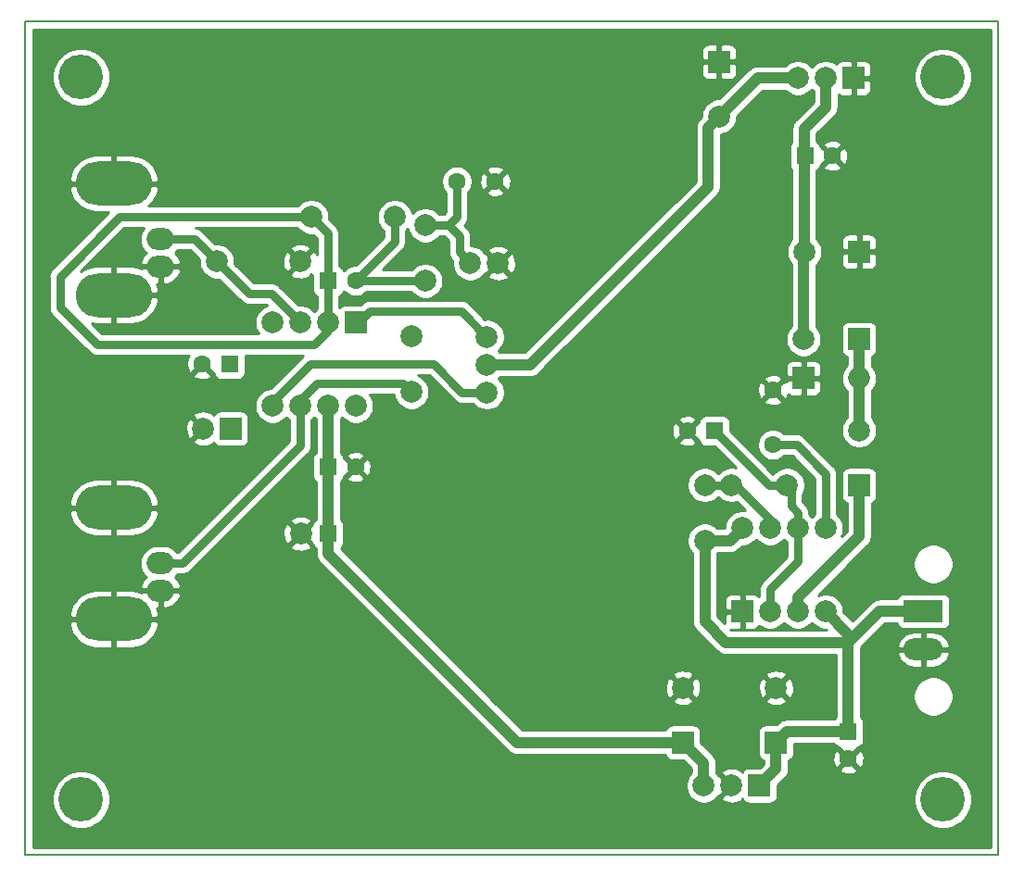
<source format=gbr>
G04 #@! TF.GenerationSoftware,KiCad,Pcbnew,5.1.4-e60b266~84~ubuntu18.04.1*
G04 #@! TF.CreationDate,2019-10-16T17:25:34-03:00*
G04 #@! TF.ProjectId,preamp,70726561-6d70-42e6-9b69-6361645f7063,rev?*
G04 #@! TF.SameCoordinates,Original*
G04 #@! TF.FileFunction,Copper,L2,Bot*
G04 #@! TF.FilePolarity,Positive*
%FSLAX45Y45*%
G04 Gerber Fmt 4.5, Leading zero omitted, Abs format (unit mm)*
G04 Created by KiCad (PCBNEW 5.1.4-e60b266~84~ubuntu18.04.1) date 2019-10-16 17:25:34*
%MOMM*%
%LPD*%
G04 APERTURE LIST*
%ADD10C,0.200000*%
%ADD11O,7.000240X4.000000*%
%ADD12O,2.499360X2.000000*%
%ADD13O,7.000240X4.001200*%
%ADD14O,2.499360X2.002000*%
%ADD15C,1.600000*%
%ADD16R,1.600000X1.600000*%
%ADD17C,2.000000*%
%ADD18O,3.600000X2.000000*%
%ADD19R,3.600000X2.000000*%
%ADD20C,4.064000*%
%ADD21R,2.000000X2.000000*%
%ADD22O,2.000000X2.000000*%
%ADD23C,0.800000*%
%ADD24C,1.016000*%
%ADD25C,0.762000*%
%ADD26C,0.254000*%
G04 APERTURE END LIST*
D10*
X5080000Y-5080000D02*
X13970000Y-5080000D01*
X13970000Y-5080000D02*
X13970000Y-12700000D01*
X5080000Y-12700000D02*
X13970000Y-12700000D01*
X5080000Y-5080000D02*
X5080000Y-12700000D01*
D11*
X5886460Y-10542778D03*
X5886460Y-9522968D03*
D12*
X6312926Y-10033000D03*
X6312926Y-10282936D03*
D13*
X5886460Y-7579878D03*
X5886460Y-6560068D03*
D14*
X6312926Y-7070100D03*
X6312926Y-7320036D03*
D15*
X8094800Y-7451100D03*
D16*
X7844800Y-7451100D03*
D17*
X9144000Y-7289800D03*
X9398000Y-7289800D03*
D15*
X9372600Y-6540500D03*
X9022600Y-6540500D03*
D18*
X13284200Y-10820400D03*
D19*
X13284200Y-10470400D03*
D20*
X5588000Y-5588000D03*
D17*
X8606800Y-8467100D03*
X8606800Y-7959100D03*
D20*
X13462000Y-5588000D03*
D21*
X8098800Y-7832100D03*
D17*
X7336800Y-8594100D03*
X7844800Y-7832100D03*
X7590800Y-8594100D03*
X7590800Y-7832100D03*
X7844800Y-8594100D03*
X7336800Y-7832100D03*
X8098800Y-8594100D03*
X8733800Y-7451100D03*
X8733800Y-6943100D03*
D21*
X11938000Y-11671300D03*
D17*
X11938000Y-11171300D03*
D21*
X11087100Y-11671300D03*
D17*
X11087100Y-11171300D03*
D21*
X12696200Y-7184400D03*
D17*
X12196200Y-7184400D03*
D21*
X12188200Y-8340100D03*
D22*
X12696200Y-8340100D03*
D21*
X12696200Y-7984500D03*
D17*
X12188200Y-7984500D03*
X7692400Y-6866900D03*
X8454400Y-6866900D03*
X6828800Y-7273300D03*
X7590800Y-7273300D03*
X9296400Y-7962900D03*
X9296400Y-8216900D03*
X9296400Y-8470900D03*
D21*
X11629400Y-10473700D03*
D17*
X12391400Y-9711700D03*
X11883400Y-10473700D03*
X12137400Y-9711700D03*
X12137400Y-10473700D03*
X11883400Y-9711700D03*
X12391400Y-10473700D03*
X11629400Y-9711700D03*
D21*
X12645400Y-5596900D03*
D17*
X12391400Y-5596900D03*
X12137400Y-5596900D03*
D21*
X11785600Y-12065000D03*
D17*
X11531600Y-12065000D03*
X11277600Y-12065000D03*
X11531600Y-9318000D03*
X12039600Y-9318000D03*
X11286500Y-9826000D03*
X11286500Y-9318000D03*
D20*
X5588000Y-12192000D03*
D21*
X6955600Y-8801100D03*
D17*
X6705600Y-8801100D03*
D20*
X13462000Y-12192000D03*
D21*
X12696200Y-9318000D03*
D17*
X12696200Y-8818000D03*
D21*
X11417300Y-5448300D03*
D17*
X11417300Y-5948300D03*
D16*
X7844800Y-9762500D03*
D17*
X7594800Y-9762500D03*
D15*
X11908800Y-8949700D03*
X11908800Y-8449700D03*
D16*
X11375400Y-8822700D03*
D15*
X11125400Y-8822700D03*
X12598400Y-11819700D03*
D16*
X12598400Y-11569700D03*
X6943100Y-8213100D03*
D15*
X6693100Y-8213100D03*
X8094800Y-9152900D03*
D16*
X7844800Y-9152900D03*
X12200900Y-6308100D03*
D15*
X12450900Y-6308100D03*
D23*
X9398000Y-7023100D03*
X6477000Y-8420100D03*
X6667500Y-7480300D03*
X7442200Y-7429500D03*
X11645900Y-10096500D03*
X12649200Y-6032500D03*
X11760200Y-8051800D03*
X12966700Y-10934700D03*
X12268200Y-12065000D03*
X6705600Y-10287000D03*
X5892800Y-11328400D03*
X9753600Y-9728200D03*
X7048500Y-5943600D03*
X10299700Y-5676900D03*
X8318500Y-9144000D03*
X7340600Y-9766300D03*
X5880100Y-6134100D03*
X5892800Y-9118600D03*
X11087100Y-10922000D03*
X13106400Y-7188200D03*
X7594600Y-11074400D03*
X6819900Y-7785100D03*
X10960100Y-8623300D03*
D24*
X11317300Y-6048300D02*
X11317300Y-6589700D01*
X11417300Y-5948300D02*
X11317300Y-6048300D01*
X11317300Y-6589700D02*
X9690100Y-8216900D01*
X11768700Y-5596900D02*
X12137400Y-5596900D01*
X11417300Y-5948300D02*
X11768700Y-5596900D01*
X9690100Y-8216900D02*
X9296400Y-8216900D01*
X7844800Y-9762500D02*
X7844800Y-8594100D01*
X11277600Y-11861800D02*
X11087100Y-11671300D01*
X11277600Y-12065000D02*
X11277600Y-11861800D01*
X7844800Y-9944100D02*
X7844800Y-9762500D01*
X9572000Y-11671300D02*
X7844800Y-9944100D01*
X11087100Y-11671300D02*
X9572000Y-11671300D01*
D25*
X7844800Y-7832100D02*
X7844800Y-7908300D01*
X7844800Y-7832100D02*
X7844800Y-7451100D01*
X5736600Y-8035300D02*
X5393700Y-7692400D01*
X5393700Y-7692400D02*
X5393700Y-7413000D01*
X5393700Y-7413000D02*
X5939800Y-6866900D01*
X5939800Y-6866900D02*
X7692400Y-6866900D01*
X7844800Y-7908300D02*
X7717800Y-8035300D01*
X7717800Y-8035300D02*
X7209800Y-8035300D01*
X7209800Y-8035300D02*
X5736600Y-8035300D01*
X7844800Y-7019300D02*
X7692400Y-6866900D01*
X7844800Y-7451100D02*
X7844800Y-7019300D01*
X8344800Y-7451100D02*
X8733800Y-7451100D01*
X8094800Y-7451100D02*
X8344800Y-7451100D01*
X8454400Y-7091500D02*
X8094800Y-7451100D01*
X8454400Y-6866900D02*
X8454400Y-7091500D01*
X6625600Y-7070100D02*
X7120900Y-7565400D01*
X7120900Y-7565400D02*
X7324100Y-7565400D01*
X7324100Y-7565400D02*
X7590800Y-7832100D01*
X6312926Y-7070100D02*
X6625600Y-7070100D01*
X8530600Y-8390900D02*
X8606800Y-8467100D01*
X7743200Y-8390900D02*
X8530600Y-8390900D01*
X7590800Y-8543300D02*
X7743200Y-8390900D01*
X7590800Y-8594100D02*
X7590800Y-8543300D01*
X7590800Y-8594100D02*
X7590800Y-8644900D01*
X7590800Y-8956294D02*
X6514094Y-10033000D01*
X6514094Y-10033000D02*
X6312926Y-10033000D01*
X7590800Y-8594100D02*
X7590800Y-8956294D01*
X11883400Y-9635500D02*
X11565900Y-9318000D01*
X11883400Y-9711700D02*
X11883400Y-9635500D01*
X11565900Y-9318000D02*
X11286500Y-9318000D01*
X8733800Y-6943100D02*
X8944600Y-6943100D01*
X9022600Y-6865100D02*
X9022600Y-6540500D01*
X8944600Y-6943100D02*
X9022600Y-6865100D01*
X9044000Y-7042500D02*
X8944600Y-6943100D01*
X9044000Y-7189800D02*
X9044000Y-7042500D01*
X9144000Y-7289800D02*
X9044000Y-7189800D01*
X12391400Y-9216400D02*
X12124700Y-8949700D01*
X12124700Y-8949700D02*
X11908800Y-8949700D01*
X12391400Y-9711700D02*
X12391400Y-9216400D01*
X11883400Y-10270500D02*
X12137400Y-10016500D01*
X12137400Y-10016500D02*
X12137400Y-9711700D01*
X11883400Y-10473700D02*
X11883400Y-10270500D01*
X12137400Y-9572000D02*
X12073900Y-9508500D01*
X12073900Y-9508500D02*
X12073900Y-9318000D01*
X12137400Y-9711700D02*
X12137400Y-9572000D01*
X11870700Y-9318000D02*
X11375400Y-8822700D01*
X12073900Y-9318000D02*
X11870700Y-9318000D01*
X12188200Y-7984500D02*
X12188200Y-7938400D01*
D24*
X12188200Y-7192400D02*
X12196200Y-7184400D01*
X12188200Y-7984500D02*
X12188200Y-7192400D01*
X12196200Y-6058800D02*
X12391400Y-5863600D01*
X12391400Y-5863600D02*
X12391400Y-5596900D01*
X12196200Y-7184400D02*
X12196200Y-6058800D01*
X11629400Y-9711700D02*
X11604000Y-9711700D01*
X11515100Y-9826000D02*
X11629400Y-9711700D01*
X11286500Y-9826000D02*
X11515100Y-9826000D01*
X13204200Y-10470400D02*
X13284200Y-10470400D01*
X12039600Y-11569700D02*
X11938000Y-11671300D01*
X12598400Y-11569700D02*
X12039600Y-11569700D01*
X11938000Y-11912600D02*
X11785600Y-12065000D01*
X11938000Y-11671300D02*
X11938000Y-11912600D01*
X12598400Y-10755400D02*
X12598400Y-11569700D01*
X12883400Y-10470400D02*
X12598400Y-10755400D01*
X13284200Y-10470400D02*
X12883400Y-10470400D01*
X12598400Y-10755400D02*
X11479300Y-10755400D01*
X11286500Y-10562600D02*
X11286500Y-9826000D01*
X11479300Y-10755400D02*
X11286500Y-10562600D01*
X12598400Y-10680700D02*
X12391400Y-10473700D01*
X12598400Y-10755400D02*
X12598400Y-10680700D01*
D25*
X9064000Y-7730500D02*
X9296400Y-7962900D01*
X8225800Y-7730500D02*
X9064000Y-7730500D01*
X8098800Y-7832100D02*
X8124200Y-7832100D01*
X8124200Y-7832100D02*
X8225800Y-7730500D01*
X9067800Y-8470900D02*
X9296400Y-8470900D01*
X8810000Y-8213100D02*
X9067800Y-8470900D01*
X7679700Y-8213100D02*
X8810000Y-8213100D01*
X7336800Y-8594100D02*
X7336800Y-8556000D01*
X7336800Y-8556000D02*
X7679700Y-8213100D01*
D24*
X12137400Y-10346700D02*
X12696200Y-9787900D01*
X12696200Y-9787900D02*
X12696200Y-9318000D01*
X12137400Y-10473700D02*
X12137400Y-10346700D01*
X12696200Y-8818000D02*
X12696200Y-7984500D01*
D26*
G36*
X13896500Y-12626500D02*
G01*
X5153500Y-12626500D01*
X5153500Y-12165732D01*
X5321300Y-12165732D01*
X5321300Y-12218268D01*
X5331549Y-12269793D01*
X5351654Y-12318330D01*
X5380841Y-12362011D01*
X5417989Y-12399159D01*
X5461670Y-12428346D01*
X5510207Y-12448451D01*
X5561732Y-12458700D01*
X5614268Y-12458700D01*
X5665793Y-12448451D01*
X5714330Y-12428346D01*
X5758011Y-12399159D01*
X5795159Y-12362011D01*
X5824346Y-12318330D01*
X5844451Y-12269793D01*
X5854700Y-12218268D01*
X5854700Y-12165732D01*
X5844451Y-12114206D01*
X5824346Y-12065670D01*
X5795159Y-12021989D01*
X5758011Y-11984841D01*
X5714330Y-11955654D01*
X5665793Y-11935549D01*
X5614268Y-11925300D01*
X5561732Y-11925300D01*
X5510207Y-11935549D01*
X5461670Y-11955654D01*
X5417989Y-11984841D01*
X5380841Y-12021989D01*
X5351654Y-12065670D01*
X5331549Y-12114206D01*
X5321300Y-12165732D01*
X5153500Y-12165732D01*
X5153500Y-10596494D01*
X5478481Y-10596494D01*
X5488146Y-10631882D01*
X5510300Y-10678611D01*
X5541145Y-10720120D01*
X5579496Y-10754815D01*
X5623878Y-10781360D01*
X5672586Y-10798737D01*
X5723748Y-10806278D01*
X5873760Y-10806278D01*
X5873760Y-10555478D01*
X5899160Y-10555478D01*
X5899160Y-10806278D01*
X6049172Y-10806278D01*
X6100334Y-10798737D01*
X6149042Y-10781360D01*
X6193424Y-10754815D01*
X6231775Y-10720120D01*
X6262620Y-10678611D01*
X6284774Y-10631882D01*
X6294439Y-10596494D01*
X6283771Y-10555478D01*
X5899160Y-10555478D01*
X5873760Y-10555478D01*
X5489149Y-10555478D01*
X5478481Y-10596494D01*
X5153500Y-10596494D01*
X5153500Y-10489062D01*
X5478481Y-10489062D01*
X5489149Y-10530078D01*
X5873760Y-10530078D01*
X5873760Y-10279278D01*
X5899160Y-10279278D01*
X5899160Y-10530078D01*
X6283771Y-10530078D01*
X6294439Y-10489062D01*
X6284774Y-10453674D01*
X6279926Y-10443448D01*
X6300226Y-10431036D01*
X6300226Y-10295636D01*
X6325626Y-10295636D01*
X6325626Y-10431036D01*
X6351428Y-10446812D01*
X6383139Y-10441022D01*
X6413111Y-10429158D01*
X6440192Y-10411674D01*
X6463342Y-10389243D01*
X6481671Y-10362727D01*
X6494475Y-10333144D01*
X6496906Y-10320979D01*
X6484972Y-10295636D01*
X6325626Y-10295636D01*
X6300226Y-10295636D01*
X6140880Y-10295636D01*
X6138603Y-10300472D01*
X6100334Y-10286819D01*
X6049172Y-10279278D01*
X5899160Y-10279278D01*
X5873760Y-10279278D01*
X5723748Y-10279278D01*
X5672586Y-10286819D01*
X5623878Y-10304196D01*
X5579496Y-10330742D01*
X5541145Y-10365436D01*
X5510300Y-10406945D01*
X5488146Y-10453674D01*
X5478481Y-10489062D01*
X5153500Y-10489062D01*
X5153500Y-9576684D01*
X5478481Y-9576684D01*
X5488146Y-9612072D01*
X5510300Y-9658801D01*
X5541145Y-9700310D01*
X5579496Y-9735005D01*
X5623878Y-9761550D01*
X5672586Y-9778927D01*
X5723748Y-9786468D01*
X5873760Y-9786468D01*
X5873760Y-9535668D01*
X5899160Y-9535668D01*
X5899160Y-9786468D01*
X6049172Y-9786468D01*
X6100334Y-9778927D01*
X6149042Y-9761550D01*
X6193424Y-9735005D01*
X6231775Y-9700310D01*
X6262620Y-9658801D01*
X6284774Y-9612072D01*
X6294439Y-9576684D01*
X6283771Y-9535668D01*
X5899160Y-9535668D01*
X5873760Y-9535668D01*
X5489149Y-9535668D01*
X5478481Y-9576684D01*
X5153500Y-9576684D01*
X5153500Y-9469252D01*
X5478481Y-9469252D01*
X5489149Y-9510268D01*
X5873760Y-9510268D01*
X5873760Y-9259468D01*
X5899160Y-9259468D01*
X5899160Y-9510268D01*
X6283771Y-9510268D01*
X6294439Y-9469252D01*
X6284774Y-9433864D01*
X6262620Y-9387135D01*
X6231775Y-9345626D01*
X6193424Y-9310932D01*
X6149042Y-9284386D01*
X6100334Y-9267009D01*
X6049172Y-9259468D01*
X5899160Y-9259468D01*
X5873760Y-9259468D01*
X5723748Y-9259468D01*
X5672586Y-9267009D01*
X5623878Y-9284386D01*
X5579496Y-9310932D01*
X5541145Y-9345626D01*
X5510300Y-9387135D01*
X5488146Y-9433864D01*
X5478481Y-9469252D01*
X5153500Y-9469252D01*
X5153500Y-8807360D01*
X6541428Y-8807360D01*
X6545804Y-8839268D01*
X6556320Y-8869709D01*
X6565619Y-8887104D01*
X6592059Y-8896681D01*
X6687639Y-8801100D01*
X6592059Y-8705519D01*
X6565619Y-8715096D01*
X6551530Y-8744057D01*
X6543362Y-8775211D01*
X6541428Y-8807360D01*
X5153500Y-8807360D01*
X5153500Y-8687559D01*
X6610019Y-8687559D01*
X6705600Y-8783140D01*
X6707014Y-8781725D01*
X6724975Y-8799686D01*
X6723560Y-8801100D01*
X6724975Y-8802514D01*
X6707014Y-8820475D01*
X6705600Y-8819061D01*
X6610019Y-8914641D01*
X6619596Y-8941081D01*
X6648557Y-8955170D01*
X6679711Y-8963338D01*
X6711859Y-8965272D01*
X6743767Y-8960896D01*
X6774209Y-8950380D01*
X6791604Y-8941081D01*
X6797002Y-8926178D01*
X6802546Y-8936549D01*
X6810481Y-8946219D01*
X6820151Y-8954154D01*
X6831182Y-8960050D01*
X6843152Y-8963681D01*
X6855600Y-8964907D01*
X7055600Y-8964907D01*
X7068048Y-8963681D01*
X7080018Y-8960050D01*
X7091049Y-8954154D01*
X7100718Y-8946219D01*
X7108654Y-8936549D01*
X7114550Y-8925518D01*
X7118181Y-8913548D01*
X7119407Y-8901100D01*
X7119407Y-8701100D01*
X7118181Y-8688652D01*
X7114550Y-8676682D01*
X7108654Y-8665651D01*
X7100718Y-8655982D01*
X7091049Y-8648046D01*
X7080018Y-8642150D01*
X7068048Y-8638519D01*
X7055600Y-8637293D01*
X6855600Y-8637293D01*
X6843152Y-8638519D01*
X6831182Y-8642150D01*
X6820151Y-8648046D01*
X6810481Y-8655982D01*
X6802546Y-8665651D01*
X6797002Y-8676022D01*
X6791604Y-8661119D01*
X6762643Y-8647030D01*
X6731489Y-8638862D01*
X6699340Y-8636928D01*
X6667432Y-8641304D01*
X6636991Y-8651821D01*
X6619596Y-8661119D01*
X6610019Y-8687559D01*
X5153500Y-8687559D01*
X5153500Y-8312370D01*
X6611790Y-8312370D01*
X6618949Y-8336767D01*
X6644500Y-8348857D01*
X6671918Y-8355730D01*
X6700151Y-8357122D01*
X6728113Y-8352979D01*
X6754729Y-8343460D01*
X6767251Y-8336767D01*
X6774410Y-8312370D01*
X6693100Y-8231060D01*
X6611790Y-8312370D01*
X5153500Y-8312370D01*
X5153500Y-7413000D01*
X5291609Y-7413000D01*
X5292100Y-7417991D01*
X5292100Y-7687410D01*
X5291609Y-7692400D01*
X5292100Y-7697390D01*
X5293570Y-7712317D01*
X5299380Y-7731469D01*
X5308814Y-7749119D01*
X5321510Y-7764590D01*
X5325387Y-7767771D01*
X5661229Y-8103613D01*
X5664410Y-8107490D01*
X5679881Y-8120186D01*
X5697531Y-8129620D01*
X5716683Y-8135430D01*
X5731610Y-8136900D01*
X5731610Y-8136900D01*
X5736600Y-8137391D01*
X5741589Y-8136900D01*
X6576415Y-8136900D01*
X6569433Y-8138949D01*
X6557343Y-8164500D01*
X6550470Y-8191918D01*
X6549078Y-8220151D01*
X6553221Y-8248113D01*
X6562740Y-8274729D01*
X6569433Y-8287251D01*
X6593830Y-8294410D01*
X6675139Y-8213100D01*
X6673725Y-8211686D01*
X6691686Y-8193725D01*
X6693100Y-8195139D01*
X6694514Y-8193725D01*
X6712475Y-8211686D01*
X6711060Y-8213100D01*
X6792370Y-8294410D01*
X6799293Y-8292378D01*
X6799293Y-8293100D01*
X6800519Y-8305548D01*
X6804150Y-8317518D01*
X6810046Y-8328549D01*
X6817981Y-8338218D01*
X6827651Y-8346154D01*
X6838682Y-8352050D01*
X6850652Y-8355681D01*
X6863100Y-8356907D01*
X7023100Y-8356907D01*
X7035548Y-8355681D01*
X7047518Y-8352050D01*
X7058549Y-8346154D01*
X7068218Y-8338218D01*
X7076154Y-8328549D01*
X7082050Y-8317518D01*
X7085681Y-8305548D01*
X7086907Y-8293100D01*
X7086907Y-8136900D01*
X7612397Y-8136900D01*
X7607510Y-8140910D01*
X7604329Y-8144787D01*
X7317974Y-8431142D01*
X7289109Y-8436883D01*
X7259354Y-8449208D01*
X7232575Y-8467101D01*
X7209801Y-8489875D01*
X7191908Y-8516654D01*
X7179583Y-8546409D01*
X7173300Y-8577997D01*
X7173300Y-8610203D01*
X7179583Y-8641791D01*
X7191908Y-8671546D01*
X7209801Y-8698325D01*
X7232575Y-8721099D01*
X7259354Y-8738992D01*
X7289109Y-8751317D01*
X7320697Y-8757600D01*
X7352903Y-8757600D01*
X7384491Y-8751317D01*
X7414246Y-8738992D01*
X7441025Y-8721099D01*
X7463799Y-8698325D01*
X7463800Y-8698323D01*
X7463801Y-8698325D01*
X7486575Y-8721099D01*
X7489200Y-8722853D01*
X7489200Y-8914210D01*
X6472010Y-9931400D01*
X6466024Y-9931400D01*
X6454065Y-9916829D01*
X6429169Y-9896397D01*
X6400765Y-9881215D01*
X6369946Y-9871866D01*
X6345926Y-9869500D01*
X6279926Y-9869500D01*
X6255906Y-9871866D01*
X6225086Y-9881215D01*
X6196683Y-9896397D01*
X6171787Y-9916829D01*
X6151355Y-9941725D01*
X6136173Y-9970129D01*
X6126824Y-10000948D01*
X6123667Y-10033000D01*
X6126824Y-10065052D01*
X6136173Y-10095872D01*
X6151355Y-10124275D01*
X6171787Y-10149171D01*
X6182107Y-10157641D01*
X6162510Y-10176629D01*
X6144181Y-10203145D01*
X6131377Y-10232728D01*
X6128946Y-10244893D01*
X6140880Y-10270236D01*
X6300226Y-10270236D01*
X6300226Y-10268236D01*
X6325626Y-10268236D01*
X6325626Y-10270236D01*
X6484972Y-10270236D01*
X6496906Y-10244893D01*
X6494475Y-10232728D01*
X6481671Y-10203145D01*
X6463342Y-10176629D01*
X6443745Y-10157641D01*
X6454065Y-10149171D01*
X6466024Y-10134600D01*
X6509104Y-10134600D01*
X6514094Y-10135092D01*
X6519084Y-10134600D01*
X6534011Y-10133130D01*
X6553163Y-10127320D01*
X6570813Y-10117886D01*
X6586284Y-10105190D01*
X6589465Y-10101313D01*
X6814737Y-9876041D01*
X7499219Y-9876041D01*
X7508796Y-9902481D01*
X7537757Y-9916570D01*
X7568911Y-9924738D01*
X7601059Y-9926672D01*
X7632967Y-9922296D01*
X7663409Y-9911780D01*
X7680804Y-9902481D01*
X7690381Y-9876041D01*
X7594800Y-9780461D01*
X7499219Y-9876041D01*
X6814737Y-9876041D01*
X6922018Y-9768760D01*
X7430628Y-9768760D01*
X7435004Y-9800668D01*
X7445520Y-9831109D01*
X7454819Y-9848504D01*
X7481259Y-9858081D01*
X7576839Y-9762500D01*
X7481259Y-9666919D01*
X7454819Y-9676496D01*
X7440730Y-9705457D01*
X7432562Y-9736611D01*
X7430628Y-9768760D01*
X6922018Y-9768760D01*
X7041819Y-9648959D01*
X7499219Y-9648959D01*
X7594800Y-9744540D01*
X7690381Y-9648959D01*
X7680804Y-9622519D01*
X7651843Y-9608430D01*
X7620689Y-9600262D01*
X7588540Y-9598328D01*
X7556632Y-9602704D01*
X7526191Y-9613221D01*
X7508796Y-9622519D01*
X7499219Y-9648959D01*
X7041819Y-9648959D01*
X7659113Y-9031665D01*
X7662990Y-9028484D01*
X7675686Y-9013013D01*
X7685120Y-8995363D01*
X7690930Y-8976211D01*
X7692400Y-8961284D01*
X7692400Y-8961284D01*
X7692891Y-8956294D01*
X7692400Y-8951305D01*
X7692400Y-8722853D01*
X7695025Y-8721099D01*
X7717799Y-8698325D01*
X7717800Y-8698323D01*
X7717801Y-8698325D01*
X7730500Y-8711024D01*
X7730500Y-9019232D01*
X7729351Y-9019846D01*
X7719681Y-9027782D01*
X7711746Y-9037451D01*
X7705850Y-9048482D01*
X7702219Y-9060452D01*
X7700993Y-9072900D01*
X7700993Y-9232900D01*
X7702219Y-9245348D01*
X7705850Y-9257318D01*
X7711746Y-9268349D01*
X7719681Y-9278019D01*
X7729351Y-9285954D01*
X7730500Y-9286568D01*
X7730500Y-9628832D01*
X7729351Y-9629446D01*
X7719681Y-9637382D01*
X7711746Y-9647051D01*
X7705850Y-9658082D01*
X7702219Y-9670052D01*
X7701892Y-9673368D01*
X7612760Y-9762500D01*
X7701892Y-9851632D01*
X7702219Y-9854948D01*
X7705850Y-9866918D01*
X7711746Y-9877949D01*
X7719681Y-9887619D01*
X7729351Y-9895554D01*
X7730500Y-9896168D01*
X7730500Y-9938486D01*
X7729947Y-9944100D01*
X7730500Y-9949714D01*
X7730500Y-9949715D01*
X7732154Y-9966507D01*
X7738690Y-9988052D01*
X7749303Y-10007909D01*
X7763587Y-10025313D01*
X7767948Y-10028893D01*
X9487208Y-11748152D01*
X9490787Y-11752513D01*
X9508191Y-11766797D01*
X9516616Y-11771300D01*
X9528048Y-11777410D01*
X9549593Y-11783946D01*
X9551652Y-11784149D01*
X9566385Y-11785600D01*
X9566386Y-11785600D01*
X9572000Y-11786153D01*
X9577614Y-11785600D01*
X10925081Y-11785600D01*
X10928150Y-11795718D01*
X10934046Y-11806749D01*
X10941982Y-11816418D01*
X10951651Y-11824354D01*
X10962682Y-11830250D01*
X10974652Y-11833881D01*
X10987100Y-11835107D01*
X11089263Y-11835107D01*
X11163300Y-11909145D01*
X11163300Y-11948076D01*
X11150601Y-11960775D01*
X11132708Y-11987554D01*
X11120383Y-12017309D01*
X11114100Y-12048897D01*
X11114100Y-12081103D01*
X11120383Y-12112691D01*
X11132708Y-12142446D01*
X11150601Y-12169225D01*
X11173375Y-12191999D01*
X11200154Y-12209892D01*
X11229909Y-12222217D01*
X11261497Y-12228500D01*
X11293703Y-12228500D01*
X11325291Y-12222217D01*
X11355046Y-12209892D01*
X11381825Y-12191999D01*
X11404599Y-12169225D01*
X11411872Y-12158340D01*
X11418059Y-12160581D01*
X11513639Y-12065000D01*
X11418059Y-11969419D01*
X11411872Y-11971660D01*
X11404599Y-11960775D01*
X11391900Y-11948076D01*
X11391900Y-11867414D01*
X11392453Y-11861800D01*
X11391900Y-11856186D01*
X11391900Y-11856185D01*
X11390246Y-11839393D01*
X11383710Y-11817848D01*
X11373097Y-11797991D01*
X11358813Y-11780587D01*
X11354452Y-11777008D01*
X11250907Y-11673463D01*
X11250907Y-11571300D01*
X11249681Y-11558852D01*
X11246050Y-11546882D01*
X11240154Y-11535851D01*
X11232218Y-11526181D01*
X11222549Y-11518246D01*
X11211518Y-11512350D01*
X11199548Y-11508719D01*
X11187100Y-11507493D01*
X10987100Y-11507493D01*
X10974652Y-11508719D01*
X10962682Y-11512350D01*
X10951651Y-11518246D01*
X10941982Y-11526181D01*
X10934046Y-11535851D01*
X10928150Y-11546882D01*
X10925081Y-11557000D01*
X9619345Y-11557000D01*
X9347186Y-11284841D01*
X10991519Y-11284841D01*
X11001096Y-11311281D01*
X11030057Y-11325370D01*
X11061211Y-11333538D01*
X11093360Y-11335472D01*
X11125268Y-11331096D01*
X11155709Y-11320579D01*
X11173104Y-11311281D01*
X11182681Y-11284841D01*
X11842419Y-11284841D01*
X11851996Y-11311281D01*
X11880957Y-11325370D01*
X11912111Y-11333538D01*
X11944259Y-11335472D01*
X11976167Y-11331096D01*
X12006609Y-11320579D01*
X12024004Y-11311281D01*
X12033581Y-11284841D01*
X11938000Y-11189260D01*
X11842419Y-11284841D01*
X11182681Y-11284841D01*
X11087100Y-11189260D01*
X10991519Y-11284841D01*
X9347186Y-11284841D01*
X9239904Y-11177560D01*
X10922928Y-11177560D01*
X10927304Y-11209467D01*
X10937821Y-11239909D01*
X10947119Y-11257304D01*
X10973559Y-11266881D01*
X11069140Y-11171300D01*
X11105061Y-11171300D01*
X11200641Y-11266881D01*
X11227081Y-11257304D01*
X11241170Y-11228343D01*
X11249338Y-11197189D01*
X11250519Y-11177560D01*
X11773828Y-11177560D01*
X11778204Y-11209467D01*
X11788720Y-11239909D01*
X11798019Y-11257304D01*
X11824459Y-11266881D01*
X11920039Y-11171300D01*
X11955960Y-11171300D01*
X12051541Y-11266881D01*
X12077981Y-11257304D01*
X12092070Y-11228343D01*
X12100238Y-11197189D01*
X12102172Y-11165041D01*
X12097796Y-11133133D01*
X12087279Y-11102691D01*
X12077981Y-11085296D01*
X12051541Y-11075719D01*
X11955960Y-11171300D01*
X11920039Y-11171300D01*
X11824459Y-11075719D01*
X11798019Y-11085296D01*
X11783930Y-11114257D01*
X11775762Y-11145411D01*
X11773828Y-11177560D01*
X11250519Y-11177560D01*
X11251272Y-11165041D01*
X11246896Y-11133133D01*
X11236379Y-11102691D01*
X11227081Y-11085296D01*
X11200641Y-11075719D01*
X11105061Y-11171300D01*
X11069140Y-11171300D01*
X10973559Y-11075719D01*
X10947119Y-11085296D01*
X10933030Y-11114257D01*
X10924862Y-11145411D01*
X10922928Y-11177560D01*
X9239904Y-11177560D01*
X9120103Y-11057759D01*
X10991519Y-11057759D01*
X11087100Y-11153340D01*
X11182681Y-11057759D01*
X11842419Y-11057759D01*
X11938000Y-11153340D01*
X12033581Y-11057759D01*
X12024004Y-11031319D01*
X11995043Y-11017230D01*
X11963889Y-11009062D01*
X11931740Y-11007128D01*
X11899832Y-11011504D01*
X11869391Y-11022021D01*
X11851996Y-11031319D01*
X11842419Y-11057759D01*
X11182681Y-11057759D01*
X11173104Y-11031319D01*
X11144143Y-11017230D01*
X11112989Y-11009062D01*
X11080841Y-11007128D01*
X11048933Y-11011504D01*
X11018491Y-11022021D01*
X11001096Y-11031319D01*
X10991519Y-11057759D01*
X9120103Y-11057759D01*
X7959100Y-9896756D01*
X7959100Y-9896168D01*
X7960249Y-9895554D01*
X7969918Y-9887619D01*
X7977854Y-9877949D01*
X7983750Y-9866918D01*
X7987381Y-9854948D01*
X7988607Y-9842500D01*
X7988607Y-9682500D01*
X7987381Y-9670052D01*
X7983750Y-9658082D01*
X7977854Y-9647051D01*
X7969918Y-9637382D01*
X7960249Y-9629446D01*
X7959100Y-9628832D01*
X7959100Y-9301897D01*
X11123000Y-9301897D01*
X11123000Y-9334103D01*
X11129283Y-9365691D01*
X11141608Y-9395446D01*
X11159501Y-9422225D01*
X11182275Y-9444999D01*
X11209054Y-9462892D01*
X11238809Y-9475217D01*
X11270397Y-9481500D01*
X11302603Y-9481500D01*
X11334191Y-9475217D01*
X11363946Y-9462892D01*
X11390725Y-9444999D01*
X11409050Y-9426674D01*
X11427375Y-9444999D01*
X11454154Y-9462892D01*
X11483909Y-9475217D01*
X11515497Y-9481500D01*
X11547703Y-9481500D01*
X11579291Y-9475217D01*
X11579391Y-9475175D01*
X11654132Y-9549916D01*
X11645503Y-9548200D01*
X11613297Y-9548200D01*
X11581709Y-9554483D01*
X11551954Y-9566808D01*
X11525175Y-9584701D01*
X11502401Y-9607475D01*
X11484508Y-9634254D01*
X11472183Y-9664009D01*
X11465900Y-9695597D01*
X11465900Y-9711700D01*
X11403424Y-9711700D01*
X11390725Y-9699001D01*
X11363946Y-9681108D01*
X11334191Y-9668783D01*
X11302603Y-9662500D01*
X11270397Y-9662500D01*
X11238809Y-9668783D01*
X11209054Y-9681108D01*
X11182275Y-9699001D01*
X11159501Y-9721775D01*
X11141608Y-9748554D01*
X11129283Y-9778309D01*
X11123000Y-9809897D01*
X11123000Y-9842103D01*
X11129283Y-9873691D01*
X11141608Y-9903446D01*
X11159501Y-9930225D01*
X11172200Y-9942924D01*
X11172200Y-10556986D01*
X11171647Y-10562600D01*
X11172200Y-10568214D01*
X11172200Y-10568215D01*
X11173854Y-10585007D01*
X11180390Y-10606552D01*
X11191003Y-10626409D01*
X11205287Y-10643813D01*
X11209648Y-10647393D01*
X11394508Y-10832252D01*
X11398087Y-10836613D01*
X11415491Y-10850897D01*
X11435348Y-10861510D01*
X11450357Y-10866064D01*
X11456893Y-10868046D01*
X11458952Y-10868249D01*
X11473685Y-10869700D01*
X11473686Y-10869700D01*
X11479300Y-10870253D01*
X11484914Y-10869700D01*
X12484100Y-10869700D01*
X12484100Y-11436032D01*
X12482951Y-11436646D01*
X12473281Y-11444581D01*
X12465346Y-11454251D01*
X12464732Y-11455400D01*
X12045214Y-11455400D01*
X12039600Y-11454847D01*
X12033986Y-11455400D01*
X12033985Y-11455400D01*
X12019252Y-11456851D01*
X12017193Y-11457054D01*
X12010657Y-11459036D01*
X11995648Y-11463590D01*
X11975791Y-11474203D01*
X11958387Y-11488487D01*
X11954808Y-11492848D01*
X11940163Y-11507493D01*
X11838000Y-11507493D01*
X11825552Y-11508719D01*
X11813582Y-11512350D01*
X11802551Y-11518246D01*
X11792881Y-11526181D01*
X11784946Y-11535851D01*
X11779050Y-11546882D01*
X11775419Y-11558852D01*
X11774193Y-11571300D01*
X11774193Y-11771300D01*
X11775419Y-11783748D01*
X11779050Y-11795718D01*
X11784946Y-11806749D01*
X11792881Y-11816418D01*
X11802551Y-11824354D01*
X11813582Y-11830250D01*
X11823700Y-11833319D01*
X11823700Y-11865255D01*
X11787763Y-11901193D01*
X11685600Y-11901193D01*
X11673152Y-11902419D01*
X11661182Y-11906050D01*
X11650151Y-11911946D01*
X11640481Y-11919881D01*
X11632546Y-11929551D01*
X11626650Y-11940582D01*
X11625096Y-11945703D01*
X11617604Y-11925019D01*
X11588643Y-11910930D01*
X11557489Y-11902762D01*
X11525340Y-11900828D01*
X11493432Y-11905204D01*
X11462991Y-11915720D01*
X11445596Y-11925019D01*
X11436019Y-11951459D01*
X11531600Y-12047039D01*
X11533014Y-12045625D01*
X11550975Y-12063586D01*
X11549560Y-12065000D01*
X11550975Y-12066414D01*
X11533014Y-12084375D01*
X11531600Y-12082960D01*
X11436019Y-12178541D01*
X11445596Y-12204981D01*
X11474557Y-12219070D01*
X11505711Y-12227238D01*
X11537859Y-12229172D01*
X11569767Y-12224796D01*
X11600209Y-12214279D01*
X11617604Y-12204981D01*
X11625096Y-12184297D01*
X11626650Y-12189418D01*
X11632546Y-12200449D01*
X11640481Y-12210118D01*
X11650151Y-12218054D01*
X11661182Y-12223950D01*
X11673152Y-12227581D01*
X11685600Y-12228807D01*
X11885600Y-12228807D01*
X11898048Y-12227581D01*
X11910018Y-12223950D01*
X11921049Y-12218054D01*
X11930718Y-12210118D01*
X11938654Y-12200449D01*
X11944550Y-12189418D01*
X11948181Y-12177448D01*
X11949335Y-12165732D01*
X13195300Y-12165732D01*
X13195300Y-12218268D01*
X13205549Y-12269793D01*
X13225654Y-12318330D01*
X13254841Y-12362011D01*
X13291989Y-12399159D01*
X13335670Y-12428346D01*
X13384206Y-12448451D01*
X13435732Y-12458700D01*
X13488268Y-12458700D01*
X13539793Y-12448451D01*
X13588330Y-12428346D01*
X13632011Y-12399159D01*
X13669159Y-12362011D01*
X13698346Y-12318330D01*
X13718451Y-12269793D01*
X13728700Y-12218268D01*
X13728700Y-12165732D01*
X13718451Y-12114206D01*
X13698346Y-12065670D01*
X13669159Y-12021989D01*
X13632011Y-11984841D01*
X13588330Y-11955654D01*
X13539793Y-11935549D01*
X13488268Y-11925300D01*
X13435732Y-11925300D01*
X13384206Y-11935549D01*
X13335670Y-11955654D01*
X13291989Y-11984841D01*
X13254841Y-12021989D01*
X13225654Y-12065670D01*
X13205549Y-12114206D01*
X13195300Y-12165732D01*
X11949335Y-12165732D01*
X11949407Y-12165000D01*
X11949407Y-12062837D01*
X12014852Y-11997392D01*
X12019213Y-11993813D01*
X12033497Y-11976409D01*
X12044110Y-11956552D01*
X12048663Y-11941543D01*
X12050646Y-11935007D01*
X12051602Y-11925300D01*
X12052225Y-11918970D01*
X12517090Y-11918970D01*
X12524249Y-11943367D01*
X12549800Y-11955457D01*
X12577218Y-11962330D01*
X12605451Y-11963722D01*
X12633413Y-11959579D01*
X12660029Y-11950060D01*
X12672551Y-11943367D01*
X12679710Y-11918970D01*
X12598400Y-11837660D01*
X12517090Y-11918970D01*
X12052225Y-11918970D01*
X12052300Y-11918215D01*
X12052300Y-11918214D01*
X12052853Y-11912600D01*
X12052300Y-11906986D01*
X12052300Y-11833319D01*
X12062418Y-11830250D01*
X12068964Y-11826751D01*
X12454378Y-11826751D01*
X12458521Y-11854713D01*
X12468040Y-11881329D01*
X12474733Y-11893851D01*
X12499130Y-11901010D01*
X12580439Y-11819700D01*
X12616360Y-11819700D01*
X12697670Y-11901010D01*
X12722067Y-11893851D01*
X12734157Y-11868300D01*
X12741030Y-11840882D01*
X12742422Y-11812649D01*
X12738279Y-11784687D01*
X12728760Y-11758071D01*
X12722067Y-11745549D01*
X12697670Y-11738390D01*
X12616360Y-11819700D01*
X12580439Y-11819700D01*
X12499130Y-11738390D01*
X12474733Y-11745549D01*
X12462643Y-11771100D01*
X12455770Y-11798518D01*
X12454378Y-11826751D01*
X12068964Y-11826751D01*
X12073449Y-11824354D01*
X12083118Y-11816418D01*
X12091054Y-11806749D01*
X12096950Y-11795718D01*
X12100581Y-11783748D01*
X12101807Y-11771300D01*
X12101807Y-11684000D01*
X12464732Y-11684000D01*
X12465346Y-11685149D01*
X12473281Y-11694818D01*
X12482951Y-11702754D01*
X12493982Y-11708650D01*
X12505952Y-11712281D01*
X12518400Y-11713507D01*
X12519121Y-11713507D01*
X12517090Y-11720430D01*
X12598400Y-11801739D01*
X12679710Y-11720430D01*
X12677678Y-11713507D01*
X12678400Y-11713507D01*
X12690848Y-11712281D01*
X12702818Y-11708650D01*
X12713849Y-11702754D01*
X12723518Y-11694818D01*
X12731454Y-11685149D01*
X12737350Y-11674118D01*
X12740981Y-11662148D01*
X12742207Y-11649700D01*
X12742207Y-11489700D01*
X12740981Y-11477252D01*
X12737350Y-11465282D01*
X12731454Y-11454251D01*
X12723518Y-11444581D01*
X12713849Y-11436646D01*
X12712700Y-11436032D01*
X12712700Y-11232327D01*
X13190700Y-11232327D01*
X13190700Y-11268473D01*
X13197752Y-11303925D01*
X13211584Y-11337320D01*
X13231666Y-11367374D01*
X13257226Y-11392934D01*
X13287280Y-11413016D01*
X13320675Y-11426848D01*
X13356127Y-11433900D01*
X13392273Y-11433900D01*
X13427725Y-11426848D01*
X13461120Y-11413016D01*
X13491174Y-11392934D01*
X13516734Y-11367374D01*
X13536816Y-11337320D01*
X13550648Y-11303925D01*
X13557700Y-11268473D01*
X13557700Y-11232327D01*
X13550648Y-11196875D01*
X13536816Y-11163480D01*
X13516734Y-11133426D01*
X13491174Y-11107866D01*
X13461120Y-11087784D01*
X13427725Y-11073952D01*
X13392273Y-11066900D01*
X13356127Y-11066900D01*
X13320675Y-11073952D01*
X13287280Y-11087784D01*
X13257226Y-11107866D01*
X13231666Y-11133426D01*
X13211584Y-11163480D01*
X13197752Y-11196875D01*
X13190700Y-11232327D01*
X12712700Y-11232327D01*
X12712700Y-10858443D01*
X13045188Y-10858443D01*
X13048286Y-10871236D01*
X13061199Y-10900676D01*
X13079608Y-10927032D01*
X13102805Y-10949290D01*
X13129898Y-10966594D01*
X13159847Y-10978281D01*
X13191500Y-10983900D01*
X13271500Y-10983900D01*
X13271500Y-10833100D01*
X13296900Y-10833100D01*
X13296900Y-10983900D01*
X13376900Y-10983900D01*
X13408553Y-10978281D01*
X13438502Y-10966594D01*
X13465595Y-10949290D01*
X13488792Y-10927032D01*
X13507201Y-10900676D01*
X13520114Y-10871236D01*
X13523212Y-10858443D01*
X13511278Y-10833100D01*
X13296900Y-10833100D01*
X13271500Y-10833100D01*
X13057122Y-10833100D01*
X13045188Y-10858443D01*
X12712700Y-10858443D01*
X12712700Y-10802745D01*
X12733088Y-10782357D01*
X13045188Y-10782357D01*
X13057122Y-10807700D01*
X13271500Y-10807700D01*
X13271500Y-10656900D01*
X13296900Y-10656900D01*
X13296900Y-10807700D01*
X13511278Y-10807700D01*
X13523212Y-10782357D01*
X13520114Y-10769565D01*
X13507201Y-10740124D01*
X13488792Y-10713768D01*
X13465595Y-10691511D01*
X13438502Y-10674206D01*
X13408553Y-10662519D01*
X13376900Y-10656900D01*
X13296900Y-10656900D01*
X13271500Y-10656900D01*
X13191500Y-10656900D01*
X13159847Y-10662519D01*
X13129898Y-10674206D01*
X13102805Y-10691511D01*
X13079608Y-10713768D01*
X13061199Y-10740124D01*
X13048286Y-10769565D01*
X13045188Y-10782357D01*
X12733088Y-10782357D01*
X12930745Y-10584700D01*
X13042180Y-10584700D01*
X13045250Y-10594818D01*
X13051146Y-10605849D01*
X13059081Y-10615519D01*
X13068751Y-10623454D01*
X13079782Y-10629350D01*
X13091752Y-10632981D01*
X13104200Y-10634207D01*
X13464200Y-10634207D01*
X13476648Y-10632981D01*
X13488618Y-10629350D01*
X13499649Y-10623454D01*
X13509318Y-10615519D01*
X13517254Y-10605849D01*
X13523150Y-10594818D01*
X13526781Y-10582848D01*
X13528007Y-10570400D01*
X13528007Y-10370400D01*
X13526781Y-10357952D01*
X13523150Y-10345982D01*
X13517254Y-10334951D01*
X13509318Y-10325282D01*
X13499649Y-10317346D01*
X13488618Y-10311450D01*
X13476648Y-10307819D01*
X13464200Y-10306593D01*
X13104200Y-10306593D01*
X13091752Y-10307819D01*
X13079782Y-10311450D01*
X13068751Y-10317346D01*
X13059081Y-10325282D01*
X13051146Y-10334951D01*
X13045250Y-10345982D01*
X13042180Y-10356100D01*
X12889014Y-10356100D01*
X12883400Y-10355547D01*
X12877786Y-10356100D01*
X12877785Y-10356100D01*
X12863052Y-10357551D01*
X12860993Y-10357754D01*
X12839448Y-10364290D01*
X12833274Y-10367590D01*
X12819591Y-10374903D01*
X12802187Y-10389187D01*
X12798608Y-10393548D01*
X12635750Y-10556405D01*
X12554900Y-10475556D01*
X12554900Y-10457597D01*
X12548617Y-10426009D01*
X12536292Y-10396254D01*
X12518399Y-10369475D01*
X12495625Y-10346701D01*
X12468846Y-10328808D01*
X12439091Y-10316483D01*
X12407503Y-10310200D01*
X12375297Y-10310200D01*
X12343709Y-10316483D01*
X12319045Y-10326699D01*
X12623418Y-10022327D01*
X13190700Y-10022327D01*
X13190700Y-10058473D01*
X13197752Y-10093925D01*
X13211584Y-10127320D01*
X13231666Y-10157374D01*
X13257226Y-10182934D01*
X13287280Y-10203016D01*
X13320675Y-10216848D01*
X13356127Y-10223900D01*
X13392273Y-10223900D01*
X13427725Y-10216848D01*
X13461120Y-10203016D01*
X13491174Y-10182934D01*
X13516734Y-10157374D01*
X13536816Y-10127320D01*
X13550648Y-10093925D01*
X13557700Y-10058473D01*
X13557700Y-10022327D01*
X13550648Y-9986875D01*
X13536816Y-9953480D01*
X13516734Y-9923426D01*
X13491174Y-9897866D01*
X13461120Y-9877784D01*
X13427725Y-9863952D01*
X13392273Y-9856900D01*
X13356127Y-9856900D01*
X13320675Y-9863952D01*
X13287280Y-9877784D01*
X13257226Y-9897866D01*
X13231666Y-9923426D01*
X13211584Y-9953480D01*
X13197752Y-9986875D01*
X13190700Y-10022327D01*
X12623418Y-10022327D01*
X12773052Y-9872692D01*
X12777413Y-9869113D01*
X12791697Y-9851709D01*
X12802310Y-9831852D01*
X12808846Y-9810307D01*
X12810500Y-9793515D01*
X12810500Y-9793514D01*
X12811053Y-9787900D01*
X12810500Y-9782286D01*
X12810500Y-9480020D01*
X12820618Y-9476950D01*
X12831649Y-9471054D01*
X12841318Y-9463119D01*
X12849254Y-9453449D01*
X12855150Y-9442418D01*
X12858781Y-9430448D01*
X12860007Y-9418000D01*
X12860007Y-9218000D01*
X12858781Y-9205552D01*
X12855150Y-9193582D01*
X12849254Y-9182551D01*
X12841318Y-9172882D01*
X12831649Y-9164946D01*
X12820618Y-9159050D01*
X12808648Y-9155419D01*
X12796200Y-9154193D01*
X12596200Y-9154193D01*
X12583752Y-9155419D01*
X12571782Y-9159050D01*
X12560751Y-9164946D01*
X12551081Y-9172882D01*
X12543146Y-9182551D01*
X12537250Y-9193582D01*
X12533619Y-9205552D01*
X12532393Y-9218000D01*
X12532393Y-9418000D01*
X12533619Y-9430448D01*
X12537250Y-9442418D01*
X12543146Y-9453449D01*
X12551081Y-9463119D01*
X12560751Y-9471054D01*
X12571782Y-9476950D01*
X12581900Y-9480020D01*
X12581900Y-9740555D01*
X12538401Y-9784055D01*
X12548617Y-9759391D01*
X12554900Y-9727803D01*
X12554900Y-9695597D01*
X12548617Y-9664009D01*
X12536292Y-9634254D01*
X12518399Y-9607475D01*
X12495625Y-9584701D01*
X12493000Y-9582947D01*
X12493000Y-9221390D01*
X12493491Y-9216400D01*
X12491530Y-9196483D01*
X12485720Y-9177331D01*
X12476286Y-9159681D01*
X12472788Y-9155419D01*
X12463590Y-9144210D01*
X12459713Y-9141029D01*
X12200071Y-8881387D01*
X12196890Y-8877510D01*
X12181419Y-8864814D01*
X12163769Y-8855380D01*
X12144617Y-8849570D01*
X12129690Y-8848100D01*
X12124700Y-8847609D01*
X12119710Y-8848100D01*
X12010140Y-8848100D01*
X12000276Y-8838236D01*
X11976773Y-8822532D01*
X11950657Y-8811715D01*
X11922933Y-8806200D01*
X11894666Y-8806200D01*
X11866943Y-8811715D01*
X11840827Y-8822532D01*
X11817324Y-8838236D01*
X11797336Y-8858224D01*
X11781632Y-8881727D01*
X11770815Y-8907843D01*
X11765300Y-8935567D01*
X11765300Y-8963834D01*
X11770815Y-8991557D01*
X11781632Y-9017673D01*
X11797336Y-9041176D01*
X11817324Y-9061164D01*
X11840827Y-9076868D01*
X11866943Y-9087685D01*
X11894666Y-9093200D01*
X11922933Y-9093200D01*
X11950657Y-9087685D01*
X11976773Y-9076868D01*
X12000276Y-9061164D01*
X12010140Y-9051300D01*
X12082616Y-9051300D01*
X12289800Y-9258484D01*
X12289800Y-9582947D01*
X12287175Y-9584701D01*
X12264401Y-9607475D01*
X12264400Y-9607477D01*
X12264399Y-9607475D01*
X12241625Y-9584701D01*
X12239000Y-9582947D01*
X12239000Y-9576990D01*
X12239491Y-9572000D01*
X12237530Y-9552083D01*
X12231720Y-9532931D01*
X12222286Y-9515281D01*
X12218172Y-9510268D01*
X12209590Y-9499810D01*
X12205713Y-9496629D01*
X12175500Y-9466416D01*
X12175500Y-9408904D01*
X12184492Y-9395446D01*
X12196817Y-9365691D01*
X12203100Y-9334103D01*
X12203100Y-9301897D01*
X12196817Y-9270309D01*
X12184492Y-9240554D01*
X12166599Y-9213775D01*
X12143825Y-9191001D01*
X12117046Y-9173108D01*
X12087291Y-9160783D01*
X12055703Y-9154500D01*
X12023497Y-9154500D01*
X11991909Y-9160783D01*
X11962154Y-9173108D01*
X11935375Y-9191001D01*
X11912601Y-9213775D01*
X11911623Y-9215239D01*
X11519207Y-8822823D01*
X11519207Y-8742700D01*
X11517981Y-8730252D01*
X11514350Y-8718282D01*
X11508454Y-8707251D01*
X11500518Y-8697582D01*
X11490849Y-8689646D01*
X11479818Y-8683750D01*
X11467848Y-8680119D01*
X11455400Y-8678893D01*
X11295400Y-8678893D01*
X11282952Y-8680119D01*
X11270982Y-8683750D01*
X11259951Y-8689646D01*
X11250281Y-8697582D01*
X11242346Y-8707251D01*
X11236450Y-8718282D01*
X11232819Y-8730252D01*
X11231593Y-8742700D01*
X11231593Y-8743422D01*
X11224670Y-8741390D01*
X11143361Y-8822700D01*
X11224670Y-8904010D01*
X11231593Y-8901979D01*
X11231593Y-8902700D01*
X11232819Y-8915148D01*
X11236450Y-8927118D01*
X11242346Y-8938149D01*
X11250281Y-8947819D01*
X11259951Y-8955754D01*
X11270982Y-8961650D01*
X11282952Y-8965281D01*
X11295400Y-8966507D01*
X11375523Y-8966507D01*
X11567442Y-9158426D01*
X11547703Y-9154500D01*
X11515497Y-9154500D01*
X11483909Y-9160783D01*
X11454154Y-9173108D01*
X11427375Y-9191001D01*
X11409050Y-9209326D01*
X11390725Y-9191001D01*
X11363946Y-9173108D01*
X11334191Y-9160783D01*
X11302603Y-9154500D01*
X11270397Y-9154500D01*
X11238809Y-9160783D01*
X11209054Y-9173108D01*
X11182275Y-9191001D01*
X11159501Y-9213775D01*
X11141608Y-9240554D01*
X11129283Y-9270309D01*
X11123000Y-9301897D01*
X7959100Y-9301897D01*
X7959100Y-9286568D01*
X7960249Y-9285954D01*
X7969918Y-9278019D01*
X7977854Y-9268349D01*
X7983750Y-9257318D01*
X7985312Y-9252170D01*
X8013490Y-9252170D01*
X8020649Y-9276567D01*
X8046200Y-9288657D01*
X8073618Y-9295530D01*
X8101851Y-9296922D01*
X8129813Y-9292779D01*
X8156429Y-9283260D01*
X8168951Y-9276567D01*
X8176110Y-9252170D01*
X8094800Y-9170861D01*
X8013490Y-9252170D01*
X7985312Y-9252170D01*
X7987381Y-9245348D01*
X7988607Y-9232900D01*
X7988607Y-9232179D01*
X7995530Y-9234210D01*
X8076839Y-9152900D01*
X8112760Y-9152900D01*
X8194070Y-9234210D01*
X8218467Y-9227051D01*
X8230557Y-9201500D01*
X8237430Y-9174082D01*
X8238822Y-9145849D01*
X8234679Y-9117887D01*
X8225160Y-9091271D01*
X8218467Y-9078749D01*
X8194070Y-9071590D01*
X8112760Y-9152900D01*
X8076839Y-9152900D01*
X7995530Y-9071590D01*
X7988607Y-9073622D01*
X7988607Y-9072900D01*
X7987381Y-9060452D01*
X7985312Y-9053630D01*
X8013490Y-9053630D01*
X8094800Y-9134940D01*
X8176110Y-9053630D01*
X8168951Y-9029233D01*
X8143400Y-9017143D01*
X8115982Y-9010270D01*
X8087749Y-9008878D01*
X8059787Y-9013021D01*
X8033171Y-9022540D01*
X8020649Y-9029233D01*
X8013490Y-9053630D01*
X7985312Y-9053630D01*
X7983750Y-9048482D01*
X7977854Y-9037451D01*
X7969918Y-9027782D01*
X7960249Y-9019846D01*
X7959100Y-9019232D01*
X7959100Y-8921970D01*
X11044090Y-8921970D01*
X11051249Y-8946367D01*
X11076800Y-8958457D01*
X11104218Y-8965330D01*
X11132451Y-8966722D01*
X11160413Y-8962579D01*
X11187029Y-8953060D01*
X11199551Y-8946367D01*
X11206710Y-8921970D01*
X11125400Y-8840661D01*
X11044090Y-8921970D01*
X7959100Y-8921970D01*
X7959100Y-8829751D01*
X10981378Y-8829751D01*
X10985521Y-8857713D01*
X10995040Y-8884329D01*
X11001733Y-8896851D01*
X11026130Y-8904010D01*
X11107440Y-8822700D01*
X11026130Y-8741390D01*
X11001733Y-8748549D01*
X10989643Y-8774100D01*
X10982770Y-8801518D01*
X10981378Y-8829751D01*
X7959100Y-8829751D01*
X7959100Y-8711024D01*
X7971799Y-8698325D01*
X7971800Y-8698323D01*
X7971801Y-8698325D01*
X7994575Y-8721099D01*
X8021354Y-8738992D01*
X8051109Y-8751317D01*
X8082697Y-8757600D01*
X8114903Y-8757600D01*
X8146491Y-8751317D01*
X8176246Y-8738992D01*
X8199536Y-8723430D01*
X11044090Y-8723430D01*
X11125400Y-8804740D01*
X11206710Y-8723430D01*
X11199551Y-8699033D01*
X11174000Y-8686943D01*
X11146582Y-8680070D01*
X11118349Y-8678678D01*
X11090387Y-8682821D01*
X11063771Y-8692340D01*
X11051249Y-8699033D01*
X11044090Y-8723430D01*
X8199536Y-8723430D01*
X8203025Y-8721099D01*
X8225799Y-8698325D01*
X8243692Y-8671546D01*
X8256017Y-8641791D01*
X8262300Y-8610203D01*
X8262300Y-8577997D01*
X8256017Y-8546409D01*
X8243692Y-8516654D01*
X8227553Y-8492500D01*
X8445149Y-8492500D01*
X8449583Y-8514791D01*
X8461908Y-8544546D01*
X8479801Y-8571325D01*
X8502575Y-8594099D01*
X8529354Y-8611992D01*
X8559109Y-8624317D01*
X8590697Y-8630600D01*
X8622903Y-8630600D01*
X8654491Y-8624317D01*
X8684246Y-8611992D01*
X8711025Y-8594099D01*
X8733799Y-8571325D01*
X8751692Y-8544546D01*
X8764017Y-8514791D01*
X8770300Y-8483203D01*
X8770300Y-8450997D01*
X8764017Y-8419409D01*
X8751692Y-8389654D01*
X8733799Y-8362875D01*
X8711025Y-8340101D01*
X8684246Y-8322208D01*
X8666120Y-8314700D01*
X8767916Y-8314700D01*
X8992429Y-8539213D01*
X8995610Y-8543090D01*
X9004211Y-8550148D01*
X9011081Y-8555786D01*
X9028731Y-8565220D01*
X9047883Y-8571030D01*
X9067800Y-8572992D01*
X9072790Y-8572500D01*
X9167647Y-8572500D01*
X9169401Y-8575125D01*
X9192175Y-8597899D01*
X9218954Y-8615792D01*
X9248709Y-8628117D01*
X9280297Y-8634400D01*
X9312503Y-8634400D01*
X9344091Y-8628117D01*
X9373846Y-8615792D01*
X9400625Y-8597899D01*
X9423399Y-8575125D01*
X9440875Y-8548970D01*
X11827490Y-8548970D01*
X11834649Y-8573367D01*
X11860200Y-8585457D01*
X11887618Y-8592330D01*
X11915851Y-8593722D01*
X11943813Y-8589579D01*
X11970429Y-8580060D01*
X11982951Y-8573367D01*
X11990110Y-8548970D01*
X11908800Y-8467661D01*
X11827490Y-8548970D01*
X9440875Y-8548970D01*
X9441292Y-8548346D01*
X9453617Y-8518591D01*
X9459900Y-8487003D01*
X9459900Y-8456751D01*
X11764778Y-8456751D01*
X11768921Y-8484713D01*
X11778440Y-8511329D01*
X11785133Y-8523851D01*
X11809530Y-8531010D01*
X11890839Y-8449700D01*
X11926760Y-8449700D01*
X12008070Y-8531010D01*
X12032467Y-8523851D01*
X12044557Y-8498300D01*
X12047025Y-8488455D01*
X12052751Y-8493154D01*
X12063782Y-8499050D01*
X12075752Y-8502681D01*
X12088200Y-8503907D01*
X12159625Y-8503600D01*
X12175500Y-8487725D01*
X12175500Y-8352800D01*
X12200900Y-8352800D01*
X12200900Y-8487725D01*
X12216775Y-8503600D01*
X12288200Y-8503907D01*
X12300648Y-8502681D01*
X12312618Y-8499050D01*
X12323649Y-8493154D01*
X12333318Y-8485219D01*
X12341254Y-8475549D01*
X12347150Y-8464518D01*
X12350781Y-8452548D01*
X12352007Y-8440100D01*
X12351700Y-8368675D01*
X12335825Y-8352800D01*
X12200900Y-8352800D01*
X12175500Y-8352800D01*
X12040575Y-8352800D01*
X12024700Y-8368675D01*
X12024680Y-8373264D01*
X12008070Y-8368390D01*
X11926760Y-8449700D01*
X11890839Y-8449700D01*
X11809530Y-8368390D01*
X11785133Y-8375549D01*
X11773043Y-8401100D01*
X11766170Y-8428518D01*
X11764778Y-8456751D01*
X9459900Y-8456751D01*
X9459900Y-8454797D01*
X9453617Y-8423209D01*
X9441292Y-8393454D01*
X9423399Y-8366675D01*
X9407154Y-8350430D01*
X11827490Y-8350430D01*
X11908800Y-8431740D01*
X11990110Y-8350430D01*
X11987079Y-8340100D01*
X12531909Y-8340100D01*
X12535066Y-8372152D01*
X12544415Y-8402972D01*
X12559597Y-8431375D01*
X12580029Y-8456271D01*
X12581900Y-8457807D01*
X12581900Y-8701076D01*
X12569201Y-8713775D01*
X12551308Y-8740554D01*
X12538983Y-8770309D01*
X12532700Y-8801897D01*
X12532700Y-8834103D01*
X12538983Y-8865691D01*
X12551308Y-8895446D01*
X12569201Y-8922225D01*
X12591975Y-8944999D01*
X12618754Y-8962892D01*
X12648509Y-8975217D01*
X12680097Y-8981500D01*
X12712303Y-8981500D01*
X12743891Y-8975217D01*
X12773646Y-8962892D01*
X12800425Y-8944999D01*
X12823199Y-8922225D01*
X12841092Y-8895446D01*
X12853417Y-8865691D01*
X12859700Y-8834103D01*
X12859700Y-8801897D01*
X12853417Y-8770309D01*
X12841092Y-8740554D01*
X12823199Y-8713775D01*
X12810500Y-8701076D01*
X12810500Y-8457807D01*
X12812371Y-8456271D01*
X12832803Y-8431375D01*
X12847985Y-8402972D01*
X12857334Y-8372152D01*
X12860491Y-8340100D01*
X12857334Y-8308048D01*
X12847985Y-8277228D01*
X12832803Y-8248825D01*
X12812371Y-8223929D01*
X12810500Y-8222393D01*
X12810500Y-8146519D01*
X12820618Y-8143450D01*
X12831649Y-8137554D01*
X12841318Y-8129618D01*
X12849254Y-8119949D01*
X12855150Y-8108918D01*
X12858781Y-8096948D01*
X12860007Y-8084500D01*
X12860007Y-7884500D01*
X12858781Y-7872052D01*
X12855150Y-7860082D01*
X12849254Y-7849051D01*
X12841318Y-7839381D01*
X12831649Y-7831446D01*
X12820618Y-7825550D01*
X12808648Y-7821919D01*
X12796200Y-7820693D01*
X12596200Y-7820693D01*
X12583752Y-7821919D01*
X12571782Y-7825550D01*
X12560751Y-7831446D01*
X12551081Y-7839381D01*
X12543146Y-7849051D01*
X12537250Y-7860082D01*
X12533619Y-7872052D01*
X12532393Y-7884500D01*
X12532393Y-8084500D01*
X12533619Y-8096948D01*
X12537250Y-8108918D01*
X12543146Y-8119949D01*
X12551081Y-8129618D01*
X12560751Y-8137554D01*
X12571782Y-8143450D01*
X12581900Y-8146519D01*
X12581900Y-8222393D01*
X12580029Y-8223929D01*
X12559597Y-8248825D01*
X12544415Y-8277228D01*
X12535066Y-8308048D01*
X12531909Y-8340100D01*
X11987079Y-8340100D01*
X11982951Y-8326033D01*
X11957400Y-8313943D01*
X11929982Y-8307070D01*
X11901749Y-8305678D01*
X11873787Y-8309821D01*
X11847171Y-8319340D01*
X11834649Y-8326033D01*
X11827490Y-8350430D01*
X9407154Y-8350430D01*
X9400625Y-8343901D01*
X9400623Y-8343900D01*
X9400625Y-8343899D01*
X9413324Y-8331200D01*
X9684486Y-8331200D01*
X9690100Y-8331753D01*
X9695714Y-8331200D01*
X9695715Y-8331200D01*
X9712507Y-8329546D01*
X9734052Y-8323010D01*
X9753909Y-8312397D01*
X9771313Y-8298113D01*
X9774893Y-8293752D01*
X9828545Y-8240100D01*
X12024393Y-8240100D01*
X12024700Y-8311525D01*
X12040575Y-8327400D01*
X12175500Y-8327400D01*
X12175500Y-8192475D01*
X12200900Y-8192475D01*
X12200900Y-8327400D01*
X12335825Y-8327400D01*
X12351700Y-8311525D01*
X12352007Y-8240100D01*
X12350781Y-8227652D01*
X12347150Y-8215682D01*
X12341254Y-8204651D01*
X12333318Y-8194981D01*
X12323649Y-8187046D01*
X12312618Y-8181150D01*
X12300648Y-8177519D01*
X12288200Y-8176293D01*
X12216775Y-8176600D01*
X12200900Y-8192475D01*
X12175500Y-8192475D01*
X12159625Y-8176600D01*
X12088200Y-8176293D01*
X12075752Y-8177519D01*
X12063782Y-8181150D01*
X12052751Y-8187046D01*
X12043081Y-8194981D01*
X12035146Y-8204651D01*
X12029250Y-8215682D01*
X12025619Y-8227652D01*
X12024393Y-8240100D01*
X9828545Y-8240100D01*
X11394152Y-6674492D01*
X11398513Y-6670913D01*
X11412797Y-6653509D01*
X11420140Y-6639770D01*
X11423410Y-6633652D01*
X11429946Y-6612107D01*
X11430929Y-6602129D01*
X11431600Y-6595314D01*
X11431600Y-6595314D01*
X11432153Y-6589700D01*
X11431600Y-6584086D01*
X11431600Y-6111800D01*
X11433403Y-6111800D01*
X11464991Y-6105517D01*
X11494746Y-6093192D01*
X11521525Y-6075299D01*
X11544299Y-6052525D01*
X11562192Y-6025746D01*
X11574517Y-5995991D01*
X11580800Y-5964403D01*
X11580800Y-5946444D01*
X11816045Y-5711200D01*
X12020476Y-5711200D01*
X12033175Y-5723899D01*
X12059954Y-5741792D01*
X12089709Y-5754117D01*
X12121297Y-5760400D01*
X12153503Y-5760400D01*
X12185091Y-5754117D01*
X12214846Y-5741792D01*
X12241625Y-5723899D01*
X12264399Y-5701125D01*
X12264400Y-5701123D01*
X12264401Y-5701125D01*
X12277100Y-5713824D01*
X12277100Y-5816255D01*
X12119348Y-5974008D01*
X12114987Y-5977587D01*
X12111408Y-5981948D01*
X12111408Y-5981948D01*
X12109320Y-5984491D01*
X12100703Y-5994991D01*
X12091554Y-6012109D01*
X12090090Y-6014848D01*
X12083554Y-6036393D01*
X12081347Y-6058800D01*
X12081900Y-6064415D01*
X12081900Y-6177960D01*
X12075781Y-6182981D01*
X12067846Y-6192651D01*
X12061950Y-6203682D01*
X12058319Y-6215652D01*
X12057093Y-6228100D01*
X12057093Y-6388100D01*
X12058319Y-6400548D01*
X12061950Y-6412518D01*
X12067846Y-6423549D01*
X12075781Y-6433218D01*
X12081900Y-6438240D01*
X12081900Y-7067476D01*
X12069201Y-7080175D01*
X12051308Y-7106954D01*
X12038983Y-7136709D01*
X12032700Y-7168297D01*
X12032700Y-7200503D01*
X12038983Y-7232091D01*
X12051308Y-7261846D01*
X12069201Y-7288625D01*
X12073900Y-7293324D01*
X12073900Y-7867576D01*
X12061201Y-7880275D01*
X12043308Y-7907054D01*
X12030983Y-7936809D01*
X12024700Y-7968397D01*
X12024700Y-8000603D01*
X12030983Y-8032191D01*
X12043308Y-8061946D01*
X12061201Y-8088725D01*
X12083975Y-8111499D01*
X12110754Y-8129392D01*
X12140509Y-8141717D01*
X12172097Y-8148000D01*
X12204303Y-8148000D01*
X12235891Y-8141717D01*
X12265646Y-8129392D01*
X12292425Y-8111499D01*
X12315199Y-8088725D01*
X12333092Y-8061946D01*
X12345417Y-8032191D01*
X12351700Y-8000603D01*
X12351700Y-7968397D01*
X12345417Y-7936809D01*
X12333092Y-7907054D01*
X12315199Y-7880275D01*
X12302500Y-7867576D01*
X12302500Y-7309324D01*
X12323199Y-7288625D01*
X12326022Y-7284400D01*
X12532393Y-7284400D01*
X12533619Y-7296848D01*
X12537250Y-7308818D01*
X12543146Y-7319849D01*
X12551081Y-7329518D01*
X12560751Y-7337454D01*
X12571782Y-7343350D01*
X12583752Y-7346981D01*
X12596200Y-7348207D01*
X12667625Y-7347900D01*
X12683500Y-7332025D01*
X12683500Y-7197100D01*
X12708900Y-7197100D01*
X12708900Y-7332025D01*
X12724775Y-7347900D01*
X12796200Y-7348207D01*
X12808648Y-7346981D01*
X12820618Y-7343350D01*
X12831649Y-7337454D01*
X12841318Y-7329518D01*
X12849254Y-7319849D01*
X12855150Y-7308818D01*
X12858781Y-7296848D01*
X12860007Y-7284400D01*
X12859700Y-7212975D01*
X12843825Y-7197100D01*
X12708900Y-7197100D01*
X12683500Y-7197100D01*
X12548575Y-7197100D01*
X12532700Y-7212975D01*
X12532393Y-7284400D01*
X12326022Y-7284400D01*
X12341092Y-7261846D01*
X12353417Y-7232091D01*
X12359700Y-7200503D01*
X12359700Y-7168297D01*
X12353417Y-7136709D01*
X12341092Y-7106954D01*
X12326022Y-7084400D01*
X12532393Y-7084400D01*
X12532700Y-7155825D01*
X12548575Y-7171700D01*
X12683500Y-7171700D01*
X12683500Y-7036775D01*
X12708900Y-7036775D01*
X12708900Y-7171700D01*
X12843825Y-7171700D01*
X12859700Y-7155825D01*
X12860007Y-7084400D01*
X12858781Y-7071952D01*
X12855150Y-7059982D01*
X12849254Y-7048951D01*
X12841318Y-7039281D01*
X12831649Y-7031346D01*
X12820618Y-7025450D01*
X12808648Y-7021819D01*
X12796200Y-7020593D01*
X12724775Y-7020900D01*
X12708900Y-7036775D01*
X12683500Y-7036775D01*
X12667625Y-7020900D01*
X12596200Y-7020593D01*
X12583752Y-7021819D01*
X12571782Y-7025450D01*
X12560751Y-7031346D01*
X12551081Y-7039281D01*
X12543146Y-7048951D01*
X12537250Y-7059982D01*
X12533619Y-7071952D01*
X12532393Y-7084400D01*
X12326022Y-7084400D01*
X12323199Y-7080175D01*
X12310500Y-7067476D01*
X12310500Y-6444280D01*
X12316349Y-6441154D01*
X12326018Y-6433218D01*
X12333954Y-6423549D01*
X12339850Y-6412518D01*
X12341412Y-6407370D01*
X12369590Y-6407370D01*
X12376749Y-6431767D01*
X12402300Y-6443857D01*
X12429718Y-6450730D01*
X12457951Y-6452122D01*
X12485913Y-6447979D01*
X12512529Y-6438460D01*
X12525051Y-6431767D01*
X12532210Y-6407370D01*
X12450900Y-6326060D01*
X12369590Y-6407370D01*
X12341412Y-6407370D01*
X12343481Y-6400548D01*
X12344707Y-6388100D01*
X12344707Y-6387378D01*
X12351630Y-6389410D01*
X12432939Y-6308100D01*
X12468860Y-6308100D01*
X12550170Y-6389410D01*
X12574567Y-6382251D01*
X12586657Y-6356700D01*
X12593530Y-6329282D01*
X12594922Y-6301049D01*
X12590779Y-6273087D01*
X12581260Y-6246471D01*
X12574567Y-6233949D01*
X12550170Y-6226790D01*
X12468860Y-6308100D01*
X12432939Y-6308100D01*
X12351630Y-6226790D01*
X12344707Y-6228821D01*
X12344707Y-6228100D01*
X12343481Y-6215652D01*
X12341412Y-6208830D01*
X12369590Y-6208830D01*
X12450900Y-6290139D01*
X12532210Y-6208830D01*
X12525051Y-6184433D01*
X12499500Y-6172343D01*
X12472082Y-6165470D01*
X12443849Y-6164078D01*
X12415887Y-6168221D01*
X12389271Y-6177740D01*
X12376749Y-6184433D01*
X12369590Y-6208830D01*
X12341412Y-6208830D01*
X12339850Y-6203682D01*
X12333954Y-6192651D01*
X12326018Y-6182981D01*
X12316349Y-6175046D01*
X12310500Y-6171920D01*
X12310500Y-6106144D01*
X12468252Y-5948392D01*
X12472613Y-5944813D01*
X12486897Y-5927409D01*
X12497510Y-5907552D01*
X12504046Y-5886007D01*
X12505700Y-5869215D01*
X12505700Y-5869214D01*
X12506253Y-5863600D01*
X12505700Y-5857986D01*
X12505700Y-5746465D01*
X12509951Y-5749954D01*
X12520982Y-5755850D01*
X12532952Y-5759481D01*
X12545400Y-5760707D01*
X12616825Y-5760400D01*
X12632700Y-5744525D01*
X12632700Y-5609600D01*
X12658100Y-5609600D01*
X12658100Y-5744525D01*
X12673975Y-5760400D01*
X12745400Y-5760707D01*
X12757848Y-5759481D01*
X12769818Y-5755850D01*
X12780849Y-5749954D01*
X12790518Y-5742018D01*
X12798454Y-5732349D01*
X12804350Y-5721318D01*
X12807981Y-5709348D01*
X12809207Y-5696900D01*
X12808900Y-5625475D01*
X12793025Y-5609600D01*
X12658100Y-5609600D01*
X12632700Y-5609600D01*
X12630700Y-5609600D01*
X12630700Y-5584200D01*
X12632700Y-5584200D01*
X12632700Y-5449275D01*
X12658100Y-5449275D01*
X12658100Y-5584200D01*
X12793025Y-5584200D01*
X12808900Y-5568325D01*
X12808928Y-5561732D01*
X13195300Y-5561732D01*
X13195300Y-5614268D01*
X13205549Y-5665793D01*
X13225654Y-5714330D01*
X13254841Y-5758011D01*
X13291989Y-5795159D01*
X13335670Y-5824346D01*
X13384206Y-5844451D01*
X13435732Y-5854700D01*
X13488268Y-5854700D01*
X13539793Y-5844451D01*
X13588330Y-5824346D01*
X13632011Y-5795159D01*
X13669159Y-5758011D01*
X13698346Y-5714330D01*
X13718451Y-5665793D01*
X13728700Y-5614268D01*
X13728700Y-5561732D01*
X13718451Y-5510207D01*
X13698346Y-5461670D01*
X13669159Y-5417989D01*
X13632011Y-5380841D01*
X13588330Y-5351654D01*
X13539793Y-5331549D01*
X13488268Y-5321300D01*
X13435732Y-5321300D01*
X13384206Y-5331549D01*
X13335670Y-5351654D01*
X13291989Y-5380841D01*
X13254841Y-5417989D01*
X13225654Y-5461670D01*
X13205549Y-5510207D01*
X13195300Y-5561732D01*
X12808928Y-5561732D01*
X12809207Y-5496900D01*
X12807981Y-5484452D01*
X12804350Y-5472482D01*
X12798454Y-5461451D01*
X12790518Y-5451782D01*
X12780849Y-5443846D01*
X12769818Y-5437950D01*
X12757848Y-5434319D01*
X12745400Y-5433093D01*
X12673975Y-5433400D01*
X12658100Y-5449275D01*
X12632700Y-5449275D01*
X12616825Y-5433400D01*
X12545400Y-5433093D01*
X12532952Y-5434319D01*
X12520982Y-5437950D01*
X12509951Y-5443846D01*
X12500281Y-5451782D01*
X12492346Y-5461451D01*
X12489881Y-5466063D01*
X12468846Y-5452008D01*
X12439091Y-5439683D01*
X12407503Y-5433400D01*
X12375297Y-5433400D01*
X12343709Y-5439683D01*
X12313954Y-5452008D01*
X12287175Y-5469901D01*
X12264401Y-5492675D01*
X12264400Y-5492677D01*
X12264399Y-5492675D01*
X12241625Y-5469901D01*
X12214846Y-5452008D01*
X12185091Y-5439683D01*
X12153503Y-5433400D01*
X12121297Y-5433400D01*
X12089709Y-5439683D01*
X12059954Y-5452008D01*
X12033175Y-5469901D01*
X12020476Y-5482600D01*
X11774314Y-5482600D01*
X11768700Y-5482047D01*
X11763086Y-5482600D01*
X11763085Y-5482600D01*
X11748560Y-5484031D01*
X11746293Y-5484254D01*
X11739757Y-5486237D01*
X11724748Y-5490790D01*
X11704891Y-5501403D01*
X11687487Y-5515687D01*
X11683908Y-5520048D01*
X11419155Y-5784800D01*
X11401197Y-5784800D01*
X11369609Y-5791083D01*
X11339854Y-5803408D01*
X11313075Y-5821301D01*
X11290301Y-5844075D01*
X11272408Y-5870854D01*
X11260083Y-5900609D01*
X11253800Y-5932197D01*
X11253800Y-5950155D01*
X11240448Y-5963507D01*
X11236087Y-5967087D01*
X11221803Y-5984491D01*
X11211190Y-6004348D01*
X11204654Y-6025893D01*
X11203000Y-6042685D01*
X11203000Y-6042686D01*
X11202447Y-6048300D01*
X11203000Y-6053914D01*
X11203000Y-6542355D01*
X9642756Y-8102600D01*
X9413324Y-8102600D01*
X9400625Y-8089901D01*
X9400623Y-8089900D01*
X9400625Y-8089899D01*
X9423399Y-8067125D01*
X9441292Y-8040346D01*
X9453617Y-8010591D01*
X9459900Y-7979003D01*
X9459900Y-7946797D01*
X9453617Y-7915209D01*
X9441292Y-7885454D01*
X9423399Y-7858675D01*
X9400625Y-7835901D01*
X9373846Y-7818008D01*
X9344091Y-7805683D01*
X9312503Y-7799400D01*
X9280297Y-7799400D01*
X9277200Y-7800016D01*
X9139371Y-7662187D01*
X9136190Y-7658310D01*
X9120719Y-7645614D01*
X9103069Y-7636180D01*
X9083917Y-7630370D01*
X9068990Y-7628900D01*
X9064000Y-7628408D01*
X9059010Y-7628900D01*
X8230790Y-7628900D01*
X8225800Y-7628408D01*
X8220810Y-7628900D01*
X8205883Y-7630370D01*
X8186731Y-7636180D01*
X8169081Y-7645614D01*
X8153610Y-7658310D01*
X8150429Y-7662187D01*
X8144323Y-7668293D01*
X7998800Y-7668293D01*
X7986352Y-7669519D01*
X7974382Y-7673150D01*
X7963351Y-7679046D01*
X7953681Y-7686981D01*
X7946400Y-7695854D01*
X7946400Y-7590905D01*
X7949218Y-7590050D01*
X7960249Y-7584154D01*
X7969918Y-7576218D01*
X7977854Y-7566549D01*
X7983750Y-7555518D01*
X7986666Y-7545906D01*
X8003324Y-7562564D01*
X8026827Y-7578268D01*
X8052943Y-7589085D01*
X8080666Y-7594600D01*
X8108933Y-7594600D01*
X8136657Y-7589085D01*
X8162773Y-7578268D01*
X8186276Y-7562564D01*
X8196140Y-7552700D01*
X8605047Y-7552700D01*
X8606801Y-7555325D01*
X8629575Y-7578099D01*
X8656354Y-7595992D01*
X8686109Y-7608317D01*
X8717697Y-7614600D01*
X8749903Y-7614600D01*
X8781491Y-7608317D01*
X8811246Y-7595992D01*
X8838025Y-7578099D01*
X8860799Y-7555325D01*
X8878692Y-7528546D01*
X8891017Y-7498791D01*
X8897300Y-7467203D01*
X8897300Y-7434997D01*
X8891017Y-7403409D01*
X8878692Y-7373654D01*
X8860799Y-7346875D01*
X8838025Y-7324101D01*
X8811246Y-7306208D01*
X8781491Y-7293883D01*
X8749903Y-7287600D01*
X8717697Y-7287600D01*
X8686109Y-7293883D01*
X8656354Y-7306208D01*
X8629575Y-7324101D01*
X8606801Y-7346875D01*
X8605047Y-7349500D01*
X8340084Y-7349500D01*
X8522713Y-7166871D01*
X8526590Y-7163690D01*
X8539286Y-7148219D01*
X8548720Y-7130569D01*
X8554530Y-7111417D01*
X8556000Y-7096490D01*
X8556492Y-7091500D01*
X8556000Y-7086510D01*
X8556000Y-6995653D01*
X8558625Y-6993899D01*
X8574119Y-6978404D01*
X8576583Y-6990791D01*
X8588908Y-7020546D01*
X8606801Y-7047325D01*
X8629575Y-7070099D01*
X8656354Y-7087992D01*
X8686109Y-7100317D01*
X8717697Y-7106600D01*
X8749903Y-7106600D01*
X8781491Y-7100317D01*
X8811246Y-7087992D01*
X8838025Y-7070099D01*
X8860799Y-7047325D01*
X8862553Y-7044700D01*
X8902516Y-7044700D01*
X8942400Y-7084584D01*
X8942400Y-7184810D01*
X8941909Y-7189800D01*
X8942400Y-7194790D01*
X8943870Y-7209717D01*
X8949680Y-7228869D01*
X8959114Y-7246519D01*
X8971811Y-7261990D01*
X8975687Y-7265171D01*
X8981116Y-7270600D01*
X8980500Y-7273697D01*
X8980500Y-7305903D01*
X8986783Y-7337491D01*
X8999108Y-7367246D01*
X9017001Y-7394025D01*
X9039775Y-7416799D01*
X9066554Y-7434692D01*
X9096309Y-7447017D01*
X9127897Y-7453300D01*
X9160103Y-7453300D01*
X9191691Y-7447017D01*
X9221446Y-7434692D01*
X9248225Y-7416799D01*
X9261683Y-7403341D01*
X9302419Y-7403341D01*
X9311996Y-7429781D01*
X9340957Y-7443870D01*
X9372111Y-7452038D01*
X9404260Y-7453972D01*
X9436168Y-7449596D01*
X9466609Y-7439079D01*
X9484004Y-7429781D01*
X9493581Y-7403341D01*
X9398000Y-7307760D01*
X9302419Y-7403341D01*
X9261683Y-7403341D01*
X9270999Y-7394025D01*
X9278272Y-7383140D01*
X9284459Y-7385381D01*
X9380040Y-7289800D01*
X9415961Y-7289800D01*
X9511541Y-7385381D01*
X9537981Y-7375804D01*
X9552070Y-7346843D01*
X9560238Y-7315689D01*
X9562172Y-7283540D01*
X9557796Y-7251632D01*
X9547280Y-7221191D01*
X9537981Y-7203796D01*
X9511541Y-7194219D01*
X9415961Y-7289800D01*
X9380040Y-7289800D01*
X9284459Y-7194219D01*
X9278272Y-7196460D01*
X9270999Y-7185575D01*
X9261683Y-7176259D01*
X9302419Y-7176259D01*
X9398000Y-7271839D01*
X9493581Y-7176259D01*
X9484004Y-7149819D01*
X9455043Y-7135730D01*
X9423889Y-7127562D01*
X9391741Y-7125628D01*
X9359833Y-7130004D01*
X9329391Y-7140520D01*
X9311996Y-7149819D01*
X9302419Y-7176259D01*
X9261683Y-7176259D01*
X9248225Y-7162801D01*
X9221446Y-7144908D01*
X9191691Y-7132583D01*
X9160103Y-7126300D01*
X9145600Y-7126300D01*
X9145600Y-7047490D01*
X9146092Y-7042500D01*
X9144130Y-7022583D01*
X9138320Y-7003431D01*
X9136389Y-6999819D01*
X9128886Y-6985781D01*
X9116190Y-6970310D01*
X9112313Y-6967129D01*
X9088284Y-6943100D01*
X9090913Y-6940471D01*
X9094790Y-6937290D01*
X9107486Y-6921819D01*
X9116920Y-6904169D01*
X9122730Y-6885017D01*
X9124200Y-6870090D01*
X9124200Y-6870090D01*
X9124692Y-6865100D01*
X9124200Y-6860110D01*
X9124200Y-6641840D01*
X9126269Y-6639770D01*
X9291290Y-6639770D01*
X9298449Y-6664167D01*
X9324000Y-6676257D01*
X9351418Y-6683130D01*
X9379651Y-6684522D01*
X9407613Y-6680379D01*
X9434229Y-6670860D01*
X9446751Y-6664167D01*
X9453910Y-6639770D01*
X9372600Y-6558460D01*
X9291290Y-6639770D01*
X9126269Y-6639770D01*
X9134064Y-6631976D01*
X9149768Y-6608473D01*
X9160585Y-6582357D01*
X9166100Y-6554633D01*
X9166100Y-6547551D01*
X9228578Y-6547551D01*
X9232721Y-6575513D01*
X9242240Y-6602129D01*
X9248933Y-6614651D01*
X9273330Y-6621810D01*
X9354640Y-6540500D01*
X9390561Y-6540500D01*
X9471870Y-6621810D01*
X9496267Y-6614651D01*
X9508357Y-6589100D01*
X9515230Y-6561682D01*
X9516622Y-6533449D01*
X9512479Y-6505487D01*
X9502960Y-6478871D01*
X9496267Y-6466349D01*
X9471870Y-6459190D01*
X9390561Y-6540500D01*
X9354640Y-6540500D01*
X9273330Y-6459190D01*
X9248933Y-6466349D01*
X9236843Y-6491900D01*
X9229970Y-6519318D01*
X9228578Y-6547551D01*
X9166100Y-6547551D01*
X9166100Y-6526366D01*
X9160585Y-6498643D01*
X9149768Y-6472527D01*
X9134064Y-6449024D01*
X9126269Y-6441230D01*
X9291290Y-6441230D01*
X9372600Y-6522539D01*
X9453910Y-6441230D01*
X9446751Y-6416833D01*
X9421200Y-6404743D01*
X9393782Y-6397870D01*
X9365549Y-6396478D01*
X9337587Y-6400621D01*
X9310971Y-6410140D01*
X9298449Y-6416833D01*
X9291290Y-6441230D01*
X9126269Y-6441230D01*
X9114076Y-6429036D01*
X9090573Y-6413332D01*
X9064457Y-6402515D01*
X9036734Y-6397000D01*
X9008467Y-6397000D01*
X8980743Y-6402515D01*
X8954627Y-6413332D01*
X8931124Y-6429036D01*
X8911136Y-6449024D01*
X8895432Y-6472527D01*
X8884615Y-6498643D01*
X8879100Y-6526366D01*
X8879100Y-6554633D01*
X8884615Y-6582357D01*
X8895432Y-6608473D01*
X8911136Y-6631976D01*
X8921000Y-6641840D01*
X8921000Y-6823016D01*
X8902516Y-6841500D01*
X8862553Y-6841500D01*
X8860799Y-6838875D01*
X8838025Y-6816101D01*
X8811246Y-6798208D01*
X8781491Y-6785883D01*
X8749903Y-6779600D01*
X8717697Y-6779600D01*
X8686109Y-6785883D01*
X8656354Y-6798208D01*
X8629575Y-6816101D01*
X8614081Y-6831595D01*
X8611617Y-6819209D01*
X8599292Y-6789454D01*
X8581399Y-6762675D01*
X8558625Y-6739901D01*
X8531846Y-6722008D01*
X8502091Y-6709683D01*
X8470503Y-6703400D01*
X8438297Y-6703400D01*
X8406709Y-6709683D01*
X8376954Y-6722008D01*
X8350175Y-6739901D01*
X8327401Y-6762675D01*
X8309508Y-6789454D01*
X8297183Y-6819209D01*
X8290900Y-6850797D01*
X8290900Y-6883003D01*
X8297183Y-6914591D01*
X8309508Y-6944346D01*
X8327401Y-6971125D01*
X8350175Y-6993899D01*
X8352800Y-6995653D01*
X8352800Y-7049416D01*
X8094616Y-7307600D01*
X8080666Y-7307600D01*
X8052943Y-7313115D01*
X8026827Y-7323932D01*
X8003324Y-7339636D01*
X7986666Y-7356294D01*
X7983750Y-7346682D01*
X7977854Y-7335651D01*
X7969918Y-7325981D01*
X7960249Y-7318046D01*
X7949218Y-7312150D01*
X7946400Y-7311295D01*
X7946400Y-7024289D01*
X7946891Y-7019300D01*
X7946400Y-7014310D01*
X7946400Y-7014310D01*
X7944973Y-6999819D01*
X7944930Y-6999383D01*
X7940632Y-6985214D01*
X7939120Y-6980231D01*
X7929686Y-6962581D01*
X7916990Y-6947110D01*
X7913113Y-6943929D01*
X7855284Y-6886100D01*
X7855900Y-6883003D01*
X7855900Y-6850797D01*
X7849617Y-6819209D01*
X7837292Y-6789454D01*
X7819399Y-6762675D01*
X7796625Y-6739901D01*
X7769846Y-6722008D01*
X7740091Y-6709683D01*
X7708503Y-6703400D01*
X7676297Y-6703400D01*
X7644709Y-6709683D01*
X7614954Y-6722008D01*
X7588175Y-6739901D01*
X7565401Y-6762675D01*
X7563647Y-6765300D01*
X6200975Y-6765300D01*
X6231757Y-6737453D01*
X6262610Y-6695934D01*
X6284770Y-6649195D01*
X6294438Y-6613794D01*
X6283771Y-6572768D01*
X5899160Y-6572768D01*
X5899160Y-6574768D01*
X5873760Y-6574768D01*
X5873760Y-6572768D01*
X5489149Y-6572768D01*
X5478482Y-6613794D01*
X5488150Y-6649195D01*
X5510310Y-6695934D01*
X5541163Y-6737453D01*
X5579522Y-6772154D01*
X5623915Y-6798706D01*
X5672634Y-6816086D01*
X5723808Y-6823628D01*
X5839388Y-6823628D01*
X5325387Y-7337629D01*
X5321511Y-7340810D01*
X5308814Y-7356281D01*
X5299528Y-7373654D01*
X5299380Y-7373931D01*
X5293570Y-7393083D01*
X5291609Y-7413000D01*
X5153500Y-7413000D01*
X5153500Y-6506342D01*
X5478482Y-6506342D01*
X5489149Y-6547368D01*
X5873760Y-6547368D01*
X5873760Y-6296508D01*
X5899160Y-6296508D01*
X5899160Y-6547368D01*
X6283771Y-6547368D01*
X6294438Y-6506342D01*
X6284770Y-6470941D01*
X6262610Y-6424202D01*
X6231757Y-6382683D01*
X6193398Y-6347982D01*
X6149005Y-6321430D01*
X6100286Y-6304050D01*
X6049112Y-6296508D01*
X5899160Y-6296508D01*
X5873760Y-6296508D01*
X5723808Y-6296508D01*
X5672634Y-6304050D01*
X5623915Y-6321430D01*
X5579522Y-6347982D01*
X5541163Y-6382683D01*
X5510310Y-6424202D01*
X5488150Y-6470941D01*
X5478482Y-6506342D01*
X5153500Y-6506342D01*
X5153500Y-5561732D01*
X5321300Y-5561732D01*
X5321300Y-5614268D01*
X5331549Y-5665793D01*
X5351654Y-5714330D01*
X5380841Y-5758011D01*
X5417989Y-5795159D01*
X5461670Y-5824346D01*
X5510207Y-5844451D01*
X5561732Y-5854700D01*
X5614268Y-5854700D01*
X5665793Y-5844451D01*
X5714330Y-5824346D01*
X5758011Y-5795159D01*
X5795159Y-5758011D01*
X5824346Y-5714330D01*
X5844451Y-5665793D01*
X5854700Y-5614268D01*
X5854700Y-5561732D01*
X5852028Y-5548300D01*
X11253493Y-5548300D01*
X11254719Y-5560748D01*
X11258350Y-5572718D01*
X11264246Y-5583749D01*
X11272181Y-5593418D01*
X11281851Y-5601354D01*
X11292882Y-5607250D01*
X11304852Y-5610881D01*
X11317300Y-5612107D01*
X11388725Y-5611800D01*
X11404600Y-5595925D01*
X11404600Y-5461000D01*
X11430000Y-5461000D01*
X11430000Y-5595925D01*
X11445875Y-5611800D01*
X11517300Y-5612107D01*
X11529748Y-5610881D01*
X11541718Y-5607250D01*
X11552749Y-5601354D01*
X11562418Y-5593418D01*
X11570354Y-5583749D01*
X11576250Y-5572718D01*
X11579881Y-5560748D01*
X11581107Y-5548300D01*
X11580800Y-5476875D01*
X11564925Y-5461000D01*
X11430000Y-5461000D01*
X11404600Y-5461000D01*
X11269675Y-5461000D01*
X11253800Y-5476875D01*
X11253493Y-5548300D01*
X5852028Y-5548300D01*
X5844451Y-5510207D01*
X5824346Y-5461670D01*
X5795159Y-5417989D01*
X5758011Y-5380841D01*
X5714330Y-5351654D01*
X5706233Y-5348300D01*
X11253493Y-5348300D01*
X11253800Y-5419725D01*
X11269675Y-5435600D01*
X11404600Y-5435600D01*
X11404600Y-5300675D01*
X11430000Y-5300675D01*
X11430000Y-5435600D01*
X11564925Y-5435600D01*
X11580800Y-5419725D01*
X11581107Y-5348300D01*
X11579881Y-5335852D01*
X11576250Y-5323882D01*
X11570354Y-5312851D01*
X11562418Y-5303182D01*
X11552749Y-5295246D01*
X11541718Y-5289350D01*
X11529748Y-5285719D01*
X11517300Y-5284493D01*
X11445875Y-5284800D01*
X11430000Y-5300675D01*
X11404600Y-5300675D01*
X11388725Y-5284800D01*
X11317300Y-5284493D01*
X11304852Y-5285719D01*
X11292882Y-5289350D01*
X11281851Y-5295246D01*
X11272181Y-5303182D01*
X11264246Y-5312851D01*
X11258350Y-5323882D01*
X11254719Y-5335852D01*
X11253493Y-5348300D01*
X5706233Y-5348300D01*
X5665793Y-5331549D01*
X5614268Y-5321300D01*
X5561732Y-5321300D01*
X5510207Y-5331549D01*
X5461670Y-5351654D01*
X5417989Y-5380841D01*
X5380841Y-5417989D01*
X5351654Y-5461670D01*
X5331549Y-5510207D01*
X5321300Y-5561732D01*
X5153500Y-5561732D01*
X5153500Y-5153500D01*
X13896500Y-5153500D01*
X13896500Y-12626500D01*
X13896500Y-12626500D01*
G37*
X13896500Y-12626500D02*
X5153500Y-12626500D01*
X5153500Y-12165732D01*
X5321300Y-12165732D01*
X5321300Y-12218268D01*
X5331549Y-12269793D01*
X5351654Y-12318330D01*
X5380841Y-12362011D01*
X5417989Y-12399159D01*
X5461670Y-12428346D01*
X5510207Y-12448451D01*
X5561732Y-12458700D01*
X5614268Y-12458700D01*
X5665793Y-12448451D01*
X5714330Y-12428346D01*
X5758011Y-12399159D01*
X5795159Y-12362011D01*
X5824346Y-12318330D01*
X5844451Y-12269793D01*
X5854700Y-12218268D01*
X5854700Y-12165732D01*
X5844451Y-12114206D01*
X5824346Y-12065670D01*
X5795159Y-12021989D01*
X5758011Y-11984841D01*
X5714330Y-11955654D01*
X5665793Y-11935549D01*
X5614268Y-11925300D01*
X5561732Y-11925300D01*
X5510207Y-11935549D01*
X5461670Y-11955654D01*
X5417989Y-11984841D01*
X5380841Y-12021989D01*
X5351654Y-12065670D01*
X5331549Y-12114206D01*
X5321300Y-12165732D01*
X5153500Y-12165732D01*
X5153500Y-10596494D01*
X5478481Y-10596494D01*
X5488146Y-10631882D01*
X5510300Y-10678611D01*
X5541145Y-10720120D01*
X5579496Y-10754815D01*
X5623878Y-10781360D01*
X5672586Y-10798737D01*
X5723748Y-10806278D01*
X5873760Y-10806278D01*
X5873760Y-10555478D01*
X5899160Y-10555478D01*
X5899160Y-10806278D01*
X6049172Y-10806278D01*
X6100334Y-10798737D01*
X6149042Y-10781360D01*
X6193424Y-10754815D01*
X6231775Y-10720120D01*
X6262620Y-10678611D01*
X6284774Y-10631882D01*
X6294439Y-10596494D01*
X6283771Y-10555478D01*
X5899160Y-10555478D01*
X5873760Y-10555478D01*
X5489149Y-10555478D01*
X5478481Y-10596494D01*
X5153500Y-10596494D01*
X5153500Y-10489062D01*
X5478481Y-10489062D01*
X5489149Y-10530078D01*
X5873760Y-10530078D01*
X5873760Y-10279278D01*
X5899160Y-10279278D01*
X5899160Y-10530078D01*
X6283771Y-10530078D01*
X6294439Y-10489062D01*
X6284774Y-10453674D01*
X6279926Y-10443448D01*
X6300226Y-10431036D01*
X6300226Y-10295636D01*
X6325626Y-10295636D01*
X6325626Y-10431036D01*
X6351428Y-10446812D01*
X6383139Y-10441022D01*
X6413111Y-10429158D01*
X6440192Y-10411674D01*
X6463342Y-10389243D01*
X6481671Y-10362727D01*
X6494475Y-10333144D01*
X6496906Y-10320979D01*
X6484972Y-10295636D01*
X6325626Y-10295636D01*
X6300226Y-10295636D01*
X6140880Y-10295636D01*
X6138603Y-10300472D01*
X6100334Y-10286819D01*
X6049172Y-10279278D01*
X5899160Y-10279278D01*
X5873760Y-10279278D01*
X5723748Y-10279278D01*
X5672586Y-10286819D01*
X5623878Y-10304196D01*
X5579496Y-10330742D01*
X5541145Y-10365436D01*
X5510300Y-10406945D01*
X5488146Y-10453674D01*
X5478481Y-10489062D01*
X5153500Y-10489062D01*
X5153500Y-9576684D01*
X5478481Y-9576684D01*
X5488146Y-9612072D01*
X5510300Y-9658801D01*
X5541145Y-9700310D01*
X5579496Y-9735005D01*
X5623878Y-9761550D01*
X5672586Y-9778927D01*
X5723748Y-9786468D01*
X5873760Y-9786468D01*
X5873760Y-9535668D01*
X5899160Y-9535668D01*
X5899160Y-9786468D01*
X6049172Y-9786468D01*
X6100334Y-9778927D01*
X6149042Y-9761550D01*
X6193424Y-9735005D01*
X6231775Y-9700310D01*
X6262620Y-9658801D01*
X6284774Y-9612072D01*
X6294439Y-9576684D01*
X6283771Y-9535668D01*
X5899160Y-9535668D01*
X5873760Y-9535668D01*
X5489149Y-9535668D01*
X5478481Y-9576684D01*
X5153500Y-9576684D01*
X5153500Y-9469252D01*
X5478481Y-9469252D01*
X5489149Y-9510268D01*
X5873760Y-9510268D01*
X5873760Y-9259468D01*
X5899160Y-9259468D01*
X5899160Y-9510268D01*
X6283771Y-9510268D01*
X6294439Y-9469252D01*
X6284774Y-9433864D01*
X6262620Y-9387135D01*
X6231775Y-9345626D01*
X6193424Y-9310932D01*
X6149042Y-9284386D01*
X6100334Y-9267009D01*
X6049172Y-9259468D01*
X5899160Y-9259468D01*
X5873760Y-9259468D01*
X5723748Y-9259468D01*
X5672586Y-9267009D01*
X5623878Y-9284386D01*
X5579496Y-9310932D01*
X5541145Y-9345626D01*
X5510300Y-9387135D01*
X5488146Y-9433864D01*
X5478481Y-9469252D01*
X5153500Y-9469252D01*
X5153500Y-8807360D01*
X6541428Y-8807360D01*
X6545804Y-8839268D01*
X6556320Y-8869709D01*
X6565619Y-8887104D01*
X6592059Y-8896681D01*
X6687639Y-8801100D01*
X6592059Y-8705519D01*
X6565619Y-8715096D01*
X6551530Y-8744057D01*
X6543362Y-8775211D01*
X6541428Y-8807360D01*
X5153500Y-8807360D01*
X5153500Y-8687559D01*
X6610019Y-8687559D01*
X6705600Y-8783140D01*
X6707014Y-8781725D01*
X6724975Y-8799686D01*
X6723560Y-8801100D01*
X6724975Y-8802514D01*
X6707014Y-8820475D01*
X6705600Y-8819061D01*
X6610019Y-8914641D01*
X6619596Y-8941081D01*
X6648557Y-8955170D01*
X6679711Y-8963338D01*
X6711859Y-8965272D01*
X6743767Y-8960896D01*
X6774209Y-8950380D01*
X6791604Y-8941081D01*
X6797002Y-8926178D01*
X6802546Y-8936549D01*
X6810481Y-8946219D01*
X6820151Y-8954154D01*
X6831182Y-8960050D01*
X6843152Y-8963681D01*
X6855600Y-8964907D01*
X7055600Y-8964907D01*
X7068048Y-8963681D01*
X7080018Y-8960050D01*
X7091049Y-8954154D01*
X7100718Y-8946219D01*
X7108654Y-8936549D01*
X7114550Y-8925518D01*
X7118181Y-8913548D01*
X7119407Y-8901100D01*
X7119407Y-8701100D01*
X7118181Y-8688652D01*
X7114550Y-8676682D01*
X7108654Y-8665651D01*
X7100718Y-8655982D01*
X7091049Y-8648046D01*
X7080018Y-8642150D01*
X7068048Y-8638519D01*
X7055600Y-8637293D01*
X6855600Y-8637293D01*
X6843152Y-8638519D01*
X6831182Y-8642150D01*
X6820151Y-8648046D01*
X6810481Y-8655982D01*
X6802546Y-8665651D01*
X6797002Y-8676022D01*
X6791604Y-8661119D01*
X6762643Y-8647030D01*
X6731489Y-8638862D01*
X6699340Y-8636928D01*
X6667432Y-8641304D01*
X6636991Y-8651821D01*
X6619596Y-8661119D01*
X6610019Y-8687559D01*
X5153500Y-8687559D01*
X5153500Y-8312370D01*
X6611790Y-8312370D01*
X6618949Y-8336767D01*
X6644500Y-8348857D01*
X6671918Y-8355730D01*
X6700151Y-8357122D01*
X6728113Y-8352979D01*
X6754729Y-8343460D01*
X6767251Y-8336767D01*
X6774410Y-8312370D01*
X6693100Y-8231060D01*
X6611790Y-8312370D01*
X5153500Y-8312370D01*
X5153500Y-7413000D01*
X5291609Y-7413000D01*
X5292100Y-7417991D01*
X5292100Y-7687410D01*
X5291609Y-7692400D01*
X5292100Y-7697390D01*
X5293570Y-7712317D01*
X5299380Y-7731469D01*
X5308814Y-7749119D01*
X5321510Y-7764590D01*
X5325387Y-7767771D01*
X5661229Y-8103613D01*
X5664410Y-8107490D01*
X5679881Y-8120186D01*
X5697531Y-8129620D01*
X5716683Y-8135430D01*
X5731610Y-8136900D01*
X5731610Y-8136900D01*
X5736600Y-8137391D01*
X5741589Y-8136900D01*
X6576415Y-8136900D01*
X6569433Y-8138949D01*
X6557343Y-8164500D01*
X6550470Y-8191918D01*
X6549078Y-8220151D01*
X6553221Y-8248113D01*
X6562740Y-8274729D01*
X6569433Y-8287251D01*
X6593830Y-8294410D01*
X6675139Y-8213100D01*
X6673725Y-8211686D01*
X6691686Y-8193725D01*
X6693100Y-8195139D01*
X6694514Y-8193725D01*
X6712475Y-8211686D01*
X6711060Y-8213100D01*
X6792370Y-8294410D01*
X6799293Y-8292378D01*
X6799293Y-8293100D01*
X6800519Y-8305548D01*
X6804150Y-8317518D01*
X6810046Y-8328549D01*
X6817981Y-8338218D01*
X6827651Y-8346154D01*
X6838682Y-8352050D01*
X6850652Y-8355681D01*
X6863100Y-8356907D01*
X7023100Y-8356907D01*
X7035548Y-8355681D01*
X7047518Y-8352050D01*
X7058549Y-8346154D01*
X7068218Y-8338218D01*
X7076154Y-8328549D01*
X7082050Y-8317518D01*
X7085681Y-8305548D01*
X7086907Y-8293100D01*
X7086907Y-8136900D01*
X7612397Y-8136900D01*
X7607510Y-8140910D01*
X7604329Y-8144787D01*
X7317974Y-8431142D01*
X7289109Y-8436883D01*
X7259354Y-8449208D01*
X7232575Y-8467101D01*
X7209801Y-8489875D01*
X7191908Y-8516654D01*
X7179583Y-8546409D01*
X7173300Y-8577997D01*
X7173300Y-8610203D01*
X7179583Y-8641791D01*
X7191908Y-8671546D01*
X7209801Y-8698325D01*
X7232575Y-8721099D01*
X7259354Y-8738992D01*
X7289109Y-8751317D01*
X7320697Y-8757600D01*
X7352903Y-8757600D01*
X7384491Y-8751317D01*
X7414246Y-8738992D01*
X7441025Y-8721099D01*
X7463799Y-8698325D01*
X7463800Y-8698323D01*
X7463801Y-8698325D01*
X7486575Y-8721099D01*
X7489200Y-8722853D01*
X7489200Y-8914210D01*
X6472010Y-9931400D01*
X6466024Y-9931400D01*
X6454065Y-9916829D01*
X6429169Y-9896397D01*
X6400765Y-9881215D01*
X6369946Y-9871866D01*
X6345926Y-9869500D01*
X6279926Y-9869500D01*
X6255906Y-9871866D01*
X6225086Y-9881215D01*
X6196683Y-9896397D01*
X6171787Y-9916829D01*
X6151355Y-9941725D01*
X6136173Y-9970129D01*
X6126824Y-10000948D01*
X6123667Y-10033000D01*
X6126824Y-10065052D01*
X6136173Y-10095872D01*
X6151355Y-10124275D01*
X6171787Y-10149171D01*
X6182107Y-10157641D01*
X6162510Y-10176629D01*
X6144181Y-10203145D01*
X6131377Y-10232728D01*
X6128946Y-10244893D01*
X6140880Y-10270236D01*
X6300226Y-10270236D01*
X6300226Y-10268236D01*
X6325626Y-10268236D01*
X6325626Y-10270236D01*
X6484972Y-10270236D01*
X6496906Y-10244893D01*
X6494475Y-10232728D01*
X6481671Y-10203145D01*
X6463342Y-10176629D01*
X6443745Y-10157641D01*
X6454065Y-10149171D01*
X6466024Y-10134600D01*
X6509104Y-10134600D01*
X6514094Y-10135092D01*
X6519084Y-10134600D01*
X6534011Y-10133130D01*
X6553163Y-10127320D01*
X6570813Y-10117886D01*
X6586284Y-10105190D01*
X6589465Y-10101313D01*
X6814737Y-9876041D01*
X7499219Y-9876041D01*
X7508796Y-9902481D01*
X7537757Y-9916570D01*
X7568911Y-9924738D01*
X7601059Y-9926672D01*
X7632967Y-9922296D01*
X7663409Y-9911780D01*
X7680804Y-9902481D01*
X7690381Y-9876041D01*
X7594800Y-9780461D01*
X7499219Y-9876041D01*
X6814737Y-9876041D01*
X6922018Y-9768760D01*
X7430628Y-9768760D01*
X7435004Y-9800668D01*
X7445520Y-9831109D01*
X7454819Y-9848504D01*
X7481259Y-9858081D01*
X7576839Y-9762500D01*
X7481259Y-9666919D01*
X7454819Y-9676496D01*
X7440730Y-9705457D01*
X7432562Y-9736611D01*
X7430628Y-9768760D01*
X6922018Y-9768760D01*
X7041819Y-9648959D01*
X7499219Y-9648959D01*
X7594800Y-9744540D01*
X7690381Y-9648959D01*
X7680804Y-9622519D01*
X7651843Y-9608430D01*
X7620689Y-9600262D01*
X7588540Y-9598328D01*
X7556632Y-9602704D01*
X7526191Y-9613221D01*
X7508796Y-9622519D01*
X7499219Y-9648959D01*
X7041819Y-9648959D01*
X7659113Y-9031665D01*
X7662990Y-9028484D01*
X7675686Y-9013013D01*
X7685120Y-8995363D01*
X7690930Y-8976211D01*
X7692400Y-8961284D01*
X7692400Y-8961284D01*
X7692891Y-8956294D01*
X7692400Y-8951305D01*
X7692400Y-8722853D01*
X7695025Y-8721099D01*
X7717799Y-8698325D01*
X7717800Y-8698323D01*
X7717801Y-8698325D01*
X7730500Y-8711024D01*
X7730500Y-9019232D01*
X7729351Y-9019846D01*
X7719681Y-9027782D01*
X7711746Y-9037451D01*
X7705850Y-9048482D01*
X7702219Y-9060452D01*
X7700993Y-9072900D01*
X7700993Y-9232900D01*
X7702219Y-9245348D01*
X7705850Y-9257318D01*
X7711746Y-9268349D01*
X7719681Y-9278019D01*
X7729351Y-9285954D01*
X7730500Y-9286568D01*
X7730500Y-9628832D01*
X7729351Y-9629446D01*
X7719681Y-9637382D01*
X7711746Y-9647051D01*
X7705850Y-9658082D01*
X7702219Y-9670052D01*
X7701892Y-9673368D01*
X7612760Y-9762500D01*
X7701892Y-9851632D01*
X7702219Y-9854948D01*
X7705850Y-9866918D01*
X7711746Y-9877949D01*
X7719681Y-9887619D01*
X7729351Y-9895554D01*
X7730500Y-9896168D01*
X7730500Y-9938486D01*
X7729947Y-9944100D01*
X7730500Y-9949714D01*
X7730500Y-9949715D01*
X7732154Y-9966507D01*
X7738690Y-9988052D01*
X7749303Y-10007909D01*
X7763587Y-10025313D01*
X7767948Y-10028893D01*
X9487208Y-11748152D01*
X9490787Y-11752513D01*
X9508191Y-11766797D01*
X9516616Y-11771300D01*
X9528048Y-11777410D01*
X9549593Y-11783946D01*
X9551652Y-11784149D01*
X9566385Y-11785600D01*
X9566386Y-11785600D01*
X9572000Y-11786153D01*
X9577614Y-11785600D01*
X10925081Y-11785600D01*
X10928150Y-11795718D01*
X10934046Y-11806749D01*
X10941982Y-11816418D01*
X10951651Y-11824354D01*
X10962682Y-11830250D01*
X10974652Y-11833881D01*
X10987100Y-11835107D01*
X11089263Y-11835107D01*
X11163300Y-11909145D01*
X11163300Y-11948076D01*
X11150601Y-11960775D01*
X11132708Y-11987554D01*
X11120383Y-12017309D01*
X11114100Y-12048897D01*
X11114100Y-12081103D01*
X11120383Y-12112691D01*
X11132708Y-12142446D01*
X11150601Y-12169225D01*
X11173375Y-12191999D01*
X11200154Y-12209892D01*
X11229909Y-12222217D01*
X11261497Y-12228500D01*
X11293703Y-12228500D01*
X11325291Y-12222217D01*
X11355046Y-12209892D01*
X11381825Y-12191999D01*
X11404599Y-12169225D01*
X11411872Y-12158340D01*
X11418059Y-12160581D01*
X11513639Y-12065000D01*
X11418059Y-11969419D01*
X11411872Y-11971660D01*
X11404599Y-11960775D01*
X11391900Y-11948076D01*
X11391900Y-11867414D01*
X11392453Y-11861800D01*
X11391900Y-11856186D01*
X11391900Y-11856185D01*
X11390246Y-11839393D01*
X11383710Y-11817848D01*
X11373097Y-11797991D01*
X11358813Y-11780587D01*
X11354452Y-11777008D01*
X11250907Y-11673463D01*
X11250907Y-11571300D01*
X11249681Y-11558852D01*
X11246050Y-11546882D01*
X11240154Y-11535851D01*
X11232218Y-11526181D01*
X11222549Y-11518246D01*
X11211518Y-11512350D01*
X11199548Y-11508719D01*
X11187100Y-11507493D01*
X10987100Y-11507493D01*
X10974652Y-11508719D01*
X10962682Y-11512350D01*
X10951651Y-11518246D01*
X10941982Y-11526181D01*
X10934046Y-11535851D01*
X10928150Y-11546882D01*
X10925081Y-11557000D01*
X9619345Y-11557000D01*
X9347186Y-11284841D01*
X10991519Y-11284841D01*
X11001096Y-11311281D01*
X11030057Y-11325370D01*
X11061211Y-11333538D01*
X11093360Y-11335472D01*
X11125268Y-11331096D01*
X11155709Y-11320579D01*
X11173104Y-11311281D01*
X11182681Y-11284841D01*
X11842419Y-11284841D01*
X11851996Y-11311281D01*
X11880957Y-11325370D01*
X11912111Y-11333538D01*
X11944259Y-11335472D01*
X11976167Y-11331096D01*
X12006609Y-11320579D01*
X12024004Y-11311281D01*
X12033581Y-11284841D01*
X11938000Y-11189260D01*
X11842419Y-11284841D01*
X11182681Y-11284841D01*
X11087100Y-11189260D01*
X10991519Y-11284841D01*
X9347186Y-11284841D01*
X9239904Y-11177560D01*
X10922928Y-11177560D01*
X10927304Y-11209467D01*
X10937821Y-11239909D01*
X10947119Y-11257304D01*
X10973559Y-11266881D01*
X11069140Y-11171300D01*
X11105061Y-11171300D01*
X11200641Y-11266881D01*
X11227081Y-11257304D01*
X11241170Y-11228343D01*
X11249338Y-11197189D01*
X11250519Y-11177560D01*
X11773828Y-11177560D01*
X11778204Y-11209467D01*
X11788720Y-11239909D01*
X11798019Y-11257304D01*
X11824459Y-11266881D01*
X11920039Y-11171300D01*
X11955960Y-11171300D01*
X12051541Y-11266881D01*
X12077981Y-11257304D01*
X12092070Y-11228343D01*
X12100238Y-11197189D01*
X12102172Y-11165041D01*
X12097796Y-11133133D01*
X12087279Y-11102691D01*
X12077981Y-11085296D01*
X12051541Y-11075719D01*
X11955960Y-11171300D01*
X11920039Y-11171300D01*
X11824459Y-11075719D01*
X11798019Y-11085296D01*
X11783930Y-11114257D01*
X11775762Y-11145411D01*
X11773828Y-11177560D01*
X11250519Y-11177560D01*
X11251272Y-11165041D01*
X11246896Y-11133133D01*
X11236379Y-11102691D01*
X11227081Y-11085296D01*
X11200641Y-11075719D01*
X11105061Y-11171300D01*
X11069140Y-11171300D01*
X10973559Y-11075719D01*
X10947119Y-11085296D01*
X10933030Y-11114257D01*
X10924862Y-11145411D01*
X10922928Y-11177560D01*
X9239904Y-11177560D01*
X9120103Y-11057759D01*
X10991519Y-11057759D01*
X11087100Y-11153340D01*
X11182681Y-11057759D01*
X11842419Y-11057759D01*
X11938000Y-11153340D01*
X12033581Y-11057759D01*
X12024004Y-11031319D01*
X11995043Y-11017230D01*
X11963889Y-11009062D01*
X11931740Y-11007128D01*
X11899832Y-11011504D01*
X11869391Y-11022021D01*
X11851996Y-11031319D01*
X11842419Y-11057759D01*
X11182681Y-11057759D01*
X11173104Y-11031319D01*
X11144143Y-11017230D01*
X11112989Y-11009062D01*
X11080841Y-11007128D01*
X11048933Y-11011504D01*
X11018491Y-11022021D01*
X11001096Y-11031319D01*
X10991519Y-11057759D01*
X9120103Y-11057759D01*
X7959100Y-9896756D01*
X7959100Y-9896168D01*
X7960249Y-9895554D01*
X7969918Y-9887619D01*
X7977854Y-9877949D01*
X7983750Y-9866918D01*
X7987381Y-9854948D01*
X7988607Y-9842500D01*
X7988607Y-9682500D01*
X7987381Y-9670052D01*
X7983750Y-9658082D01*
X7977854Y-9647051D01*
X7969918Y-9637382D01*
X7960249Y-9629446D01*
X7959100Y-9628832D01*
X7959100Y-9301897D01*
X11123000Y-9301897D01*
X11123000Y-9334103D01*
X11129283Y-9365691D01*
X11141608Y-9395446D01*
X11159501Y-9422225D01*
X11182275Y-9444999D01*
X11209054Y-9462892D01*
X11238809Y-9475217D01*
X11270397Y-9481500D01*
X11302603Y-9481500D01*
X11334191Y-9475217D01*
X11363946Y-9462892D01*
X11390725Y-9444999D01*
X11409050Y-9426674D01*
X11427375Y-9444999D01*
X11454154Y-9462892D01*
X11483909Y-9475217D01*
X11515497Y-9481500D01*
X11547703Y-9481500D01*
X11579291Y-9475217D01*
X11579391Y-9475175D01*
X11654132Y-9549916D01*
X11645503Y-9548200D01*
X11613297Y-9548200D01*
X11581709Y-9554483D01*
X11551954Y-9566808D01*
X11525175Y-9584701D01*
X11502401Y-9607475D01*
X11484508Y-9634254D01*
X11472183Y-9664009D01*
X11465900Y-9695597D01*
X11465900Y-9711700D01*
X11403424Y-9711700D01*
X11390725Y-9699001D01*
X11363946Y-9681108D01*
X11334191Y-9668783D01*
X11302603Y-9662500D01*
X11270397Y-9662500D01*
X11238809Y-9668783D01*
X11209054Y-9681108D01*
X11182275Y-9699001D01*
X11159501Y-9721775D01*
X11141608Y-9748554D01*
X11129283Y-9778309D01*
X11123000Y-9809897D01*
X11123000Y-9842103D01*
X11129283Y-9873691D01*
X11141608Y-9903446D01*
X11159501Y-9930225D01*
X11172200Y-9942924D01*
X11172200Y-10556986D01*
X11171647Y-10562600D01*
X11172200Y-10568214D01*
X11172200Y-10568215D01*
X11173854Y-10585007D01*
X11180390Y-10606552D01*
X11191003Y-10626409D01*
X11205287Y-10643813D01*
X11209648Y-10647393D01*
X11394508Y-10832252D01*
X11398087Y-10836613D01*
X11415491Y-10850897D01*
X11435348Y-10861510D01*
X11450357Y-10866064D01*
X11456893Y-10868046D01*
X11458952Y-10868249D01*
X11473685Y-10869700D01*
X11473686Y-10869700D01*
X11479300Y-10870253D01*
X11484914Y-10869700D01*
X12484100Y-10869700D01*
X12484100Y-11436032D01*
X12482951Y-11436646D01*
X12473281Y-11444581D01*
X12465346Y-11454251D01*
X12464732Y-11455400D01*
X12045214Y-11455400D01*
X12039600Y-11454847D01*
X12033986Y-11455400D01*
X12033985Y-11455400D01*
X12019252Y-11456851D01*
X12017193Y-11457054D01*
X12010657Y-11459036D01*
X11995648Y-11463590D01*
X11975791Y-11474203D01*
X11958387Y-11488487D01*
X11954808Y-11492848D01*
X11940163Y-11507493D01*
X11838000Y-11507493D01*
X11825552Y-11508719D01*
X11813582Y-11512350D01*
X11802551Y-11518246D01*
X11792881Y-11526181D01*
X11784946Y-11535851D01*
X11779050Y-11546882D01*
X11775419Y-11558852D01*
X11774193Y-11571300D01*
X11774193Y-11771300D01*
X11775419Y-11783748D01*
X11779050Y-11795718D01*
X11784946Y-11806749D01*
X11792881Y-11816418D01*
X11802551Y-11824354D01*
X11813582Y-11830250D01*
X11823700Y-11833319D01*
X11823700Y-11865255D01*
X11787763Y-11901193D01*
X11685600Y-11901193D01*
X11673152Y-11902419D01*
X11661182Y-11906050D01*
X11650151Y-11911946D01*
X11640481Y-11919881D01*
X11632546Y-11929551D01*
X11626650Y-11940582D01*
X11625096Y-11945703D01*
X11617604Y-11925019D01*
X11588643Y-11910930D01*
X11557489Y-11902762D01*
X11525340Y-11900828D01*
X11493432Y-11905204D01*
X11462991Y-11915720D01*
X11445596Y-11925019D01*
X11436019Y-11951459D01*
X11531600Y-12047039D01*
X11533014Y-12045625D01*
X11550975Y-12063586D01*
X11549560Y-12065000D01*
X11550975Y-12066414D01*
X11533014Y-12084375D01*
X11531600Y-12082960D01*
X11436019Y-12178541D01*
X11445596Y-12204981D01*
X11474557Y-12219070D01*
X11505711Y-12227238D01*
X11537859Y-12229172D01*
X11569767Y-12224796D01*
X11600209Y-12214279D01*
X11617604Y-12204981D01*
X11625096Y-12184297D01*
X11626650Y-12189418D01*
X11632546Y-12200449D01*
X11640481Y-12210118D01*
X11650151Y-12218054D01*
X11661182Y-12223950D01*
X11673152Y-12227581D01*
X11685600Y-12228807D01*
X11885600Y-12228807D01*
X11898048Y-12227581D01*
X11910018Y-12223950D01*
X11921049Y-12218054D01*
X11930718Y-12210118D01*
X11938654Y-12200449D01*
X11944550Y-12189418D01*
X11948181Y-12177448D01*
X11949335Y-12165732D01*
X13195300Y-12165732D01*
X13195300Y-12218268D01*
X13205549Y-12269793D01*
X13225654Y-12318330D01*
X13254841Y-12362011D01*
X13291989Y-12399159D01*
X13335670Y-12428346D01*
X13384206Y-12448451D01*
X13435732Y-12458700D01*
X13488268Y-12458700D01*
X13539793Y-12448451D01*
X13588330Y-12428346D01*
X13632011Y-12399159D01*
X13669159Y-12362011D01*
X13698346Y-12318330D01*
X13718451Y-12269793D01*
X13728700Y-12218268D01*
X13728700Y-12165732D01*
X13718451Y-12114206D01*
X13698346Y-12065670D01*
X13669159Y-12021989D01*
X13632011Y-11984841D01*
X13588330Y-11955654D01*
X13539793Y-11935549D01*
X13488268Y-11925300D01*
X13435732Y-11925300D01*
X13384206Y-11935549D01*
X13335670Y-11955654D01*
X13291989Y-11984841D01*
X13254841Y-12021989D01*
X13225654Y-12065670D01*
X13205549Y-12114206D01*
X13195300Y-12165732D01*
X11949335Y-12165732D01*
X11949407Y-12165000D01*
X11949407Y-12062837D01*
X12014852Y-11997392D01*
X12019213Y-11993813D01*
X12033497Y-11976409D01*
X12044110Y-11956552D01*
X12048663Y-11941543D01*
X12050646Y-11935007D01*
X12051602Y-11925300D01*
X12052225Y-11918970D01*
X12517090Y-11918970D01*
X12524249Y-11943367D01*
X12549800Y-11955457D01*
X12577218Y-11962330D01*
X12605451Y-11963722D01*
X12633413Y-11959579D01*
X12660029Y-11950060D01*
X12672551Y-11943367D01*
X12679710Y-11918970D01*
X12598400Y-11837660D01*
X12517090Y-11918970D01*
X12052225Y-11918970D01*
X12052300Y-11918215D01*
X12052300Y-11918214D01*
X12052853Y-11912600D01*
X12052300Y-11906986D01*
X12052300Y-11833319D01*
X12062418Y-11830250D01*
X12068964Y-11826751D01*
X12454378Y-11826751D01*
X12458521Y-11854713D01*
X12468040Y-11881329D01*
X12474733Y-11893851D01*
X12499130Y-11901010D01*
X12580439Y-11819700D01*
X12616360Y-11819700D01*
X12697670Y-11901010D01*
X12722067Y-11893851D01*
X12734157Y-11868300D01*
X12741030Y-11840882D01*
X12742422Y-11812649D01*
X12738279Y-11784687D01*
X12728760Y-11758071D01*
X12722067Y-11745549D01*
X12697670Y-11738390D01*
X12616360Y-11819700D01*
X12580439Y-11819700D01*
X12499130Y-11738390D01*
X12474733Y-11745549D01*
X12462643Y-11771100D01*
X12455770Y-11798518D01*
X12454378Y-11826751D01*
X12068964Y-11826751D01*
X12073449Y-11824354D01*
X12083118Y-11816418D01*
X12091054Y-11806749D01*
X12096950Y-11795718D01*
X12100581Y-11783748D01*
X12101807Y-11771300D01*
X12101807Y-11684000D01*
X12464732Y-11684000D01*
X12465346Y-11685149D01*
X12473281Y-11694818D01*
X12482951Y-11702754D01*
X12493982Y-11708650D01*
X12505952Y-11712281D01*
X12518400Y-11713507D01*
X12519121Y-11713507D01*
X12517090Y-11720430D01*
X12598400Y-11801739D01*
X12679710Y-11720430D01*
X12677678Y-11713507D01*
X12678400Y-11713507D01*
X12690848Y-11712281D01*
X12702818Y-11708650D01*
X12713849Y-11702754D01*
X12723518Y-11694818D01*
X12731454Y-11685149D01*
X12737350Y-11674118D01*
X12740981Y-11662148D01*
X12742207Y-11649700D01*
X12742207Y-11489700D01*
X12740981Y-11477252D01*
X12737350Y-11465282D01*
X12731454Y-11454251D01*
X12723518Y-11444581D01*
X12713849Y-11436646D01*
X12712700Y-11436032D01*
X12712700Y-11232327D01*
X13190700Y-11232327D01*
X13190700Y-11268473D01*
X13197752Y-11303925D01*
X13211584Y-11337320D01*
X13231666Y-11367374D01*
X13257226Y-11392934D01*
X13287280Y-11413016D01*
X13320675Y-11426848D01*
X13356127Y-11433900D01*
X13392273Y-11433900D01*
X13427725Y-11426848D01*
X13461120Y-11413016D01*
X13491174Y-11392934D01*
X13516734Y-11367374D01*
X13536816Y-11337320D01*
X13550648Y-11303925D01*
X13557700Y-11268473D01*
X13557700Y-11232327D01*
X13550648Y-11196875D01*
X13536816Y-11163480D01*
X13516734Y-11133426D01*
X13491174Y-11107866D01*
X13461120Y-11087784D01*
X13427725Y-11073952D01*
X13392273Y-11066900D01*
X13356127Y-11066900D01*
X13320675Y-11073952D01*
X13287280Y-11087784D01*
X13257226Y-11107866D01*
X13231666Y-11133426D01*
X13211584Y-11163480D01*
X13197752Y-11196875D01*
X13190700Y-11232327D01*
X12712700Y-11232327D01*
X12712700Y-10858443D01*
X13045188Y-10858443D01*
X13048286Y-10871236D01*
X13061199Y-10900676D01*
X13079608Y-10927032D01*
X13102805Y-10949290D01*
X13129898Y-10966594D01*
X13159847Y-10978281D01*
X13191500Y-10983900D01*
X13271500Y-10983900D01*
X13271500Y-10833100D01*
X13296900Y-10833100D01*
X13296900Y-10983900D01*
X13376900Y-10983900D01*
X13408553Y-10978281D01*
X13438502Y-10966594D01*
X13465595Y-10949290D01*
X13488792Y-10927032D01*
X13507201Y-10900676D01*
X13520114Y-10871236D01*
X13523212Y-10858443D01*
X13511278Y-10833100D01*
X13296900Y-10833100D01*
X13271500Y-10833100D01*
X13057122Y-10833100D01*
X13045188Y-10858443D01*
X12712700Y-10858443D01*
X12712700Y-10802745D01*
X12733088Y-10782357D01*
X13045188Y-10782357D01*
X13057122Y-10807700D01*
X13271500Y-10807700D01*
X13271500Y-10656900D01*
X13296900Y-10656900D01*
X13296900Y-10807700D01*
X13511278Y-10807700D01*
X13523212Y-10782357D01*
X13520114Y-10769565D01*
X13507201Y-10740124D01*
X13488792Y-10713768D01*
X13465595Y-10691511D01*
X13438502Y-10674206D01*
X13408553Y-10662519D01*
X13376900Y-10656900D01*
X13296900Y-10656900D01*
X13271500Y-10656900D01*
X13191500Y-10656900D01*
X13159847Y-10662519D01*
X13129898Y-10674206D01*
X13102805Y-10691511D01*
X13079608Y-10713768D01*
X13061199Y-10740124D01*
X13048286Y-10769565D01*
X13045188Y-10782357D01*
X12733088Y-10782357D01*
X12930745Y-10584700D01*
X13042180Y-10584700D01*
X13045250Y-10594818D01*
X13051146Y-10605849D01*
X13059081Y-10615519D01*
X13068751Y-10623454D01*
X13079782Y-10629350D01*
X13091752Y-10632981D01*
X13104200Y-10634207D01*
X13464200Y-10634207D01*
X13476648Y-10632981D01*
X13488618Y-10629350D01*
X13499649Y-10623454D01*
X13509318Y-10615519D01*
X13517254Y-10605849D01*
X13523150Y-10594818D01*
X13526781Y-10582848D01*
X13528007Y-10570400D01*
X13528007Y-10370400D01*
X13526781Y-10357952D01*
X13523150Y-10345982D01*
X13517254Y-10334951D01*
X13509318Y-10325282D01*
X13499649Y-10317346D01*
X13488618Y-10311450D01*
X13476648Y-10307819D01*
X13464200Y-10306593D01*
X13104200Y-10306593D01*
X13091752Y-10307819D01*
X13079782Y-10311450D01*
X13068751Y-10317346D01*
X13059081Y-10325282D01*
X13051146Y-10334951D01*
X13045250Y-10345982D01*
X13042180Y-10356100D01*
X12889014Y-10356100D01*
X12883400Y-10355547D01*
X12877786Y-10356100D01*
X12877785Y-10356100D01*
X12863052Y-10357551D01*
X12860993Y-10357754D01*
X12839448Y-10364290D01*
X12833274Y-10367590D01*
X12819591Y-10374903D01*
X12802187Y-10389187D01*
X12798608Y-10393548D01*
X12635750Y-10556405D01*
X12554900Y-10475556D01*
X12554900Y-10457597D01*
X12548617Y-10426009D01*
X12536292Y-10396254D01*
X12518399Y-10369475D01*
X12495625Y-10346701D01*
X12468846Y-10328808D01*
X12439091Y-10316483D01*
X12407503Y-10310200D01*
X12375297Y-10310200D01*
X12343709Y-10316483D01*
X12319045Y-10326699D01*
X12623418Y-10022327D01*
X13190700Y-10022327D01*
X13190700Y-10058473D01*
X13197752Y-10093925D01*
X13211584Y-10127320D01*
X13231666Y-10157374D01*
X13257226Y-10182934D01*
X13287280Y-10203016D01*
X13320675Y-10216848D01*
X13356127Y-10223900D01*
X13392273Y-10223900D01*
X13427725Y-10216848D01*
X13461120Y-10203016D01*
X13491174Y-10182934D01*
X13516734Y-10157374D01*
X13536816Y-10127320D01*
X13550648Y-10093925D01*
X13557700Y-10058473D01*
X13557700Y-10022327D01*
X13550648Y-9986875D01*
X13536816Y-9953480D01*
X13516734Y-9923426D01*
X13491174Y-9897866D01*
X13461120Y-9877784D01*
X13427725Y-9863952D01*
X13392273Y-9856900D01*
X13356127Y-9856900D01*
X13320675Y-9863952D01*
X13287280Y-9877784D01*
X13257226Y-9897866D01*
X13231666Y-9923426D01*
X13211584Y-9953480D01*
X13197752Y-9986875D01*
X13190700Y-10022327D01*
X12623418Y-10022327D01*
X12773052Y-9872692D01*
X12777413Y-9869113D01*
X12791697Y-9851709D01*
X12802310Y-9831852D01*
X12808846Y-9810307D01*
X12810500Y-9793515D01*
X12810500Y-9793514D01*
X12811053Y-9787900D01*
X12810500Y-9782286D01*
X12810500Y-9480020D01*
X12820618Y-9476950D01*
X12831649Y-9471054D01*
X12841318Y-9463119D01*
X12849254Y-9453449D01*
X12855150Y-9442418D01*
X12858781Y-9430448D01*
X12860007Y-9418000D01*
X12860007Y-9218000D01*
X12858781Y-9205552D01*
X12855150Y-9193582D01*
X12849254Y-9182551D01*
X12841318Y-9172882D01*
X12831649Y-9164946D01*
X12820618Y-9159050D01*
X12808648Y-9155419D01*
X12796200Y-9154193D01*
X12596200Y-9154193D01*
X12583752Y-9155419D01*
X12571782Y-9159050D01*
X12560751Y-9164946D01*
X12551081Y-9172882D01*
X12543146Y-9182551D01*
X12537250Y-9193582D01*
X12533619Y-9205552D01*
X12532393Y-9218000D01*
X12532393Y-9418000D01*
X12533619Y-9430448D01*
X12537250Y-9442418D01*
X12543146Y-9453449D01*
X12551081Y-9463119D01*
X12560751Y-9471054D01*
X12571782Y-9476950D01*
X12581900Y-9480020D01*
X12581900Y-9740555D01*
X12538401Y-9784055D01*
X12548617Y-9759391D01*
X12554900Y-9727803D01*
X12554900Y-9695597D01*
X12548617Y-9664009D01*
X12536292Y-9634254D01*
X12518399Y-9607475D01*
X12495625Y-9584701D01*
X12493000Y-9582947D01*
X12493000Y-9221390D01*
X12493491Y-9216400D01*
X12491530Y-9196483D01*
X12485720Y-9177331D01*
X12476286Y-9159681D01*
X12472788Y-9155419D01*
X12463590Y-9144210D01*
X12459713Y-9141029D01*
X12200071Y-8881387D01*
X12196890Y-8877510D01*
X12181419Y-8864814D01*
X12163769Y-8855380D01*
X12144617Y-8849570D01*
X12129690Y-8848100D01*
X12124700Y-8847609D01*
X12119710Y-8848100D01*
X12010140Y-8848100D01*
X12000276Y-8838236D01*
X11976773Y-8822532D01*
X11950657Y-8811715D01*
X11922933Y-8806200D01*
X11894666Y-8806200D01*
X11866943Y-8811715D01*
X11840827Y-8822532D01*
X11817324Y-8838236D01*
X11797336Y-8858224D01*
X11781632Y-8881727D01*
X11770815Y-8907843D01*
X11765300Y-8935567D01*
X11765300Y-8963834D01*
X11770815Y-8991557D01*
X11781632Y-9017673D01*
X11797336Y-9041176D01*
X11817324Y-9061164D01*
X11840827Y-9076868D01*
X11866943Y-9087685D01*
X11894666Y-9093200D01*
X11922933Y-9093200D01*
X11950657Y-9087685D01*
X11976773Y-9076868D01*
X12000276Y-9061164D01*
X12010140Y-9051300D01*
X12082616Y-9051300D01*
X12289800Y-9258484D01*
X12289800Y-9582947D01*
X12287175Y-9584701D01*
X12264401Y-9607475D01*
X12264400Y-9607477D01*
X12264399Y-9607475D01*
X12241625Y-9584701D01*
X12239000Y-9582947D01*
X12239000Y-9576990D01*
X12239491Y-9572000D01*
X12237530Y-9552083D01*
X12231720Y-9532931D01*
X12222286Y-9515281D01*
X12218172Y-9510268D01*
X12209590Y-9499810D01*
X12205713Y-9496629D01*
X12175500Y-9466416D01*
X12175500Y-9408904D01*
X12184492Y-9395446D01*
X12196817Y-9365691D01*
X12203100Y-9334103D01*
X12203100Y-9301897D01*
X12196817Y-9270309D01*
X12184492Y-9240554D01*
X12166599Y-9213775D01*
X12143825Y-9191001D01*
X12117046Y-9173108D01*
X12087291Y-9160783D01*
X12055703Y-9154500D01*
X12023497Y-9154500D01*
X11991909Y-9160783D01*
X11962154Y-9173108D01*
X11935375Y-9191001D01*
X11912601Y-9213775D01*
X11911623Y-9215239D01*
X11519207Y-8822823D01*
X11519207Y-8742700D01*
X11517981Y-8730252D01*
X11514350Y-8718282D01*
X11508454Y-8707251D01*
X11500518Y-8697582D01*
X11490849Y-8689646D01*
X11479818Y-8683750D01*
X11467848Y-8680119D01*
X11455400Y-8678893D01*
X11295400Y-8678893D01*
X11282952Y-8680119D01*
X11270982Y-8683750D01*
X11259951Y-8689646D01*
X11250281Y-8697582D01*
X11242346Y-8707251D01*
X11236450Y-8718282D01*
X11232819Y-8730252D01*
X11231593Y-8742700D01*
X11231593Y-8743422D01*
X11224670Y-8741390D01*
X11143361Y-8822700D01*
X11224670Y-8904010D01*
X11231593Y-8901979D01*
X11231593Y-8902700D01*
X11232819Y-8915148D01*
X11236450Y-8927118D01*
X11242346Y-8938149D01*
X11250281Y-8947819D01*
X11259951Y-8955754D01*
X11270982Y-8961650D01*
X11282952Y-8965281D01*
X11295400Y-8966507D01*
X11375523Y-8966507D01*
X11567442Y-9158426D01*
X11547703Y-9154500D01*
X11515497Y-9154500D01*
X11483909Y-9160783D01*
X11454154Y-9173108D01*
X11427375Y-9191001D01*
X11409050Y-9209326D01*
X11390725Y-9191001D01*
X11363946Y-9173108D01*
X11334191Y-9160783D01*
X11302603Y-9154500D01*
X11270397Y-9154500D01*
X11238809Y-9160783D01*
X11209054Y-9173108D01*
X11182275Y-9191001D01*
X11159501Y-9213775D01*
X11141608Y-9240554D01*
X11129283Y-9270309D01*
X11123000Y-9301897D01*
X7959100Y-9301897D01*
X7959100Y-9286568D01*
X7960249Y-9285954D01*
X7969918Y-9278019D01*
X7977854Y-9268349D01*
X7983750Y-9257318D01*
X7985312Y-9252170D01*
X8013490Y-9252170D01*
X8020649Y-9276567D01*
X8046200Y-9288657D01*
X8073618Y-9295530D01*
X8101851Y-9296922D01*
X8129813Y-9292779D01*
X8156429Y-9283260D01*
X8168951Y-9276567D01*
X8176110Y-9252170D01*
X8094800Y-9170861D01*
X8013490Y-9252170D01*
X7985312Y-9252170D01*
X7987381Y-9245348D01*
X7988607Y-9232900D01*
X7988607Y-9232179D01*
X7995530Y-9234210D01*
X8076839Y-9152900D01*
X8112760Y-9152900D01*
X8194070Y-9234210D01*
X8218467Y-9227051D01*
X8230557Y-9201500D01*
X8237430Y-9174082D01*
X8238822Y-9145849D01*
X8234679Y-9117887D01*
X8225160Y-9091271D01*
X8218467Y-9078749D01*
X8194070Y-9071590D01*
X8112760Y-9152900D01*
X8076839Y-9152900D01*
X7995530Y-9071590D01*
X7988607Y-9073622D01*
X7988607Y-9072900D01*
X7987381Y-9060452D01*
X7985312Y-9053630D01*
X8013490Y-9053630D01*
X8094800Y-9134940D01*
X8176110Y-9053630D01*
X8168951Y-9029233D01*
X8143400Y-9017143D01*
X8115982Y-9010270D01*
X8087749Y-9008878D01*
X8059787Y-9013021D01*
X8033171Y-9022540D01*
X8020649Y-9029233D01*
X8013490Y-9053630D01*
X7985312Y-9053630D01*
X7983750Y-9048482D01*
X7977854Y-9037451D01*
X7969918Y-9027782D01*
X7960249Y-9019846D01*
X7959100Y-9019232D01*
X7959100Y-8921970D01*
X11044090Y-8921970D01*
X11051249Y-8946367D01*
X11076800Y-8958457D01*
X11104218Y-8965330D01*
X11132451Y-8966722D01*
X11160413Y-8962579D01*
X11187029Y-8953060D01*
X11199551Y-8946367D01*
X11206710Y-8921970D01*
X11125400Y-8840661D01*
X11044090Y-8921970D01*
X7959100Y-8921970D01*
X7959100Y-8829751D01*
X10981378Y-8829751D01*
X10985521Y-8857713D01*
X10995040Y-8884329D01*
X11001733Y-8896851D01*
X11026130Y-8904010D01*
X11107440Y-8822700D01*
X11026130Y-8741390D01*
X11001733Y-8748549D01*
X10989643Y-8774100D01*
X10982770Y-8801518D01*
X10981378Y-8829751D01*
X7959100Y-8829751D01*
X7959100Y-8711024D01*
X7971799Y-8698325D01*
X7971800Y-8698323D01*
X7971801Y-8698325D01*
X7994575Y-8721099D01*
X8021354Y-8738992D01*
X8051109Y-8751317D01*
X8082697Y-8757600D01*
X8114903Y-8757600D01*
X8146491Y-8751317D01*
X8176246Y-8738992D01*
X8199536Y-8723430D01*
X11044090Y-8723430D01*
X11125400Y-8804740D01*
X11206710Y-8723430D01*
X11199551Y-8699033D01*
X11174000Y-8686943D01*
X11146582Y-8680070D01*
X11118349Y-8678678D01*
X11090387Y-8682821D01*
X11063771Y-8692340D01*
X11051249Y-8699033D01*
X11044090Y-8723430D01*
X8199536Y-8723430D01*
X8203025Y-8721099D01*
X8225799Y-8698325D01*
X8243692Y-8671546D01*
X8256017Y-8641791D01*
X8262300Y-8610203D01*
X8262300Y-8577997D01*
X8256017Y-8546409D01*
X8243692Y-8516654D01*
X8227553Y-8492500D01*
X8445149Y-8492500D01*
X8449583Y-8514791D01*
X8461908Y-8544546D01*
X8479801Y-8571325D01*
X8502575Y-8594099D01*
X8529354Y-8611992D01*
X8559109Y-8624317D01*
X8590697Y-8630600D01*
X8622903Y-8630600D01*
X8654491Y-8624317D01*
X8684246Y-8611992D01*
X8711025Y-8594099D01*
X8733799Y-8571325D01*
X8751692Y-8544546D01*
X8764017Y-8514791D01*
X8770300Y-8483203D01*
X8770300Y-8450997D01*
X8764017Y-8419409D01*
X8751692Y-8389654D01*
X8733799Y-8362875D01*
X8711025Y-8340101D01*
X8684246Y-8322208D01*
X8666120Y-8314700D01*
X8767916Y-8314700D01*
X8992429Y-8539213D01*
X8995610Y-8543090D01*
X9004211Y-8550148D01*
X9011081Y-8555786D01*
X9028731Y-8565220D01*
X9047883Y-8571030D01*
X9067800Y-8572992D01*
X9072790Y-8572500D01*
X9167647Y-8572500D01*
X9169401Y-8575125D01*
X9192175Y-8597899D01*
X9218954Y-8615792D01*
X9248709Y-8628117D01*
X9280297Y-8634400D01*
X9312503Y-8634400D01*
X9344091Y-8628117D01*
X9373846Y-8615792D01*
X9400625Y-8597899D01*
X9423399Y-8575125D01*
X9440875Y-8548970D01*
X11827490Y-8548970D01*
X11834649Y-8573367D01*
X11860200Y-8585457D01*
X11887618Y-8592330D01*
X11915851Y-8593722D01*
X11943813Y-8589579D01*
X11970429Y-8580060D01*
X11982951Y-8573367D01*
X11990110Y-8548970D01*
X11908800Y-8467661D01*
X11827490Y-8548970D01*
X9440875Y-8548970D01*
X9441292Y-8548346D01*
X9453617Y-8518591D01*
X9459900Y-8487003D01*
X9459900Y-8456751D01*
X11764778Y-8456751D01*
X11768921Y-8484713D01*
X11778440Y-8511329D01*
X11785133Y-8523851D01*
X11809530Y-8531010D01*
X11890839Y-8449700D01*
X11926760Y-8449700D01*
X12008070Y-8531010D01*
X12032467Y-8523851D01*
X12044557Y-8498300D01*
X12047025Y-8488455D01*
X12052751Y-8493154D01*
X12063782Y-8499050D01*
X12075752Y-8502681D01*
X12088200Y-8503907D01*
X12159625Y-8503600D01*
X12175500Y-8487725D01*
X12175500Y-8352800D01*
X12200900Y-8352800D01*
X12200900Y-8487725D01*
X12216775Y-8503600D01*
X12288200Y-8503907D01*
X12300648Y-8502681D01*
X12312618Y-8499050D01*
X12323649Y-8493154D01*
X12333318Y-8485219D01*
X12341254Y-8475549D01*
X12347150Y-8464518D01*
X12350781Y-8452548D01*
X12352007Y-8440100D01*
X12351700Y-8368675D01*
X12335825Y-8352800D01*
X12200900Y-8352800D01*
X12175500Y-8352800D01*
X12040575Y-8352800D01*
X12024700Y-8368675D01*
X12024680Y-8373264D01*
X12008070Y-8368390D01*
X11926760Y-8449700D01*
X11890839Y-8449700D01*
X11809530Y-8368390D01*
X11785133Y-8375549D01*
X11773043Y-8401100D01*
X11766170Y-8428518D01*
X11764778Y-8456751D01*
X9459900Y-8456751D01*
X9459900Y-8454797D01*
X9453617Y-8423209D01*
X9441292Y-8393454D01*
X9423399Y-8366675D01*
X9407154Y-8350430D01*
X11827490Y-8350430D01*
X11908800Y-8431740D01*
X11990110Y-8350430D01*
X11987079Y-8340100D01*
X12531909Y-8340100D01*
X12535066Y-8372152D01*
X12544415Y-8402972D01*
X12559597Y-8431375D01*
X12580029Y-8456271D01*
X12581900Y-8457807D01*
X12581900Y-8701076D01*
X12569201Y-8713775D01*
X12551308Y-8740554D01*
X12538983Y-8770309D01*
X12532700Y-8801897D01*
X12532700Y-8834103D01*
X12538983Y-8865691D01*
X12551308Y-8895446D01*
X12569201Y-8922225D01*
X12591975Y-8944999D01*
X12618754Y-8962892D01*
X12648509Y-8975217D01*
X12680097Y-8981500D01*
X12712303Y-8981500D01*
X12743891Y-8975217D01*
X12773646Y-8962892D01*
X12800425Y-8944999D01*
X12823199Y-8922225D01*
X12841092Y-8895446D01*
X12853417Y-8865691D01*
X12859700Y-8834103D01*
X12859700Y-8801897D01*
X12853417Y-8770309D01*
X12841092Y-8740554D01*
X12823199Y-8713775D01*
X12810500Y-8701076D01*
X12810500Y-8457807D01*
X12812371Y-8456271D01*
X12832803Y-8431375D01*
X12847985Y-8402972D01*
X12857334Y-8372152D01*
X12860491Y-8340100D01*
X12857334Y-8308048D01*
X12847985Y-8277228D01*
X12832803Y-8248825D01*
X12812371Y-8223929D01*
X12810500Y-8222393D01*
X12810500Y-8146519D01*
X12820618Y-8143450D01*
X12831649Y-8137554D01*
X12841318Y-8129618D01*
X12849254Y-8119949D01*
X12855150Y-8108918D01*
X12858781Y-8096948D01*
X12860007Y-8084500D01*
X12860007Y-7884500D01*
X12858781Y-7872052D01*
X12855150Y-7860082D01*
X12849254Y-7849051D01*
X12841318Y-7839381D01*
X12831649Y-7831446D01*
X12820618Y-7825550D01*
X12808648Y-7821919D01*
X12796200Y-7820693D01*
X12596200Y-7820693D01*
X12583752Y-7821919D01*
X12571782Y-7825550D01*
X12560751Y-7831446D01*
X12551081Y-7839381D01*
X12543146Y-7849051D01*
X12537250Y-7860082D01*
X12533619Y-7872052D01*
X12532393Y-7884500D01*
X12532393Y-8084500D01*
X12533619Y-8096948D01*
X12537250Y-8108918D01*
X12543146Y-8119949D01*
X12551081Y-8129618D01*
X12560751Y-8137554D01*
X12571782Y-8143450D01*
X12581900Y-8146519D01*
X12581900Y-8222393D01*
X12580029Y-8223929D01*
X12559597Y-8248825D01*
X12544415Y-8277228D01*
X12535066Y-8308048D01*
X12531909Y-8340100D01*
X11987079Y-8340100D01*
X11982951Y-8326033D01*
X11957400Y-8313943D01*
X11929982Y-8307070D01*
X11901749Y-8305678D01*
X11873787Y-8309821D01*
X11847171Y-8319340D01*
X11834649Y-8326033D01*
X11827490Y-8350430D01*
X9407154Y-8350430D01*
X9400625Y-8343901D01*
X9400623Y-8343900D01*
X9400625Y-8343899D01*
X9413324Y-8331200D01*
X9684486Y-8331200D01*
X9690100Y-8331753D01*
X9695714Y-8331200D01*
X9695715Y-8331200D01*
X9712507Y-8329546D01*
X9734052Y-8323010D01*
X9753909Y-8312397D01*
X9771313Y-8298113D01*
X9774893Y-8293752D01*
X9828545Y-8240100D01*
X12024393Y-8240100D01*
X12024700Y-8311525D01*
X12040575Y-8327400D01*
X12175500Y-8327400D01*
X12175500Y-8192475D01*
X12200900Y-8192475D01*
X12200900Y-8327400D01*
X12335825Y-8327400D01*
X12351700Y-8311525D01*
X12352007Y-8240100D01*
X12350781Y-8227652D01*
X12347150Y-8215682D01*
X12341254Y-8204651D01*
X12333318Y-8194981D01*
X12323649Y-8187046D01*
X12312618Y-8181150D01*
X12300648Y-8177519D01*
X12288200Y-8176293D01*
X12216775Y-8176600D01*
X12200900Y-8192475D01*
X12175500Y-8192475D01*
X12159625Y-8176600D01*
X12088200Y-8176293D01*
X12075752Y-8177519D01*
X12063782Y-8181150D01*
X12052751Y-8187046D01*
X12043081Y-8194981D01*
X12035146Y-8204651D01*
X12029250Y-8215682D01*
X12025619Y-8227652D01*
X12024393Y-8240100D01*
X9828545Y-8240100D01*
X11394152Y-6674492D01*
X11398513Y-6670913D01*
X11412797Y-6653509D01*
X11420140Y-6639770D01*
X11423410Y-6633652D01*
X11429946Y-6612107D01*
X11430929Y-6602129D01*
X11431600Y-6595314D01*
X11431600Y-6595314D01*
X11432153Y-6589700D01*
X11431600Y-6584086D01*
X11431600Y-6111800D01*
X11433403Y-6111800D01*
X11464991Y-6105517D01*
X11494746Y-6093192D01*
X11521525Y-6075299D01*
X11544299Y-6052525D01*
X11562192Y-6025746D01*
X11574517Y-5995991D01*
X11580800Y-5964403D01*
X11580800Y-5946444D01*
X11816045Y-5711200D01*
X12020476Y-5711200D01*
X12033175Y-5723899D01*
X12059954Y-5741792D01*
X12089709Y-5754117D01*
X12121297Y-5760400D01*
X12153503Y-5760400D01*
X12185091Y-5754117D01*
X12214846Y-5741792D01*
X12241625Y-5723899D01*
X12264399Y-5701125D01*
X12264400Y-5701123D01*
X12264401Y-5701125D01*
X12277100Y-5713824D01*
X12277100Y-5816255D01*
X12119348Y-5974008D01*
X12114987Y-5977587D01*
X12111408Y-5981948D01*
X12111408Y-5981948D01*
X12109320Y-5984491D01*
X12100703Y-5994991D01*
X12091554Y-6012109D01*
X12090090Y-6014848D01*
X12083554Y-6036393D01*
X12081347Y-6058800D01*
X12081900Y-6064415D01*
X12081900Y-6177960D01*
X12075781Y-6182981D01*
X12067846Y-6192651D01*
X12061950Y-6203682D01*
X12058319Y-6215652D01*
X12057093Y-6228100D01*
X12057093Y-6388100D01*
X12058319Y-6400548D01*
X12061950Y-6412518D01*
X12067846Y-6423549D01*
X12075781Y-6433218D01*
X12081900Y-6438240D01*
X12081900Y-7067476D01*
X12069201Y-7080175D01*
X12051308Y-7106954D01*
X12038983Y-7136709D01*
X12032700Y-7168297D01*
X12032700Y-7200503D01*
X12038983Y-7232091D01*
X12051308Y-7261846D01*
X12069201Y-7288625D01*
X12073900Y-7293324D01*
X12073900Y-7867576D01*
X12061201Y-7880275D01*
X12043308Y-7907054D01*
X12030983Y-7936809D01*
X12024700Y-7968397D01*
X12024700Y-8000603D01*
X12030983Y-8032191D01*
X12043308Y-8061946D01*
X12061201Y-8088725D01*
X12083975Y-8111499D01*
X12110754Y-8129392D01*
X12140509Y-8141717D01*
X12172097Y-8148000D01*
X12204303Y-8148000D01*
X12235891Y-8141717D01*
X12265646Y-8129392D01*
X12292425Y-8111499D01*
X12315199Y-8088725D01*
X12333092Y-8061946D01*
X12345417Y-8032191D01*
X12351700Y-8000603D01*
X12351700Y-7968397D01*
X12345417Y-7936809D01*
X12333092Y-7907054D01*
X12315199Y-7880275D01*
X12302500Y-7867576D01*
X12302500Y-7309324D01*
X12323199Y-7288625D01*
X12326022Y-7284400D01*
X12532393Y-7284400D01*
X12533619Y-7296848D01*
X12537250Y-7308818D01*
X12543146Y-7319849D01*
X12551081Y-7329518D01*
X12560751Y-7337454D01*
X12571782Y-7343350D01*
X12583752Y-7346981D01*
X12596200Y-7348207D01*
X12667625Y-7347900D01*
X12683500Y-7332025D01*
X12683500Y-7197100D01*
X12708900Y-7197100D01*
X12708900Y-7332025D01*
X12724775Y-7347900D01*
X12796200Y-7348207D01*
X12808648Y-7346981D01*
X12820618Y-7343350D01*
X12831649Y-7337454D01*
X12841318Y-7329518D01*
X12849254Y-7319849D01*
X12855150Y-7308818D01*
X12858781Y-7296848D01*
X12860007Y-7284400D01*
X12859700Y-7212975D01*
X12843825Y-7197100D01*
X12708900Y-7197100D01*
X12683500Y-7197100D01*
X12548575Y-7197100D01*
X12532700Y-7212975D01*
X12532393Y-7284400D01*
X12326022Y-7284400D01*
X12341092Y-7261846D01*
X12353417Y-7232091D01*
X12359700Y-7200503D01*
X12359700Y-7168297D01*
X12353417Y-7136709D01*
X12341092Y-7106954D01*
X12326022Y-7084400D01*
X12532393Y-7084400D01*
X12532700Y-7155825D01*
X12548575Y-7171700D01*
X12683500Y-7171700D01*
X12683500Y-7036775D01*
X12708900Y-7036775D01*
X12708900Y-7171700D01*
X12843825Y-7171700D01*
X12859700Y-7155825D01*
X12860007Y-7084400D01*
X12858781Y-7071952D01*
X12855150Y-7059982D01*
X12849254Y-7048951D01*
X12841318Y-7039281D01*
X12831649Y-7031346D01*
X12820618Y-7025450D01*
X12808648Y-7021819D01*
X12796200Y-7020593D01*
X12724775Y-7020900D01*
X12708900Y-7036775D01*
X12683500Y-7036775D01*
X12667625Y-7020900D01*
X12596200Y-7020593D01*
X12583752Y-7021819D01*
X12571782Y-7025450D01*
X12560751Y-7031346D01*
X12551081Y-7039281D01*
X12543146Y-7048951D01*
X12537250Y-7059982D01*
X12533619Y-7071952D01*
X12532393Y-7084400D01*
X12326022Y-7084400D01*
X12323199Y-7080175D01*
X12310500Y-7067476D01*
X12310500Y-6444280D01*
X12316349Y-6441154D01*
X12326018Y-6433218D01*
X12333954Y-6423549D01*
X12339850Y-6412518D01*
X12341412Y-6407370D01*
X12369590Y-6407370D01*
X12376749Y-6431767D01*
X12402300Y-6443857D01*
X12429718Y-6450730D01*
X12457951Y-6452122D01*
X12485913Y-6447979D01*
X12512529Y-6438460D01*
X12525051Y-6431767D01*
X12532210Y-6407370D01*
X12450900Y-6326060D01*
X12369590Y-6407370D01*
X12341412Y-6407370D01*
X12343481Y-6400548D01*
X12344707Y-6388100D01*
X12344707Y-6387378D01*
X12351630Y-6389410D01*
X12432939Y-6308100D01*
X12468860Y-6308100D01*
X12550170Y-6389410D01*
X12574567Y-6382251D01*
X12586657Y-6356700D01*
X12593530Y-6329282D01*
X12594922Y-6301049D01*
X12590779Y-6273087D01*
X12581260Y-6246471D01*
X12574567Y-6233949D01*
X12550170Y-6226790D01*
X12468860Y-6308100D01*
X12432939Y-6308100D01*
X12351630Y-6226790D01*
X12344707Y-6228821D01*
X12344707Y-6228100D01*
X12343481Y-6215652D01*
X12341412Y-6208830D01*
X12369590Y-6208830D01*
X12450900Y-6290139D01*
X12532210Y-6208830D01*
X12525051Y-6184433D01*
X12499500Y-6172343D01*
X12472082Y-6165470D01*
X12443849Y-6164078D01*
X12415887Y-6168221D01*
X12389271Y-6177740D01*
X12376749Y-6184433D01*
X12369590Y-6208830D01*
X12341412Y-6208830D01*
X12339850Y-6203682D01*
X12333954Y-6192651D01*
X12326018Y-6182981D01*
X12316349Y-6175046D01*
X12310500Y-6171920D01*
X12310500Y-6106144D01*
X12468252Y-5948392D01*
X12472613Y-5944813D01*
X12486897Y-5927409D01*
X12497510Y-5907552D01*
X12504046Y-5886007D01*
X12505700Y-5869215D01*
X12505700Y-5869214D01*
X12506253Y-5863600D01*
X12505700Y-5857986D01*
X12505700Y-5746465D01*
X12509951Y-5749954D01*
X12520982Y-5755850D01*
X12532952Y-5759481D01*
X12545400Y-5760707D01*
X12616825Y-5760400D01*
X12632700Y-5744525D01*
X12632700Y-5609600D01*
X12658100Y-5609600D01*
X12658100Y-5744525D01*
X12673975Y-5760400D01*
X12745400Y-5760707D01*
X12757848Y-5759481D01*
X12769818Y-5755850D01*
X12780849Y-5749954D01*
X12790518Y-5742018D01*
X12798454Y-5732349D01*
X12804350Y-5721318D01*
X12807981Y-5709348D01*
X12809207Y-5696900D01*
X12808900Y-5625475D01*
X12793025Y-5609600D01*
X12658100Y-5609600D01*
X12632700Y-5609600D01*
X12630700Y-5609600D01*
X12630700Y-5584200D01*
X12632700Y-5584200D01*
X12632700Y-5449275D01*
X12658100Y-5449275D01*
X12658100Y-5584200D01*
X12793025Y-5584200D01*
X12808900Y-5568325D01*
X12808928Y-5561732D01*
X13195300Y-5561732D01*
X13195300Y-5614268D01*
X13205549Y-5665793D01*
X13225654Y-5714330D01*
X13254841Y-5758011D01*
X13291989Y-5795159D01*
X13335670Y-5824346D01*
X13384206Y-5844451D01*
X13435732Y-5854700D01*
X13488268Y-5854700D01*
X13539793Y-5844451D01*
X13588330Y-5824346D01*
X13632011Y-5795159D01*
X13669159Y-5758011D01*
X13698346Y-5714330D01*
X13718451Y-5665793D01*
X13728700Y-5614268D01*
X13728700Y-5561732D01*
X13718451Y-5510207D01*
X13698346Y-5461670D01*
X13669159Y-5417989D01*
X13632011Y-5380841D01*
X13588330Y-5351654D01*
X13539793Y-5331549D01*
X13488268Y-5321300D01*
X13435732Y-5321300D01*
X13384206Y-5331549D01*
X13335670Y-5351654D01*
X13291989Y-5380841D01*
X13254841Y-5417989D01*
X13225654Y-5461670D01*
X13205549Y-5510207D01*
X13195300Y-5561732D01*
X12808928Y-5561732D01*
X12809207Y-5496900D01*
X12807981Y-5484452D01*
X12804350Y-5472482D01*
X12798454Y-5461451D01*
X12790518Y-5451782D01*
X12780849Y-5443846D01*
X12769818Y-5437950D01*
X12757848Y-5434319D01*
X12745400Y-5433093D01*
X12673975Y-5433400D01*
X12658100Y-5449275D01*
X12632700Y-5449275D01*
X12616825Y-5433400D01*
X12545400Y-5433093D01*
X12532952Y-5434319D01*
X12520982Y-5437950D01*
X12509951Y-5443846D01*
X12500281Y-5451782D01*
X12492346Y-5461451D01*
X12489881Y-5466063D01*
X12468846Y-5452008D01*
X12439091Y-5439683D01*
X12407503Y-5433400D01*
X12375297Y-5433400D01*
X12343709Y-5439683D01*
X12313954Y-5452008D01*
X12287175Y-5469901D01*
X12264401Y-5492675D01*
X12264400Y-5492677D01*
X12264399Y-5492675D01*
X12241625Y-5469901D01*
X12214846Y-5452008D01*
X12185091Y-5439683D01*
X12153503Y-5433400D01*
X12121297Y-5433400D01*
X12089709Y-5439683D01*
X12059954Y-5452008D01*
X12033175Y-5469901D01*
X12020476Y-5482600D01*
X11774314Y-5482600D01*
X11768700Y-5482047D01*
X11763086Y-5482600D01*
X11763085Y-5482600D01*
X11748560Y-5484031D01*
X11746293Y-5484254D01*
X11739757Y-5486237D01*
X11724748Y-5490790D01*
X11704891Y-5501403D01*
X11687487Y-5515687D01*
X11683908Y-5520048D01*
X11419155Y-5784800D01*
X11401197Y-5784800D01*
X11369609Y-5791083D01*
X11339854Y-5803408D01*
X11313075Y-5821301D01*
X11290301Y-5844075D01*
X11272408Y-5870854D01*
X11260083Y-5900609D01*
X11253800Y-5932197D01*
X11253800Y-5950155D01*
X11240448Y-5963507D01*
X11236087Y-5967087D01*
X11221803Y-5984491D01*
X11211190Y-6004348D01*
X11204654Y-6025893D01*
X11203000Y-6042685D01*
X11203000Y-6042686D01*
X11202447Y-6048300D01*
X11203000Y-6053914D01*
X11203000Y-6542355D01*
X9642756Y-8102600D01*
X9413324Y-8102600D01*
X9400625Y-8089901D01*
X9400623Y-8089900D01*
X9400625Y-8089899D01*
X9423399Y-8067125D01*
X9441292Y-8040346D01*
X9453617Y-8010591D01*
X9459900Y-7979003D01*
X9459900Y-7946797D01*
X9453617Y-7915209D01*
X9441292Y-7885454D01*
X9423399Y-7858675D01*
X9400625Y-7835901D01*
X9373846Y-7818008D01*
X9344091Y-7805683D01*
X9312503Y-7799400D01*
X9280297Y-7799400D01*
X9277200Y-7800016D01*
X9139371Y-7662187D01*
X9136190Y-7658310D01*
X9120719Y-7645614D01*
X9103069Y-7636180D01*
X9083917Y-7630370D01*
X9068990Y-7628900D01*
X9064000Y-7628408D01*
X9059010Y-7628900D01*
X8230790Y-7628900D01*
X8225800Y-7628408D01*
X8220810Y-7628900D01*
X8205883Y-7630370D01*
X8186731Y-7636180D01*
X8169081Y-7645614D01*
X8153610Y-7658310D01*
X8150429Y-7662187D01*
X8144323Y-7668293D01*
X7998800Y-7668293D01*
X7986352Y-7669519D01*
X7974382Y-7673150D01*
X7963351Y-7679046D01*
X7953681Y-7686981D01*
X7946400Y-7695854D01*
X7946400Y-7590905D01*
X7949218Y-7590050D01*
X7960249Y-7584154D01*
X7969918Y-7576218D01*
X7977854Y-7566549D01*
X7983750Y-7555518D01*
X7986666Y-7545906D01*
X8003324Y-7562564D01*
X8026827Y-7578268D01*
X8052943Y-7589085D01*
X8080666Y-7594600D01*
X8108933Y-7594600D01*
X8136657Y-7589085D01*
X8162773Y-7578268D01*
X8186276Y-7562564D01*
X8196140Y-7552700D01*
X8605047Y-7552700D01*
X8606801Y-7555325D01*
X8629575Y-7578099D01*
X8656354Y-7595992D01*
X8686109Y-7608317D01*
X8717697Y-7614600D01*
X8749903Y-7614600D01*
X8781491Y-7608317D01*
X8811246Y-7595992D01*
X8838025Y-7578099D01*
X8860799Y-7555325D01*
X8878692Y-7528546D01*
X8891017Y-7498791D01*
X8897300Y-7467203D01*
X8897300Y-7434997D01*
X8891017Y-7403409D01*
X8878692Y-7373654D01*
X8860799Y-7346875D01*
X8838025Y-7324101D01*
X8811246Y-7306208D01*
X8781491Y-7293883D01*
X8749903Y-7287600D01*
X8717697Y-7287600D01*
X8686109Y-7293883D01*
X8656354Y-7306208D01*
X8629575Y-7324101D01*
X8606801Y-7346875D01*
X8605047Y-7349500D01*
X8340084Y-7349500D01*
X8522713Y-7166871D01*
X8526590Y-7163690D01*
X8539286Y-7148219D01*
X8548720Y-7130569D01*
X8554530Y-7111417D01*
X8556000Y-7096490D01*
X8556492Y-7091500D01*
X8556000Y-7086510D01*
X8556000Y-6995653D01*
X8558625Y-6993899D01*
X8574119Y-6978404D01*
X8576583Y-6990791D01*
X8588908Y-7020546D01*
X8606801Y-7047325D01*
X8629575Y-7070099D01*
X8656354Y-7087992D01*
X8686109Y-7100317D01*
X8717697Y-7106600D01*
X8749903Y-7106600D01*
X8781491Y-7100317D01*
X8811246Y-7087992D01*
X8838025Y-7070099D01*
X8860799Y-7047325D01*
X8862553Y-7044700D01*
X8902516Y-7044700D01*
X8942400Y-7084584D01*
X8942400Y-7184810D01*
X8941909Y-7189800D01*
X8942400Y-7194790D01*
X8943870Y-7209717D01*
X8949680Y-7228869D01*
X8959114Y-7246519D01*
X8971811Y-7261990D01*
X8975687Y-7265171D01*
X8981116Y-7270600D01*
X8980500Y-7273697D01*
X8980500Y-7305903D01*
X8986783Y-7337491D01*
X8999108Y-7367246D01*
X9017001Y-7394025D01*
X9039775Y-7416799D01*
X9066554Y-7434692D01*
X9096309Y-7447017D01*
X9127897Y-7453300D01*
X9160103Y-7453300D01*
X9191691Y-7447017D01*
X9221446Y-7434692D01*
X9248225Y-7416799D01*
X9261683Y-7403341D01*
X9302419Y-7403341D01*
X9311996Y-7429781D01*
X9340957Y-7443870D01*
X9372111Y-7452038D01*
X9404260Y-7453972D01*
X9436168Y-7449596D01*
X9466609Y-7439079D01*
X9484004Y-7429781D01*
X9493581Y-7403341D01*
X9398000Y-7307760D01*
X9302419Y-7403341D01*
X9261683Y-7403341D01*
X9270999Y-7394025D01*
X9278272Y-7383140D01*
X9284459Y-7385381D01*
X9380040Y-7289800D01*
X9415961Y-7289800D01*
X9511541Y-7385381D01*
X9537981Y-7375804D01*
X9552070Y-7346843D01*
X9560238Y-7315689D01*
X9562172Y-7283540D01*
X9557796Y-7251632D01*
X9547280Y-7221191D01*
X9537981Y-7203796D01*
X9511541Y-7194219D01*
X9415961Y-7289800D01*
X9380040Y-7289800D01*
X9284459Y-7194219D01*
X9278272Y-7196460D01*
X9270999Y-7185575D01*
X9261683Y-7176259D01*
X9302419Y-7176259D01*
X9398000Y-7271839D01*
X9493581Y-7176259D01*
X9484004Y-7149819D01*
X9455043Y-7135730D01*
X9423889Y-7127562D01*
X9391741Y-7125628D01*
X9359833Y-7130004D01*
X9329391Y-7140520D01*
X9311996Y-7149819D01*
X9302419Y-7176259D01*
X9261683Y-7176259D01*
X9248225Y-7162801D01*
X9221446Y-7144908D01*
X9191691Y-7132583D01*
X9160103Y-7126300D01*
X9145600Y-7126300D01*
X9145600Y-7047490D01*
X9146092Y-7042500D01*
X9144130Y-7022583D01*
X9138320Y-7003431D01*
X9136389Y-6999819D01*
X9128886Y-6985781D01*
X9116190Y-6970310D01*
X9112313Y-6967129D01*
X9088284Y-6943100D01*
X9090913Y-6940471D01*
X9094790Y-6937290D01*
X9107486Y-6921819D01*
X9116920Y-6904169D01*
X9122730Y-6885017D01*
X9124200Y-6870090D01*
X9124200Y-6870090D01*
X9124692Y-6865100D01*
X9124200Y-6860110D01*
X9124200Y-6641840D01*
X9126269Y-6639770D01*
X9291290Y-6639770D01*
X9298449Y-6664167D01*
X9324000Y-6676257D01*
X9351418Y-6683130D01*
X9379651Y-6684522D01*
X9407613Y-6680379D01*
X9434229Y-6670860D01*
X9446751Y-6664167D01*
X9453910Y-6639770D01*
X9372600Y-6558460D01*
X9291290Y-6639770D01*
X9126269Y-6639770D01*
X9134064Y-6631976D01*
X9149768Y-6608473D01*
X9160585Y-6582357D01*
X9166100Y-6554633D01*
X9166100Y-6547551D01*
X9228578Y-6547551D01*
X9232721Y-6575513D01*
X9242240Y-6602129D01*
X9248933Y-6614651D01*
X9273330Y-6621810D01*
X9354640Y-6540500D01*
X9390561Y-6540500D01*
X9471870Y-6621810D01*
X9496267Y-6614651D01*
X9508357Y-6589100D01*
X9515230Y-6561682D01*
X9516622Y-6533449D01*
X9512479Y-6505487D01*
X9502960Y-6478871D01*
X9496267Y-6466349D01*
X9471870Y-6459190D01*
X9390561Y-6540500D01*
X9354640Y-6540500D01*
X9273330Y-6459190D01*
X9248933Y-6466349D01*
X9236843Y-6491900D01*
X9229970Y-6519318D01*
X9228578Y-6547551D01*
X9166100Y-6547551D01*
X9166100Y-6526366D01*
X9160585Y-6498643D01*
X9149768Y-6472527D01*
X9134064Y-6449024D01*
X9126269Y-6441230D01*
X9291290Y-6441230D01*
X9372600Y-6522539D01*
X9453910Y-6441230D01*
X9446751Y-6416833D01*
X9421200Y-6404743D01*
X9393782Y-6397870D01*
X9365549Y-6396478D01*
X9337587Y-6400621D01*
X9310971Y-6410140D01*
X9298449Y-6416833D01*
X9291290Y-6441230D01*
X9126269Y-6441230D01*
X9114076Y-6429036D01*
X9090573Y-6413332D01*
X9064457Y-6402515D01*
X9036734Y-6397000D01*
X9008467Y-6397000D01*
X8980743Y-6402515D01*
X8954627Y-6413332D01*
X8931124Y-6429036D01*
X8911136Y-6449024D01*
X8895432Y-6472527D01*
X8884615Y-6498643D01*
X8879100Y-6526366D01*
X8879100Y-6554633D01*
X8884615Y-6582357D01*
X8895432Y-6608473D01*
X8911136Y-6631976D01*
X8921000Y-6641840D01*
X8921000Y-6823016D01*
X8902516Y-6841500D01*
X8862553Y-6841500D01*
X8860799Y-6838875D01*
X8838025Y-6816101D01*
X8811246Y-6798208D01*
X8781491Y-6785883D01*
X8749903Y-6779600D01*
X8717697Y-6779600D01*
X8686109Y-6785883D01*
X8656354Y-6798208D01*
X8629575Y-6816101D01*
X8614081Y-6831595D01*
X8611617Y-6819209D01*
X8599292Y-6789454D01*
X8581399Y-6762675D01*
X8558625Y-6739901D01*
X8531846Y-6722008D01*
X8502091Y-6709683D01*
X8470503Y-6703400D01*
X8438297Y-6703400D01*
X8406709Y-6709683D01*
X8376954Y-6722008D01*
X8350175Y-6739901D01*
X8327401Y-6762675D01*
X8309508Y-6789454D01*
X8297183Y-6819209D01*
X8290900Y-6850797D01*
X8290900Y-6883003D01*
X8297183Y-6914591D01*
X8309508Y-6944346D01*
X8327401Y-6971125D01*
X8350175Y-6993899D01*
X8352800Y-6995653D01*
X8352800Y-7049416D01*
X8094616Y-7307600D01*
X8080666Y-7307600D01*
X8052943Y-7313115D01*
X8026827Y-7323932D01*
X8003324Y-7339636D01*
X7986666Y-7356294D01*
X7983750Y-7346682D01*
X7977854Y-7335651D01*
X7969918Y-7325981D01*
X7960249Y-7318046D01*
X7949218Y-7312150D01*
X7946400Y-7311295D01*
X7946400Y-7024289D01*
X7946891Y-7019300D01*
X7946400Y-7014310D01*
X7946400Y-7014310D01*
X7944973Y-6999819D01*
X7944930Y-6999383D01*
X7940632Y-6985214D01*
X7939120Y-6980231D01*
X7929686Y-6962581D01*
X7916990Y-6947110D01*
X7913113Y-6943929D01*
X7855284Y-6886100D01*
X7855900Y-6883003D01*
X7855900Y-6850797D01*
X7849617Y-6819209D01*
X7837292Y-6789454D01*
X7819399Y-6762675D01*
X7796625Y-6739901D01*
X7769846Y-6722008D01*
X7740091Y-6709683D01*
X7708503Y-6703400D01*
X7676297Y-6703400D01*
X7644709Y-6709683D01*
X7614954Y-6722008D01*
X7588175Y-6739901D01*
X7565401Y-6762675D01*
X7563647Y-6765300D01*
X6200975Y-6765300D01*
X6231757Y-6737453D01*
X6262610Y-6695934D01*
X6284770Y-6649195D01*
X6294438Y-6613794D01*
X6283771Y-6572768D01*
X5899160Y-6572768D01*
X5899160Y-6574768D01*
X5873760Y-6574768D01*
X5873760Y-6572768D01*
X5489149Y-6572768D01*
X5478482Y-6613794D01*
X5488150Y-6649195D01*
X5510310Y-6695934D01*
X5541163Y-6737453D01*
X5579522Y-6772154D01*
X5623915Y-6798706D01*
X5672634Y-6816086D01*
X5723808Y-6823628D01*
X5839388Y-6823628D01*
X5325387Y-7337629D01*
X5321511Y-7340810D01*
X5308814Y-7356281D01*
X5299528Y-7373654D01*
X5299380Y-7373931D01*
X5293570Y-7393083D01*
X5291609Y-7413000D01*
X5153500Y-7413000D01*
X5153500Y-6506342D01*
X5478482Y-6506342D01*
X5489149Y-6547368D01*
X5873760Y-6547368D01*
X5873760Y-6296508D01*
X5899160Y-6296508D01*
X5899160Y-6547368D01*
X6283771Y-6547368D01*
X6294438Y-6506342D01*
X6284770Y-6470941D01*
X6262610Y-6424202D01*
X6231757Y-6382683D01*
X6193398Y-6347982D01*
X6149005Y-6321430D01*
X6100286Y-6304050D01*
X6049112Y-6296508D01*
X5899160Y-6296508D01*
X5873760Y-6296508D01*
X5723808Y-6296508D01*
X5672634Y-6304050D01*
X5623915Y-6321430D01*
X5579522Y-6347982D01*
X5541163Y-6382683D01*
X5510310Y-6424202D01*
X5488150Y-6470941D01*
X5478482Y-6506342D01*
X5153500Y-6506342D01*
X5153500Y-5561732D01*
X5321300Y-5561732D01*
X5321300Y-5614268D01*
X5331549Y-5665793D01*
X5351654Y-5714330D01*
X5380841Y-5758011D01*
X5417989Y-5795159D01*
X5461670Y-5824346D01*
X5510207Y-5844451D01*
X5561732Y-5854700D01*
X5614268Y-5854700D01*
X5665793Y-5844451D01*
X5714330Y-5824346D01*
X5758011Y-5795159D01*
X5795159Y-5758011D01*
X5824346Y-5714330D01*
X5844451Y-5665793D01*
X5854700Y-5614268D01*
X5854700Y-5561732D01*
X5852028Y-5548300D01*
X11253493Y-5548300D01*
X11254719Y-5560748D01*
X11258350Y-5572718D01*
X11264246Y-5583749D01*
X11272181Y-5593418D01*
X11281851Y-5601354D01*
X11292882Y-5607250D01*
X11304852Y-5610881D01*
X11317300Y-5612107D01*
X11388725Y-5611800D01*
X11404600Y-5595925D01*
X11404600Y-5461000D01*
X11430000Y-5461000D01*
X11430000Y-5595925D01*
X11445875Y-5611800D01*
X11517300Y-5612107D01*
X11529748Y-5610881D01*
X11541718Y-5607250D01*
X11552749Y-5601354D01*
X11562418Y-5593418D01*
X11570354Y-5583749D01*
X11576250Y-5572718D01*
X11579881Y-5560748D01*
X11581107Y-5548300D01*
X11580800Y-5476875D01*
X11564925Y-5461000D01*
X11430000Y-5461000D01*
X11404600Y-5461000D01*
X11269675Y-5461000D01*
X11253800Y-5476875D01*
X11253493Y-5548300D01*
X5852028Y-5548300D01*
X5844451Y-5510207D01*
X5824346Y-5461670D01*
X5795159Y-5417989D01*
X5758011Y-5380841D01*
X5714330Y-5351654D01*
X5706233Y-5348300D01*
X11253493Y-5348300D01*
X11253800Y-5419725D01*
X11269675Y-5435600D01*
X11404600Y-5435600D01*
X11404600Y-5300675D01*
X11430000Y-5300675D01*
X11430000Y-5435600D01*
X11564925Y-5435600D01*
X11580800Y-5419725D01*
X11581107Y-5348300D01*
X11579881Y-5335852D01*
X11576250Y-5323882D01*
X11570354Y-5312851D01*
X11562418Y-5303182D01*
X11552749Y-5295246D01*
X11541718Y-5289350D01*
X11529748Y-5285719D01*
X11517300Y-5284493D01*
X11445875Y-5284800D01*
X11430000Y-5300675D01*
X11404600Y-5300675D01*
X11388725Y-5284800D01*
X11317300Y-5284493D01*
X11304852Y-5285719D01*
X11292882Y-5289350D01*
X11281851Y-5295246D01*
X11272181Y-5303182D01*
X11264246Y-5312851D01*
X11258350Y-5323882D01*
X11254719Y-5335852D01*
X11253493Y-5348300D01*
X5706233Y-5348300D01*
X5665793Y-5331549D01*
X5614268Y-5321300D01*
X5561732Y-5321300D01*
X5510207Y-5331549D01*
X5461670Y-5351654D01*
X5417989Y-5380841D01*
X5380841Y-5417989D01*
X5351654Y-5461670D01*
X5331549Y-5510207D01*
X5321300Y-5561732D01*
X5153500Y-5561732D01*
X5153500Y-5153500D01*
X13896500Y-5153500D01*
X13896500Y-12626500D01*
G36*
X12010401Y-9815925D02*
G01*
X12033175Y-9838699D01*
X12035800Y-9840453D01*
X12035800Y-9974416D01*
X11815087Y-10195129D01*
X11811210Y-10198310D01*
X11798514Y-10213781D01*
X11789080Y-10231431D01*
X11783270Y-10250583D01*
X11781308Y-10270500D01*
X11781800Y-10275491D01*
X11781800Y-10337454D01*
X11774518Y-10328582D01*
X11764849Y-10320646D01*
X11753818Y-10314750D01*
X11741848Y-10311119D01*
X11729400Y-10309893D01*
X11657975Y-10310200D01*
X11642100Y-10326075D01*
X11642100Y-10461000D01*
X11644100Y-10461000D01*
X11644100Y-10486400D01*
X11642100Y-10486400D01*
X11642100Y-10621325D01*
X11657975Y-10637200D01*
X11729400Y-10637507D01*
X11741848Y-10636281D01*
X11753818Y-10632650D01*
X11764849Y-10626754D01*
X11774518Y-10618819D01*
X11782454Y-10609149D01*
X11784919Y-10604537D01*
X11805954Y-10618592D01*
X11835709Y-10630917D01*
X11867297Y-10637200D01*
X11899503Y-10637200D01*
X11931091Y-10630917D01*
X11960846Y-10618592D01*
X11987625Y-10600699D01*
X12010399Y-10577925D01*
X12010400Y-10577923D01*
X12010401Y-10577925D01*
X12033175Y-10600699D01*
X12059954Y-10618592D01*
X12089709Y-10630917D01*
X12121297Y-10637200D01*
X12153503Y-10637200D01*
X12185091Y-10630917D01*
X12214846Y-10618592D01*
X12241625Y-10600699D01*
X12264399Y-10577925D01*
X12264400Y-10577923D01*
X12264401Y-10577925D01*
X12287175Y-10600699D01*
X12313954Y-10618592D01*
X12343709Y-10630917D01*
X12375297Y-10637200D01*
X12393255Y-10637200D01*
X12397155Y-10641100D01*
X11526645Y-10641100D01*
X11522358Y-10636814D01*
X11529400Y-10637507D01*
X11600825Y-10637200D01*
X11616700Y-10621325D01*
X11616700Y-10486400D01*
X11481775Y-10486400D01*
X11465900Y-10502275D01*
X11465593Y-10573700D01*
X11466286Y-10580742D01*
X11400800Y-10515256D01*
X11400800Y-10373700D01*
X11465593Y-10373700D01*
X11465900Y-10445125D01*
X11481775Y-10461000D01*
X11616700Y-10461000D01*
X11616700Y-10326075D01*
X11600825Y-10310200D01*
X11529400Y-10309893D01*
X11516952Y-10311119D01*
X11504982Y-10314750D01*
X11493951Y-10320646D01*
X11484281Y-10328582D01*
X11476346Y-10338251D01*
X11470450Y-10349282D01*
X11466819Y-10361252D01*
X11465593Y-10373700D01*
X11400800Y-10373700D01*
X11400800Y-9942924D01*
X11403424Y-9940300D01*
X11509486Y-9940300D01*
X11515100Y-9940853D01*
X11520714Y-9940300D01*
X11520715Y-9940300D01*
X11537507Y-9938646D01*
X11559052Y-9932110D01*
X11578909Y-9921497D01*
X11596313Y-9907213D01*
X11599893Y-9902852D01*
X11627544Y-9875200D01*
X11645503Y-9875200D01*
X11677091Y-9868917D01*
X11706846Y-9856592D01*
X11733625Y-9838699D01*
X11756399Y-9815925D01*
X11756400Y-9815923D01*
X11756401Y-9815925D01*
X11779175Y-9838699D01*
X11805954Y-9856592D01*
X11835709Y-9868917D01*
X11867297Y-9875200D01*
X11899503Y-9875200D01*
X11931091Y-9868917D01*
X11960846Y-9856592D01*
X11987625Y-9838699D01*
X12010399Y-9815925D01*
X12010400Y-9815923D01*
X12010401Y-9815925D01*
X12010401Y-9815925D01*
G37*
X12010401Y-9815925D02*
X12033175Y-9838699D01*
X12035800Y-9840453D01*
X12035800Y-9974416D01*
X11815087Y-10195129D01*
X11811210Y-10198310D01*
X11798514Y-10213781D01*
X11789080Y-10231431D01*
X11783270Y-10250583D01*
X11781308Y-10270500D01*
X11781800Y-10275491D01*
X11781800Y-10337454D01*
X11774518Y-10328582D01*
X11764849Y-10320646D01*
X11753818Y-10314750D01*
X11741848Y-10311119D01*
X11729400Y-10309893D01*
X11657975Y-10310200D01*
X11642100Y-10326075D01*
X11642100Y-10461000D01*
X11644100Y-10461000D01*
X11644100Y-10486400D01*
X11642100Y-10486400D01*
X11642100Y-10621325D01*
X11657975Y-10637200D01*
X11729400Y-10637507D01*
X11741848Y-10636281D01*
X11753818Y-10632650D01*
X11764849Y-10626754D01*
X11774518Y-10618819D01*
X11782454Y-10609149D01*
X11784919Y-10604537D01*
X11805954Y-10618592D01*
X11835709Y-10630917D01*
X11867297Y-10637200D01*
X11899503Y-10637200D01*
X11931091Y-10630917D01*
X11960846Y-10618592D01*
X11987625Y-10600699D01*
X12010399Y-10577925D01*
X12010400Y-10577923D01*
X12010401Y-10577925D01*
X12033175Y-10600699D01*
X12059954Y-10618592D01*
X12089709Y-10630917D01*
X12121297Y-10637200D01*
X12153503Y-10637200D01*
X12185091Y-10630917D01*
X12214846Y-10618592D01*
X12241625Y-10600699D01*
X12264399Y-10577925D01*
X12264400Y-10577923D01*
X12264401Y-10577925D01*
X12287175Y-10600699D01*
X12313954Y-10618592D01*
X12343709Y-10630917D01*
X12375297Y-10637200D01*
X12393255Y-10637200D01*
X12397155Y-10641100D01*
X11526645Y-10641100D01*
X11522358Y-10636814D01*
X11529400Y-10637507D01*
X11600825Y-10637200D01*
X11616700Y-10621325D01*
X11616700Y-10486400D01*
X11481775Y-10486400D01*
X11465900Y-10502275D01*
X11465593Y-10573700D01*
X11466286Y-10580742D01*
X11400800Y-10515256D01*
X11400800Y-10373700D01*
X11465593Y-10373700D01*
X11465900Y-10445125D01*
X11481775Y-10461000D01*
X11616700Y-10461000D01*
X11616700Y-10326075D01*
X11600825Y-10310200D01*
X11529400Y-10309893D01*
X11516952Y-10311119D01*
X11504982Y-10314750D01*
X11493951Y-10320646D01*
X11484281Y-10328582D01*
X11476346Y-10338251D01*
X11470450Y-10349282D01*
X11466819Y-10361252D01*
X11465593Y-10373700D01*
X11400800Y-10373700D01*
X11400800Y-9942924D01*
X11403424Y-9940300D01*
X11509486Y-9940300D01*
X11515100Y-9940853D01*
X11520714Y-9940300D01*
X11520715Y-9940300D01*
X11537507Y-9938646D01*
X11559052Y-9932110D01*
X11578909Y-9921497D01*
X11596313Y-9907213D01*
X11599893Y-9902852D01*
X11627544Y-9875200D01*
X11645503Y-9875200D01*
X11677091Y-9868917D01*
X11706846Y-9856592D01*
X11733625Y-9838699D01*
X11756399Y-9815925D01*
X11756400Y-9815923D01*
X11756401Y-9815925D01*
X11779175Y-9838699D01*
X11805954Y-9856592D01*
X11835709Y-9868917D01*
X11867297Y-9875200D01*
X11899503Y-9875200D01*
X11931091Y-9868917D01*
X11960846Y-9856592D01*
X11987625Y-9838699D01*
X12010399Y-9815925D01*
X12010400Y-9815923D01*
X12010401Y-9815925D01*
G36*
X6151371Y-6978769D02*
G01*
X6136180Y-7007190D01*
X6126825Y-7038029D01*
X6123666Y-7070100D01*
X6126825Y-7102171D01*
X6136180Y-7133010D01*
X6151371Y-7161431D01*
X6171816Y-7186342D01*
X6182061Y-7194750D01*
X6162474Y-7213753D01*
X6144152Y-7240296D01*
X6131361Y-7269903D01*
X6128946Y-7281977D01*
X6140880Y-7307336D01*
X6300226Y-7307336D01*
X6300226Y-7305336D01*
X6325626Y-7305336D01*
X6325626Y-7307336D01*
X6484972Y-7307336D01*
X6496905Y-7281977D01*
X6494491Y-7269903D01*
X6481700Y-7240296D01*
X6463378Y-7213753D01*
X6443791Y-7194750D01*
X6454036Y-7186342D01*
X6466053Y-7171700D01*
X6583516Y-7171700D01*
X6665916Y-7254100D01*
X6665300Y-7257197D01*
X6665300Y-7289403D01*
X6671583Y-7320991D01*
X6683908Y-7350746D01*
X6701801Y-7377525D01*
X6724575Y-7400299D01*
X6751354Y-7418192D01*
X6781109Y-7430517D01*
X6812697Y-7436800D01*
X6844903Y-7436800D01*
X6848000Y-7436184D01*
X7045529Y-7633713D01*
X7048710Y-7637590D01*
X7064181Y-7650286D01*
X7079194Y-7658310D01*
X7081831Y-7659720D01*
X7100983Y-7665530D01*
X7120900Y-7667491D01*
X7125890Y-7667000D01*
X7282016Y-7667000D01*
X7289768Y-7674752D01*
X7289109Y-7674883D01*
X7259354Y-7687208D01*
X7232575Y-7705101D01*
X7209801Y-7727875D01*
X7191908Y-7754654D01*
X7179583Y-7784409D01*
X7173300Y-7815997D01*
X7173300Y-7848203D01*
X7179583Y-7879791D01*
X7191908Y-7909546D01*
X7208047Y-7933700D01*
X5778684Y-7933700D01*
X5682305Y-7837321D01*
X5723808Y-7843438D01*
X5873760Y-7843438D01*
X5873760Y-7592578D01*
X5899160Y-7592578D01*
X5899160Y-7843438D01*
X6049112Y-7843438D01*
X6100286Y-7835896D01*
X6149005Y-7818516D01*
X6193398Y-7791964D01*
X6231757Y-7757263D01*
X6262610Y-7715744D01*
X6284770Y-7669005D01*
X6294438Y-7633604D01*
X6283771Y-7592578D01*
X5899160Y-7592578D01*
X5873760Y-7592578D01*
X5871760Y-7592578D01*
X5871760Y-7567178D01*
X5873760Y-7567178D01*
X5873760Y-7316318D01*
X5899160Y-7316318D01*
X5899160Y-7567178D01*
X6283771Y-7567178D01*
X6294438Y-7526152D01*
X6284770Y-7490751D01*
X6279959Y-7480604D01*
X6300226Y-7468232D01*
X6300226Y-7332736D01*
X6325626Y-7332736D01*
X6325626Y-7468232D01*
X6351442Y-7483991D01*
X6383166Y-7478178D01*
X6413146Y-7466287D01*
X6440230Y-7448777D01*
X6463378Y-7426319D01*
X6481700Y-7399776D01*
X6494491Y-7370169D01*
X6496905Y-7358095D01*
X6484972Y-7332736D01*
X6325626Y-7332736D01*
X6300226Y-7332736D01*
X6140880Y-7332736D01*
X6138621Y-7337536D01*
X6100286Y-7323860D01*
X6049112Y-7316318D01*
X5899160Y-7316318D01*
X5873760Y-7316318D01*
X5723808Y-7316318D01*
X5672634Y-7323860D01*
X5623915Y-7341240D01*
X5587161Y-7363223D01*
X5981884Y-6968500D01*
X6159799Y-6968500D01*
X6151371Y-6978769D01*
X6151371Y-6978769D01*
G37*
X6151371Y-6978769D02*
X6136180Y-7007190D01*
X6126825Y-7038029D01*
X6123666Y-7070100D01*
X6126825Y-7102171D01*
X6136180Y-7133010D01*
X6151371Y-7161431D01*
X6171816Y-7186342D01*
X6182061Y-7194750D01*
X6162474Y-7213753D01*
X6144152Y-7240296D01*
X6131361Y-7269903D01*
X6128946Y-7281977D01*
X6140880Y-7307336D01*
X6300226Y-7307336D01*
X6300226Y-7305336D01*
X6325626Y-7305336D01*
X6325626Y-7307336D01*
X6484972Y-7307336D01*
X6496905Y-7281977D01*
X6494491Y-7269903D01*
X6481700Y-7240296D01*
X6463378Y-7213753D01*
X6443791Y-7194750D01*
X6454036Y-7186342D01*
X6466053Y-7171700D01*
X6583516Y-7171700D01*
X6665916Y-7254100D01*
X6665300Y-7257197D01*
X6665300Y-7289403D01*
X6671583Y-7320991D01*
X6683908Y-7350746D01*
X6701801Y-7377525D01*
X6724575Y-7400299D01*
X6751354Y-7418192D01*
X6781109Y-7430517D01*
X6812697Y-7436800D01*
X6844903Y-7436800D01*
X6848000Y-7436184D01*
X7045529Y-7633713D01*
X7048710Y-7637590D01*
X7064181Y-7650286D01*
X7079194Y-7658310D01*
X7081831Y-7659720D01*
X7100983Y-7665530D01*
X7120900Y-7667491D01*
X7125890Y-7667000D01*
X7282016Y-7667000D01*
X7289768Y-7674752D01*
X7289109Y-7674883D01*
X7259354Y-7687208D01*
X7232575Y-7705101D01*
X7209801Y-7727875D01*
X7191908Y-7754654D01*
X7179583Y-7784409D01*
X7173300Y-7815997D01*
X7173300Y-7848203D01*
X7179583Y-7879791D01*
X7191908Y-7909546D01*
X7208047Y-7933700D01*
X5778684Y-7933700D01*
X5682305Y-7837321D01*
X5723808Y-7843438D01*
X5873760Y-7843438D01*
X5873760Y-7592578D01*
X5899160Y-7592578D01*
X5899160Y-7843438D01*
X6049112Y-7843438D01*
X6100286Y-7835896D01*
X6149005Y-7818516D01*
X6193398Y-7791964D01*
X6231757Y-7757263D01*
X6262610Y-7715744D01*
X6284770Y-7669005D01*
X6294438Y-7633604D01*
X6283771Y-7592578D01*
X5899160Y-7592578D01*
X5873760Y-7592578D01*
X5871760Y-7592578D01*
X5871760Y-7567178D01*
X5873760Y-7567178D01*
X5873760Y-7316318D01*
X5899160Y-7316318D01*
X5899160Y-7567178D01*
X6283771Y-7567178D01*
X6294438Y-7526152D01*
X6284770Y-7490751D01*
X6279959Y-7480604D01*
X6300226Y-7468232D01*
X6300226Y-7332736D01*
X6325626Y-7332736D01*
X6325626Y-7468232D01*
X6351442Y-7483991D01*
X6383166Y-7478178D01*
X6413146Y-7466287D01*
X6440230Y-7448777D01*
X6463378Y-7426319D01*
X6481700Y-7399776D01*
X6494491Y-7370169D01*
X6496905Y-7358095D01*
X6484972Y-7332736D01*
X6325626Y-7332736D01*
X6300226Y-7332736D01*
X6140880Y-7332736D01*
X6138621Y-7337536D01*
X6100286Y-7323860D01*
X6049112Y-7316318D01*
X5899160Y-7316318D01*
X5873760Y-7316318D01*
X5723808Y-7316318D01*
X5672634Y-7323860D01*
X5623915Y-7341240D01*
X5587161Y-7363223D01*
X5981884Y-6968500D01*
X6159799Y-6968500D01*
X6151371Y-6978769D01*
G36*
X7565401Y-6971125D02*
G01*
X7588175Y-6993899D01*
X7614954Y-7011792D01*
X7644709Y-7024117D01*
X7676297Y-7030400D01*
X7708503Y-7030400D01*
X7711600Y-7029784D01*
X7743200Y-7061384D01*
X7743200Y-7213724D01*
X7740079Y-7204691D01*
X7730781Y-7187296D01*
X7704341Y-7177719D01*
X7608760Y-7273300D01*
X7610175Y-7274714D01*
X7592214Y-7292675D01*
X7590800Y-7291260D01*
X7495219Y-7386841D01*
X7504796Y-7413281D01*
X7533757Y-7427370D01*
X7564911Y-7435538D01*
X7597059Y-7437472D01*
X7628967Y-7433096D01*
X7659409Y-7422579D01*
X7676804Y-7413281D01*
X7686381Y-7386841D01*
X7697947Y-7398408D01*
X7700993Y-7395363D01*
X7700993Y-7531100D01*
X7702219Y-7543548D01*
X7705850Y-7555518D01*
X7711746Y-7566549D01*
X7719681Y-7576218D01*
X7729351Y-7584154D01*
X7740382Y-7590050D01*
X7743200Y-7590905D01*
X7743200Y-7703347D01*
X7740575Y-7705101D01*
X7717801Y-7727875D01*
X7717800Y-7727877D01*
X7717799Y-7727875D01*
X7695025Y-7705101D01*
X7668246Y-7687208D01*
X7638491Y-7674883D01*
X7606903Y-7668600D01*
X7574697Y-7668600D01*
X7571600Y-7669216D01*
X7399471Y-7497087D01*
X7396290Y-7493210D01*
X7380819Y-7480514D01*
X7363169Y-7471080D01*
X7344017Y-7465270D01*
X7329090Y-7463800D01*
X7324100Y-7463308D01*
X7319110Y-7463800D01*
X7162984Y-7463800D01*
X6991684Y-7292500D01*
X6992300Y-7289403D01*
X6992300Y-7279559D01*
X7426628Y-7279559D01*
X7431004Y-7311467D01*
X7441520Y-7341909D01*
X7450819Y-7359304D01*
X7477259Y-7368881D01*
X7572839Y-7273300D01*
X7477259Y-7177719D01*
X7450819Y-7187296D01*
X7436730Y-7216257D01*
X7428562Y-7247411D01*
X7426628Y-7279559D01*
X6992300Y-7279559D01*
X6992300Y-7257197D01*
X6986017Y-7225609D01*
X6973692Y-7195854D01*
X6955799Y-7169075D01*
X6946483Y-7159759D01*
X7495219Y-7159759D01*
X7590800Y-7255339D01*
X7686381Y-7159759D01*
X7676804Y-7133319D01*
X7647843Y-7119230D01*
X7616689Y-7111062D01*
X7584540Y-7109128D01*
X7552632Y-7113504D01*
X7522191Y-7124020D01*
X7504796Y-7133319D01*
X7495219Y-7159759D01*
X6946483Y-7159759D01*
X6933025Y-7146301D01*
X6906246Y-7128408D01*
X6876491Y-7116083D01*
X6844903Y-7109800D01*
X6812697Y-7109800D01*
X6809600Y-7110416D01*
X6700971Y-7001787D01*
X6697790Y-6997910D01*
X6682319Y-6985214D01*
X6664669Y-6975780D01*
X6645517Y-6969970D01*
X6630590Y-6968500D01*
X7563647Y-6968500D01*
X7565401Y-6971125D01*
X7565401Y-6971125D01*
G37*
X7565401Y-6971125D02*
X7588175Y-6993899D01*
X7614954Y-7011792D01*
X7644709Y-7024117D01*
X7676297Y-7030400D01*
X7708503Y-7030400D01*
X7711600Y-7029784D01*
X7743200Y-7061384D01*
X7743200Y-7213724D01*
X7740079Y-7204691D01*
X7730781Y-7187296D01*
X7704341Y-7177719D01*
X7608760Y-7273300D01*
X7610175Y-7274714D01*
X7592214Y-7292675D01*
X7590800Y-7291260D01*
X7495219Y-7386841D01*
X7504796Y-7413281D01*
X7533757Y-7427370D01*
X7564911Y-7435538D01*
X7597059Y-7437472D01*
X7628967Y-7433096D01*
X7659409Y-7422579D01*
X7676804Y-7413281D01*
X7686381Y-7386841D01*
X7697947Y-7398408D01*
X7700993Y-7395363D01*
X7700993Y-7531100D01*
X7702219Y-7543548D01*
X7705850Y-7555518D01*
X7711746Y-7566549D01*
X7719681Y-7576218D01*
X7729351Y-7584154D01*
X7740382Y-7590050D01*
X7743200Y-7590905D01*
X7743200Y-7703347D01*
X7740575Y-7705101D01*
X7717801Y-7727875D01*
X7717800Y-7727877D01*
X7717799Y-7727875D01*
X7695025Y-7705101D01*
X7668246Y-7687208D01*
X7638491Y-7674883D01*
X7606903Y-7668600D01*
X7574697Y-7668600D01*
X7571600Y-7669216D01*
X7399471Y-7497087D01*
X7396290Y-7493210D01*
X7380819Y-7480514D01*
X7363169Y-7471080D01*
X7344017Y-7465270D01*
X7329090Y-7463800D01*
X7324100Y-7463308D01*
X7319110Y-7463800D01*
X7162984Y-7463800D01*
X6991684Y-7292500D01*
X6992300Y-7289403D01*
X6992300Y-7279559D01*
X7426628Y-7279559D01*
X7431004Y-7311467D01*
X7441520Y-7341909D01*
X7450819Y-7359304D01*
X7477259Y-7368881D01*
X7572839Y-7273300D01*
X7477259Y-7177719D01*
X7450819Y-7187296D01*
X7436730Y-7216257D01*
X7428562Y-7247411D01*
X7426628Y-7279559D01*
X6992300Y-7279559D01*
X6992300Y-7257197D01*
X6986017Y-7225609D01*
X6973692Y-7195854D01*
X6955799Y-7169075D01*
X6946483Y-7159759D01*
X7495219Y-7159759D01*
X7590800Y-7255339D01*
X7686381Y-7159759D01*
X7676804Y-7133319D01*
X7647843Y-7119230D01*
X7616689Y-7111062D01*
X7584540Y-7109128D01*
X7552632Y-7113504D01*
X7522191Y-7124020D01*
X7504796Y-7133319D01*
X7495219Y-7159759D01*
X6946483Y-7159759D01*
X6933025Y-7146301D01*
X6906246Y-7128408D01*
X6876491Y-7116083D01*
X6844903Y-7109800D01*
X6812697Y-7109800D01*
X6809600Y-7110416D01*
X6700971Y-7001787D01*
X6697790Y-6997910D01*
X6682319Y-6985214D01*
X6664669Y-6975780D01*
X6645517Y-6969970D01*
X6630590Y-6968500D01*
X7563647Y-6968500D01*
X7565401Y-6971125D01*
M02*

</source>
